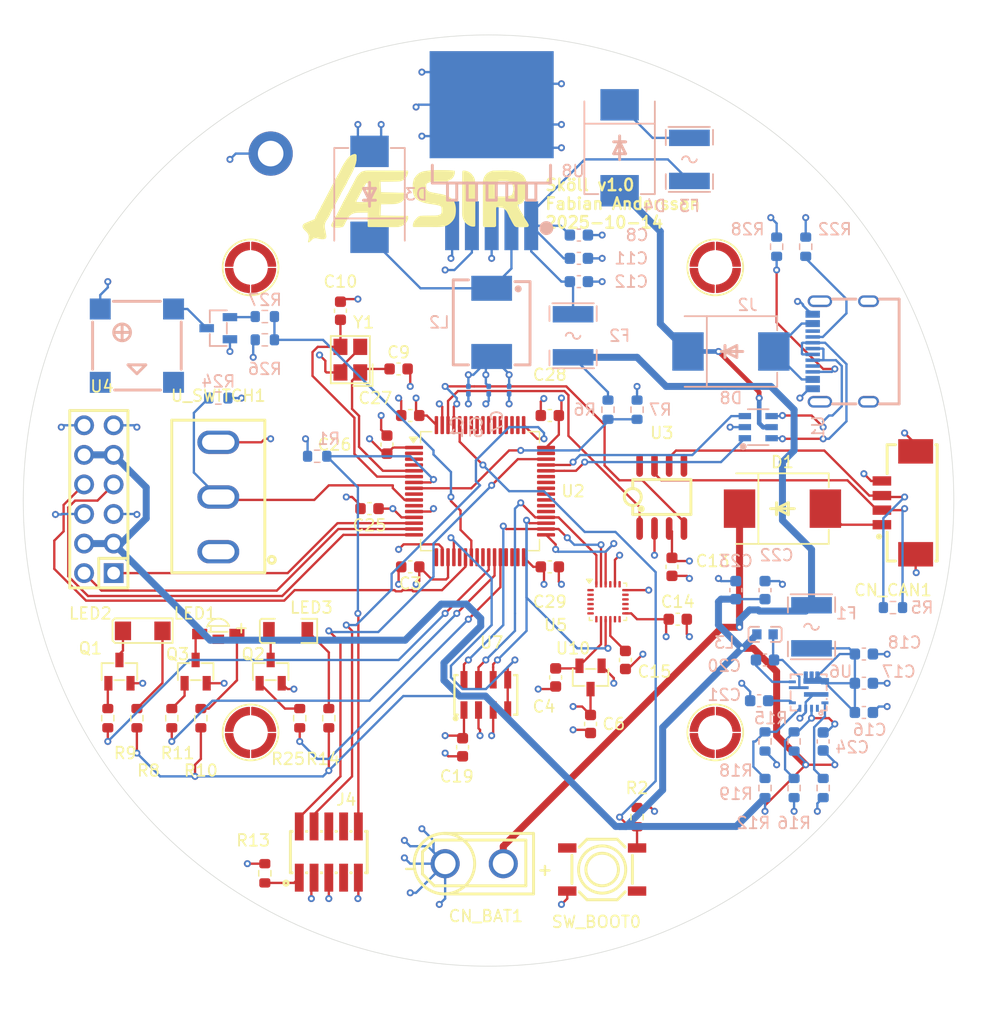
<source format=kicad_pcb>
(kicad_pcb (version 20241229) (generator "pcbnew") (generator_version "9.0")
  (layers (0 "F.Cu" signal) (4 "In1.Cu" power) (6 "In2.Cu" power) (2 "B.Cu" signal) (13 "F.Paste" user) (15 "B.Paste" user) (5 "F.SilkS" user "F.Silkscreen") (7 "B.SilkS" user "B.Silkscreen") (1 "F.Mask" user) (3 "B.Mask" user) (25 "Edge.Cuts" user))
  (net 0 "")
  (net 3 "+3.3V")
  (net 4 "Net-(BUZZER1-Pad2)")
  (net 5 "GND")
  (net 6 "/VDDIO")
  (net 7 "/OUTPUT")
  (net 8 "/OSC_IN")
  (net 9 "/OSC_OUT")
  (net 10 "Net-(U5-REGOUT)")
  (net 11 "Net-(U6-VIN)")
  (net 12 "/BUCK_BOOT")
  (net 13 "/BUCK_SW")
  (net 14 "/SS")
  (net 15 "+6V")
  (net 16 "/FB")
  (net 17 "VCC")
  (net 18 "/SWCLK")
  (net 19 "/BOOT0")
  (net 20 "/SWDIO")
  (net 21 "/NRST")
  (net 22 "/CAN_H")
  (net 23 "/CAN_L")
  (net 24 "Net-(D1-A)")
  (net 25 "VBUS")
  (net 26 "Net-(D4-C)")
  (net 27 "/USB_ESD+")
  (net 28 "/USB_ESD-")
  (net 31 "Net-(J4-VTref)")
  (net 33 "Net-(LED1--)")
  (net 34 "Net-(LED1-+)")
  (net 36 "Net-(LED2-A)")
  (net 37 "Net-(LED2-K)")
  (net 38 "Net-(LED3-K)")
  (net 39 "Net-(LED3-A)")
  (net 40 "Net-(Q1-Pad1)")
  (net 41 "Net-(Q2-Pad1)")
  (net 42 "Net-(Q3-Pad1)")
  (net 43 "Net-(Q4-Pad1)")
  (net 44 "/VBAT_SENSE")
  (net 45 "/LEDG_CTRL")
  (net 46 "/LEDB_CTRL")
  (net 47 "/MODE")
  (net 49 "/PG")
  (net 50 "/SWITCH_SENSE")
  (net 51 "/LEDR_CTRL")
  (net 52 "/PWM_BUZZER")
  (net 53 "/USB_D+")
  (net 54 "/USB_D-")
  (net 55 "/CAN_TX")
  (net 57 "/NSS_1")
  (net 58 "/PWM_SERVO_2")
  (net 63 "/PWM_SERVO_3")
  (net 73 "/MISO")
  (net 76 "/SCK")
  (net 79 "/PWM_SERVO_4")
  (net 81 "/MOSI")
  (net 86 "/CAN_RX")
  (net 88 "/NSS_2")
  (net 90 "/PWM_SERVO_1")
  (net 109 "Net-(D8-A)")
  (net 110 "Net-(J2-CC2)")
  (net 113 "Net-(J2-CC1)")
  (net 117 "Net-(U8-Vin)")
  (footprint "Resistor_SMD:R_0603_1608Metric" (layer "F.Cu") (at 127.5 133.825 -90)
    (property "Reference" "R13")
    (property "Value" "1k")
  )
  (footprint "EasyEDA:CONN-TH_XT30UPB-M" (layer "F.Cu") (at 145.5 133)
    (property "Reference" "CN_BAT1")
    (property "Value" "XT30")
  )
  (footprint "EasyEDA:SOIC-8_L5.0-W4.0-P1.27-LS6.0-BL" (layer "F.Cu") (at 161.63 101.5)
    (property "Reference" "U3")
    (property "Value" "SN65HVD232DR")
  )
  (footprint "Resistor_SMD:R_0603_1608Metric" (layer "F.Cu") (at 122 120.5 90)
    (property "Reference" "R10")
    (property "Value" "150R")
  )
  (footprint "Resistor_SMD:R_0603_1608Metric" (layer "F.Cu") (at 116.5 120.5 90)
    (property "Reference" "R8")
    (property "Value" "150R")
  )
  (footprint "EasyEDA:SENSORS-SMD_MS5611-01BA03" (layer "F.Cu") (at 146.5 118.5)
    (property "Reference" "U7")
    (property "Value" "MS5611-01BA")
  )
  (footprint "Resistor_SMD:R_0603_1608Metric" (layer "F.Cu") (at 119.5 120.5 90)
    (property "Reference" "R11")
    (property "Value" "1k2")
  )
  (footprint "EasyEDA:LED-SMD_L3.2-W1.0-R-RD" (layer "F.Cu") (at 123.5 113.5)
    (property "Reference" "LED1")
    (property "Value" "LED BLUE")
  )
  (footprint "Capacitor_SMD:C_0603_1608Metric" (layer "F.Cu") (at 134 85.5 90)
    (property "Reference" "C10")
    (property "Value" "10p")
  )
  (footprint "EasyEDA:SMD_BD4.0-D2.5_TH162030CTJ" (layer "F.Cu") (at 166.225767 121.725766)
    (property "Reference" "H2")
    (property "Value" "MountingHole")
  )
  (footprint "EasyEDA:SOT-23-3_L2.9-W1.3-P1.90-LS2.4-BR" (layer "F.Cu") (at 128 116.5 -90)
    (property "Reference" "Q2")
    (property "Value" "NPN")
  )
  (footprint "EasyEDA:HDR-TH_12P-P2.54-V-M-R2-C6-S2.54" (layer "F.Cu") (at 113.23 101.69 90)
    (property "Reference" "U4")
    (property "Value" "2.54_conn 12 pin")
  )
  (footprint "Capacitor_SMD:C_0603_1608Metric" (layer "F.Cu") (at 140 107.5 180)
    (property "Reference" "C3")
    (property "Value" "100n")
  )
  (footprint "EasyEDA:SMD_BD4.0-D2.5_TH162030CTJ" (layer "F.Cu") (at 126.274233 81.774233)
    (property "Reference" "H4")
    (property "Value" "MountingHole")
  )
  (footprint "Capacitor_SMD:C_0603_1608Metric" (layer "F.Cu") (at 139 90.5)
    (property "Reference" "C9")
    (property "Value" "10p")
  )
  (footprint "Resistor_SMD:R_0603_1608Metric" (layer "F.Cu") (at 114 120.5 90)
    (property "Reference" "R9")
    (property "Value" "1k2")
  )
  (footprint "EasyEDA:SOT-23-3_L2.9-W1.3-P1.90-LS2.4-BR" (layer "F.Cu") (at 155.5 117 90)
    (property "Reference" "U10")
    (property "Value" "ME6206B18XG")
  )
  (footprint "Capacitor_SMD:C_0603_1608Metric" (layer "F.Cu") (at 152 107.5)
    (property "Reference" "C29")
    (property "Value" "100n")
  )
  (footprint "EasyEDA:SMD_BD4.0-D2.5_TH162030CTJ" (layer "F.Cu") (at 166.225766 81.774233)
    (property "Reference" "H1")
    (property "Value" "MountingHole")
  )
  (footprint "Capacitor_SMD:C_0603_1608Metric" (layer "F.Cu") (at 163 112)
    (property "Reference" "C14")
    (property "Value" "100n")
  )
  (footprint "EasyEDA:SW-SMD_4P-L5.2-W5.2-P3.70-LS6.4" (layer "F.Cu") (at 156.5 133.5 180)
    (property "Reference" "SW_BOOT0")
    (property "Value" "Button")
  )
  (footprint "EasyEDA:LED1206-RD_RED_XL-3216SURC-FB" (layer "F.Cu") (at 129.5 113)
    (property "Reference" "LED3")
    (property "Value" "LED RED")
  )
  (footprint "Resistor_SMD:R_0603_1608Metric" (layer "F.Cu") (at 159.5 129 -90)
    (property "Reference" "R2")
    (property "Value" "10k")
  )
  (footprint "EasyEDA:SOT-23-3_L2.9-W1.3-P1.90-LS2.4-BR" (layer "F.Cu") (at 121.55 116.5 -90)
    (property "Reference" "Q3")
    (property "Value" "NPN")
  )
  (footprint "EasyEDA:SMD_BD4.0-D2.5_TH162030CTJ" (layer "F.Cu") (at 126.274233 121.725766)
    (property "Reference" "H3")
    (property "Value" "MountingHole")
  )
  (footprint "EasyEDA:SMC_L6.9-W5.9-LS7.9-RD" (layer "F.Cu") (at 172 102.5)
    (property "Reference" "D1")
    (property "Value" "SS34")
  )
  (footprint "Capacitor_SMD:C_0603_1608Metric" (layer "F.Cu") (at 140 94.5 180)
    (property "Reference" "C27")
    (property "Value" "100n")
  )
  (footprint "MountingHole:MountingHole_2.2mm_M2_DIN965_Pad" (layer "F.Cu") (at 128 72)
    (property "Reference" "H5")
    (property "Value" "MountingHole_Pad")
  )
  (footprint "Capacitor_SMD:C_0603_1608Metric" (layer "F.Cu") (at 152.5 117 -90)
    (property "Reference" "C4")
    (property "Value" "1u")
  )
  (footprint "Capacitor_SMD:C_0603_1608Metric" (layer "F.Cu") (at 162.5 107.5 -90)
    (property "Reference" "C13")
    (property "Value" "100n")
  )
  (footprint "Capacitor_SMD:C_0603_1608Metric" (layer "F.Cu") (at 158.5 115.5 -90)
    (property "Reference" "C15")
    (property "Value" "100n")
  )
  (footprint "Resistor_SMD:R_0603_1608Metric" (layer "F.Cu") (at 133 120.5 90)
    (property "Reference" "R14")
    (property "Value" "180R")
  )
  (footprint "Capacitor_SMD:C_0603_1608Metric" (layer "F.Cu") (at 152 94.5 180)
    (property "Reference" "C28")
    (property "Value" "100n")
  )
  (footprint "Capacitor_SMD:C_0603_1608Metric" (layer "F.Cu") (at 136.5 102.5 180)
    (property "Reference" "C25")
    (property "Value" "100n")
  )
  (footprint "Resistor_SMD:R_0603_1608Metric" (layer "F.Cu") (at 130.5 120.5 90)
    (property "Reference" "R25")
    (property "Value" "1k2")
  )
  (footprint "Sensor_Motion:InvenSense_QFN-24_3x3mm_P0.4mm" (layer "F.Cu") (at 157 110.5)
    (property "Reference" "U5")
    (property "Value" "ICM-20948")
  )
  (footprint "EasyEDA:HDR-SMD_10P-P1.27-V-R2-C5-S5.8" (layer "F.Cu") (at 133 132)
    (property "Reference" "J4")
    (property "Value" "ARM standard debug")
  )
  (footprint "Capacitor_SMD:C_0603_1608Metric" (layer "F.Cu") (at 144.5 123 -90)
    (property "Reference" "C19")
    (property "Value" "100n")
  )
  (footprint "EasyEDA:SOT-23-3_L2.9-W1.3-P1.90-LS2.4-BR" (layer "F.Cu") (at 115 116.5 -90)
    (property "Reference" "Q1")
    (property "Value" "NPN")
  )
  (footprint "EasyEDA:CRYSTAL-SMD_4P-L3.2-W2.5-BL" (layer "F.Cu") (at 134.85 89.701 90)
    (property "Reference" "Y1")
    (property "Value" "16MHz")
  )
  (footprint "EasyEDA:SW-TH_MT-0-102-E001-T000-RS-PJ" (layer "F.Cu") (at 123.5 101.5)
    (property "Reference" "U_SWITCH1")
    (property "Value" "Switch")
  )
  (footprint "Package_QFP:LQFP-64_10x10mm_P0.5mm" (layer "F.Cu") (at 146 101)
    (property "Reference" "U2")
    (property "Value" "STM32F405RGTx")
  )
  (footprint "EasyEDA:CONN-SMD_4P-P1.25_JXTCONN_DMX-4PWB-43" (layer "F.Cu") (at 182 102 90)
    (property "Reference" "CN_CAN1")
    (property "Value" "JST_GH 4")
  )
  (footprint "Capacitor_SMD:C_0603_1608Metric" (layer "F.Cu") (at 138 97 90)
    (property "Reference" "C26")
    (property "Value" "100n")
  )
  (footprint "Capacitor_SMD:C_0603_1608Metric" (layer "F.Cu") (at 155.5 121 -90)
    (property "Reference" "C6")
    (property "Value" "1u")
  )
  (footprint "EasyEDA:LED1206-RD_GREEN-SIDE" (layer "F.Cu") (at 117 113)
    (property "Reference" "LED2")
    (property "Value" "LED GREEN")
  )
  (footprint "EasyEDA:F1812" (layer "B.Cu") (at 154 87.65 90)
    (property "Reference" "F2")
    (property "Value" "1.5A")
  )
  (footprint "EasyEDA:BUZ-SMD_4P-L7.5-W7.5-BR" (layer "B.Cu") (at 116.5 88.5 90)
    (property "Reference" "BUZZER1" (hide yes))
    (property "Value" "80dB")
  )
  (footprint "Capacitor_SMD:C_0603_1608Metric" (layer "B.Cu") (at 175.5 122.5 90)
    (property "Reference" "C24")
    (property "Value" "100p")
  )
  (footprint "Capacitor_SMD:C_0603_1608Metric" (layer "B.Cu") (at 170.5 109.5 90)
    (property "Reference" "C22")
    (property "Value" "15u")
  )
  (footprint "Resistor_SMD:R_0603_1608Metric" (layer "B.Cu") (at 159.5 94 90)
    (property "Reference" "R7")
    (property "Value" "2k2")
  )
  (footprint "Resistor_SMD:R_0603_1608Metric" (layer "B.Cu") (at 174 80 90)
    (property "Reference" "R22")
    (property "Value" "5k1")
  )
  (footprint "EasyEDA:SMC_L6.9-W5.9-LS7.9-RD" (layer "B.Cu") (at 167.5675 89)
    (property "Reference" "D8")
    (property "Value" "SS34")
  )
  (footprint "EasyEDA:USB-C-SMD_G-SWITCH_GT-USB-7010ASV" (layer "B.Cu") (at 177 89 -90)
    (property "Reference" "J2")
    (property "Value" "GT-USB-7010ASV")
  )
  (footprint "Capacitor_SMD:C_0603_1608Metric" (layer "B.Cu") (at 154.5 79)
    (property "Reference" "C8")
    (property "Value" "22u")
  )
  (footprint "Resistor_SMD:R_0603_1608Metric" (layer "B.Cu") (at 171.5 80 -90)
    (property "Reference" "R28")
    (property "Value" "5k1")
  )
  (footprint "Capacitor_SMD:C_0603_1608Metric" (layer "B.Cu") (at 154.5 81)
    (property "Reference" "C11")
    (property "Value" "22u")
  )
  (footprint "Resistor_SMD:R_0603_1608Metric" (layer "B.Cu") (at 181.5 111 180)
    (property "Reference" "R5")
    (property "Value" "120R")
  )
  (footprint "Resistor_SMD:R_0603_1608Metric" (layer "B.Cu") (at 173 126.5 90)
    (property "Reference" "R16")
    (property "Value" "10k")
  )
  (footprint "Capacitor_SMD:C_0603_1608Metric" (layer "B.Cu") (at 179 120.01)
    (property "Reference" "C16")
    (property "Value" "100n")
  )
  (footprint "Capacitor_SMD:C_0603_1608Metric" (layer "B.Cu") (at 170.5 115.5)
    (property "Reference" "C20")
    (property "Value" "100n")
  )
  (footprint "EasyEDA:TO-263-5_L10.2-W9.0-P1.70-TL-LS15.2" (layer "B.Cu") (at 147 73 90)
    (property "Reference" "U8")
    (property "Value" "LM2596S-3.3_C19631822")
  )
  (footprint "EasyEDA:SOT-23-3_L2.9-W1.3-P1.90-LS2.4-BR" (layer "B.Cu") (at 123.5 87)
    (property "Reference" "Q4" (hide yes))
    (property "Value" "NPN")
  )
  (footprint "Resistor_SMD:R_0603_1608Metric" (layer "B.Cu") (at 127.5 86 180)
    (property "Reference" "R27")
    (property "Value" "1k")
  )
  (footprint "Resistor_SMD:R_0603_1608Metric" (layer "B.Cu") (at 173 122.5 -90)
    (property "Reference" "R15")
    (property "Value" "90.9k")
  )
  (footprint "Resistor_SMD:R_0603_1608Metric" (layer "B.Cu") (at 132 98)
    (property "Reference" "R1")
    (property "Value" "10k")
  )
  (footprint "EasyEDA:VQFN-HR-10_L3.0-W3.0_TI_RPA" (layer "B.Cu") (at 174.25 118.33 180)
    (property "Reference" "U6")
    (property "Value" "TPS56A37RPAR")
  )
  (footprint "Capacitor_SMD:C_0603_1608Metric" (layer "B.Cu") (at 179 117.5)
    (property "Reference" "C17")
    (property "Value" "10u")
  )
  (footprint "Resistor_SMD:R_0603_1608Metric" (layer "B.Cu") (at 170.5 122.5 -90)
    (property "Reference" "R18")
    (property "Value" "50k")
  )
  (footprint "Capacitor_SMD:C_0603_1608Metric" (layer "B.Cu") (at 167.99 109.5 90)
    (property "Reference" "C23")
    (property "Value" "15u")
  )
  (footprint "Resistor_SMD:R_0603_1608Metric" (layer "B.Cu") (at 170.5 126.5 90)
    (property "Reference" "R19")
    (property "Value" "10k")
  )
  (footprint "EasyEDA:SMC_L6.9-W5.9-LS7.9-RD" (layer "B.Cu") (at 136.5 75.5 90)
    (property "Reference" "D3")
    (property "Value" "SS34")
  )
  (footprint "Capacitor_SMD:C_0201_0603Metric" (layer "B.Cu") (at 148.5 92.32 -90)
    (property "Reference" "C7")
    (property "Value" "10u")
  )
  (footprint "Resistor_SMD:R_0603_1608Metric" (layer "B.Cu") (at 127.5 88 180)
    (property "Reference" "R26")
    (property "Value" "10k")
  )
  (footprint "Capacitor_SMD:C_0201_0603Metric" (layer "B.Cu") (at 146.75 92.32 -90)
    (property "Reference" "C5")
    (property "Value" "10u")
  )
  (footprint "Capacitor_SMD:C_0603_1608Metric" (layer "B.Cu") (at 154.5 83)
    (property "Reference" "C12")
    (property "Value" "22u")
  )
  (footprint "EasyEDA:SMC_L6.9-W5.9-LS7.9-RD" (layer "B.Cu") (at 158 71.5 -90)
    (property "Reference" "D4")
    (property "Value" "SS34")
  )
  (footprint "EasyEDA:L0603" (layer "B.Cu") (at 170.5 113.3 180)
    (property "Reference" "L3")
    (property "Value" "4.7u")
  )
  (footprint "Resistor_SMD:R_0603_1608Metric" (layer "B.Cu") (at 157 94 -90)
    (property "Reference" "R6")
    (property "Value" "10k")
  )
  (footprint "Resistor_SMD:R_0603_1608Metric" (layer "B.Cu") (at 175.5 126.5 -90)
    (property "Reference" "R12")
    (property "Value" "52.3k")
  )
  (footprint "EasyEDA:IND-SMD_L6.8-W6.8_SMMS0630" (layer "B.Cu") (at 147 86.5 -90)
    (property "Reference" "L2")
    (property "Value" "33u")
  )
  (footprint "EasyEDA:SOT-23-6_L2.9-W1.6-P0.95-LS2.8-BL" (layer "B.Cu") (at 169.9175 95.5 90)
    (property "Reference" "U1")
    (property "Value" "USBLC6-2SC6")
  )
  (footprint "Capacitor_SMD:C_0603_1608Metric" (layer "B.Cu") (at 179 114.99)
    (property "Reference" "C18")
    (property "Value" "10u")
  )
  (footprint "Resistor_SMD:R_0603_1608Metric" (layer "B.Cu") (at 123.5 93 180)
    (property "Reference" "R24")
    (property "Value" "10k")
  )
  (footprint "Capacitor_SMD:C_0603_1608Metric" (layer "B.Cu") (at 170 119 180)
    (property "Reference" "C21")
    (property "Value" "22n")
  )
  (footprint "Capacitor_SMD:C_0201_0603Metric" (layer "B.Cu") (at 145 92.32 -90)
    (property "Reference" "C1")
    (property "Value" "10u")
  )
  (footprint "EasyEDA:F1812" (layer "B.Cu") (at 164 72.5 -90)
    (property "Reference" "F3")
    (property "Value" "1.5A")
  )
  (footprint "EasyEDA:F1812" (layer "B.Cu") (at 174.5 112.65 -90)
    (property "Reference" "F1")
    (property "Value" "6A")
  )
  (gr_poly (pts (xy 148.921189 74.655021) (xy 148.921189 75.051896) (xy 148.906393 75.021557) (xy 148.892597 74.991756) (xy 148.879727 74.962395) (xy 148.867707 74.933375) (xy 148.856462 74.904596) (xy 148.845916 74.875959) (xy 148.826625 74.818718) (xy 148.809232 74.760858) (xy 148.793137 74.701587) (xy 148.777739 74.640114) (xy 148.762438 74.575646)) (fill yes) (layer "F.SilkS"))
  (gr_poly (pts (xy 140.983688 77.472833) (xy 140.885269 77.505944) (xy 140.836051 77.521957) (xy 140.786725 77.537452) (xy 140.737214 77.552311) (xy 140.687442 77.566416) (xy 140.637334 77.57965) (xy 140.586812 77.591896) (xy 140.60015 77.552465) (xy 140.606014 77.536254) (xy 140.611656 77.522016) (xy 140.617313 77.509479) (xy 140.62322 77.498369) (xy 140.626342 77.493265) (xy 140.629615 77.488415) (xy 140.633068 77.483786) (xy 140.636732 77.479344) (xy 140.640636 77.475055) (xy 140.644809 77.470884) (xy 140.649281 77.466797) (xy 140.654081 77.462761) (xy 140.664785 77.454704) (xy 140.677156 77.446439) (xy 140.691432 77.437695) (xy 140.707847 77.428199) (xy 140.748044 77.40586) (xy 140.864626 77.353771)) (fill yes) (layer "F.SilkS"))
  (gr_poly (pts (xy 133.43973 76.478863) (xy 133.436862 76.508861) (xy 133.433994 76.533743) (xy 133.430661 76.5563) (xy 133.426398 76.579322) (xy 133.420739 76.605599) (xy 133.41322 76.637923) (xy 133.403376 76.679083) (xy 133.376207 76.697144) (xy 133.354852 76.711019) (xy 133.345773 76.716678) (xy 133.33745 76.721639) (xy 133.32965 76.726018) (xy 133.322141 76.729933) (xy 133.314689 76.733498) (xy 133.307064 76.736832) (xy 133.299031 76.740048) (xy 133.290359 76.743265) (xy 133.270167 76.750164) (xy 133.244626 76.758458) (xy 133.244626 76.639396) (xy 133.324001 76.599708) (xy 133.339179 76.55203) (xy 133.344292 76.534839) (xy 133.348373 76.5196) (xy 133.351888 76.504453) (xy 133.355302 76.487537) (xy 133.363688 76.440958) (xy 133.443064 76.440958)) (fill yes) (layer "F.SilkS"))
  (gr_poly (pts (xy 135.903688 74.853458) (xy 135.983063 74.853458) (xy 135.983063 74.932833) (xy 135.903688 74.932833) (xy 135.864 75.012208) (xy 135.744938 75.012208) (xy 135.784625 74.853458) (xy 135.864 74.853458) (xy 135.864 74.774083)) (fill yes) (layer "F.SilkS"))
  (gr_poly (pts (xy 136.141863 73.502298) (xy 136.181501 73.504083) (xy 136.135554 73.541827) (xy 136.089223 73.57836) (xy 136.042442 73.613811) (xy 135.995146 73.648312) (xy 135.94727 73.681993) (xy 135.898749 73.714983) (xy 135.849517 73.747414) (xy 135.799508 73.779415) (xy 135.773956 73.796395) (xy 135.749802 73.813163) (xy 135.726954 73.829852) (xy 135.70532 73.846592) (xy 135.684808 73.863516) (xy 135.665325 73.880754) (xy 135.646779 73.898438) (xy 135.629078 73.916701) (xy 135.612129 73.935673) (xy 135.595841 73.955486) (xy 135.580121 73.976272) (xy 135.564877 73.998162) (xy 135.550016 74.021288) (xy 135.535447 74.045781) (xy 135.521077 74.071773) (xy 135.506813 74.099396) (xy 135.427438 74.099396) (xy 135.387751 74.297833) (xy 135.308376 74.258146) (xy 135.329607 74.19781) (xy 135.351817 74.139585) (xy 135.375215 74.083449) (xy 135.400015 74.029381) (xy 135.426427 73.977358) (xy 135.454662 73.927359) (xy 135.484933 73.879361) (xy 135.51745 73.833343) (xy 135.552425 73.789283) (xy 135.590071 73.747159) (xy 135.630597 73.70695) (xy 135.674215 73.668632) (xy 135.721138 73.632185) (xy 135.771576 73.597587) (xy 135.825741 73.564816) (xy 135.883845 73.533849) (xy 135.903211 73.528282) (xy 135.922179 73.523318) (xy 135.940812 73.518934) (xy 135.959174 73.515106) (xy 135.977329 73.511811) (xy 135.99534 73.509026) (xy 136.01327 73.506727) (xy 136.031183 73.504891) (xy 136.049143 73.503495) (xy 136.067213 73.502515) (xy 136.103937 73.501713)) (fill yes) (layer "F.SilkS"))
  (gr_poly (pts (xy 140.451828 77.804896) (xy 140.435738 77.855551) (xy 140.427259 77.879664) (xy 140.418294 77.903038) (xy 140.408694 77.925726) (xy 140.398312 77.947782) (xy 140.386999 77.969257) (xy 140.374608 77.990207) (xy 140.360989 78.010684) (xy 140.345996 78.03074) (xy 140.32948 78.050431) (xy 140.311293 78.069807) (xy 140.291287 78.088924) (xy 140.269313 78.107833) (xy 140.279312 78.019234) (xy 140.287916 77.951563) (xy 140.292131 77.924269) (xy 140.29652 77.900636) (xy 140.301258 77.880143) (xy 140.30652 77.862267) (xy 140.312479 77.846483) (xy 140.31931 77.832268) (xy 140.327187 77.819101) (xy 140.336285 77.806456) (xy 140.346779 77.793812) (xy 140.358842 77.780644) (xy 140.388375 77.750646) (xy 140.46775 77.750646)) (fill yes) (layer "F.SilkS"))
  (gr_poly (pts (xy 148.309403 75.728361) (xy 148.28518 75.745424) (xy 148.262919 75.760241) (xy 148.242165 75.772962) (xy 148.222463 75.783737) (xy 148.203355 75.792718) (xy 148.184387 75.800054) (xy 148.165102 75.805896) (xy 148.145045 75.810394) (xy 148.123759 75.813699) (xy 148.100789 75.815961) (xy 148.075679 75.81733) (xy 148.047973 75.817957) (xy 148.017215 75.817992) (xy 147.982949 75.817585) (xy 147.854276 75.816423) (xy 147.720641 75.8134) (xy 147.585146 75.811772) (xy 147.419722 75.809259) (xy 147.254313 75.805958) (xy 147.254313 75.686896) (xy 148.365562 75.686896)) (fill yes) (layer "F.SilkS"))
  (gr_poly (pts (xy 139.827853 77.463444) (xy 139.822206 77.492965) (xy 139.815827 77.521789) (xy 139.808732 77.549996) (xy 139.800939 77.577666) (xy 139.792465 77.604881) (xy 139.783326 77.631722) (xy 139.77354 77.658268) (xy 139.763124 77.6846) (xy 139.752095 77.710799) (xy 139.728266 77.763119) (xy 139.702189 77.815874) (xy 139.674001 77.869708) (xy 139.594626 77.869708) (xy 139.62221 77.759958) (xy 139.65168 77.650764) (xy 139.682389 77.541902) (xy 139.713688 77.433145) (xy 139.832751 77.433145)) (fill yes) (layer "F.SilkS"))
  (gr_poly (pts (xy 139.475562 74.218458) (xy 139.401613 74.257758) (xy 139.344408 74.287291) (xy 139.320775 74.298831) (xy 139.299759 74.308453) (xy 139.280836 74.31633) (xy 139.263482 74.322638) (xy 139.247175 74.327551) (xy 139.231391 74.331242) (xy 139.215607 74.333887) (xy 139.1993 74.33566) (xy 139.181947 74.336736) (xy 139.163024 74.337288) (xy 139.118375 74.337521) (xy 139.118375 74.258146) (xy 139.396187 74.139083)) (fill yes) (layer "F.SilkS"))
  (gr_poly (pts (xy 132.689001 78.941271) (xy 132.768376 78.941271) (xy 132.771631 78.98495) (xy 132.773957 79.01956) (xy 132.775352 79.048357) (xy 132.775817 79.074596) (xy 132.775352 79.101532) (xy 132.773957 79.132422) (xy 132.768376 79.219083) (xy 132.609626 79.338146) (xy 132.649313 78.861896)) (fill yes) (layer "F.SilkS"))
  (gr_poly (pts (xy 134.011677 75.369255) (xy 134.016712 75.385742) (xy 134.020741 75.400518) (xy 134.023738 75.413942) (xy 134.025678 75.426374) (xy 134.026243 75.43233) (xy 134.026535 75.438174) (xy 134.026549 75.443949) (xy 134.026283 75.449701) (xy 134.025734 75.455475) (xy 134.024898 75.461315) (xy 134.023773 75.467268) (xy 134.022354 75.473377) (xy 134.018626 75.486245) (xy 134.013687 75.500279) (xy 134.007513 75.51584) (xy 134.000079 75.533286) (xy 133.981325 75.575275) (xy 133.919313 75.686896) (xy 133.839938 75.686896) (xy 133.839938 75.528146) (xy 133.919313 75.488458) (xy 133.945858 75.440956) (xy 133.95513 75.42381) (xy 133.962974 75.408586) (xy 133.970323 75.393424) (xy 133.978104 75.376464) (xy 133.998688 75.329708)) (fill yes) (layer "F.SilkS"))
  (gr_poly (pts (xy 142.849 77.075958) (xy 142.769625 77.075958) (xy 142.769625 77.274396) (xy 142.610875 77.314083) (xy 142.610875 77.393458) (xy 142.37275 77.393458) (xy 142.37275 77.314083) (xy 142.509176 77.259513) (xy 142.556537 77.243658) (xy 142.575844 77.236872) (xy 142.592589 77.230566) (xy 142.607038 77.22453) (xy 142.619455 77.218553) (xy 142.630106 77.212423) (xy 142.634852 77.209236) (xy 142.639256 77.205931) (xy 142.643351 77.202483) (xy 142.64717 77.198865) (xy 142.650747 77.195052) (xy 142.654114 77.191016) (xy 142.660352 77.182171) (xy 142.666151 77.17212) (xy 142.671775 77.160653) (xy 142.677489 77.147559) (xy 142.69025 77.115646) (xy 142.695978 77.066118) (xy 142.701159 77.016527) (xy 142.705847 76.966886) (xy 142.710094 76.917208) (xy 142.715275 76.854447) (xy 142.719706 76.806207) (xy 142.724085 76.769233) (xy 142.726474 76.753953) (xy 142.729111 76.740268) (xy 142.732084 76.727772) (xy 142.73548 76.716058) (xy 142.739386 76.704718) (xy 142.74389 76.693346) (xy 142.755039 76.668877) (xy 142.769625 76.639396) (xy 142.849 76.639396)) (fill yes) (layer "F.SilkS"))
  (gr_poly (pts (xy 144.572689 73.465408) (xy 144.627482 73.468042) (xy 144.68041 73.472416) (xy 144.73163 73.478651) (xy 144.781298 73.486866) (xy 144.82957 73.497182) (xy 144.876603 73.509718) (xy 144.922553 73.524593) (xy 144.967576 73.541928) (xy 145.01183 73.561843) (xy 145.05547 73.584457) (xy 145.098652 73.60989) (xy 145.141534 73.638262) (xy 145.184271 73.669692) (xy 145.22702 73.704301) (xy 145.269937 73.742208) (xy 145.314379 73.798167) (xy 145.355073 73.853258) (xy 145.392136 73.907744) (xy 145.425686 73.961888) (xy 145.455841 74.015952) (xy 145.482719 74.070198) (xy 145.506436 74.124889) (xy 145.52711 74.180287) (xy 145.54486 74.236654) (xy 145.559802 74.294253) (xy 145.572054 74.353346) (xy 145.581733 74.414196) (xy 145.588958 74.477064) (xy 145.593845 74.542214) (xy 145.596513 74.609907) (xy 145.597078 74.680407) (xy 145.597306 74.79643) (xy 145.596585 75.175299) (xy 145.596529 75.438435) (xy 145.595605 75.9893) (xy 145.59481 76.697059) (xy 145.594294 77.240018) (xy 145.59406 77.501119) (xy 145.593203 77.864863) (xy 145.593257 77.974819) (xy 145.592749 78.056611) (xy 145.591828 78.118615) (xy 145.58996 78.164252) (xy 145.588504 78.182001) (xy 145.586612 78.196939) (xy 145.584216 78.209496) (xy 145.58125 78.220097) (xy 145.577647 78.229171) (xy 145.573341 78.237144) (xy 145.568265 78.244445) (xy 145.562353 78.2515) (xy 145.547751 78.266583) (xy 145.500956 78.271638) (xy 145.456369 78.274597) (xy 145.413744 78.27547) (xy 145.372835 78.274265) (xy 145.333394 78.270993) (xy 145.295175 78.265664) (xy 145.257931 78.258286) (xy 145.221416 78.24887) (xy 145.185383 78.237425) (xy 145.149585 78.223962) (xy 145.113776 78.208489) (xy 145.077709 78.191016) (xy 145.041137 78.171553) (xy 145.003814 78.15011) (xy 144.965493 78.126697) (xy 144.925928 78.101322) (xy 144.879825 78.063322) (xy 144.835673 78.02345) (xy 144.793549 77.981768) (xy 144.753529 77.938338) (xy 144.71569 77.893221) (xy 144.680108 77.846479) (xy 144.64686 77.798174) (xy 144.616023 77.748367) (xy 144.587673 77.697121) (xy 144.561886 77.644495) (xy 144.538739 77.590554) (xy 144.518309 77.535357) (xy 144.500672 77.478967) (xy 144.485905 77.421446) (xy 144.474084 77.362855) (xy 144.465286 77.303256) (xy 144.462979 77.22872) (xy 144.461802 77.154297) (xy 144.461555 77.07986) (xy 144.462042 77.005284) (xy 144.461796 76.891748) (xy 144.462151 76.707435) (xy 144.463165 76.523124) (xy 144.463391 76.266123) (xy 144.465025 75.729102) (xy 144.466759 75.03965) (xy 144.467785 74.509761) (xy 144.468353 74.255405) (xy 144.469793 73.901133) (xy 144.469927 73.794426) (xy 144.470577 73.714523) (xy 144.471606 73.653397) (xy 144.473552 73.607182) (xy 144.475037 73.588457) (xy 144.476952 73.572009) (xy 144.479367 73.557355) (xy 144.482347 73.544012) (xy 144.485959 73.531495) (xy 144.490273 73.519322) (xy 144.495353 73.507009) (xy 144.501269 73.494073) (xy 144.515875 73.464396)) (fill yes) (layer "F.SilkS"))
  (gr_poly (pts (xy 131.419001 79.060333) (xy 131.419001 79.298458) (xy 131.299938 79.338146) (xy 131.299938 79.020646)) (fill yes) (layer "F.SilkS"))
  (gr_poly (pts (xy 135.279075 72.042312) (xy 135.301924 72.053367) (xy 135.311321 72.058145) (xy 135.319579 72.062643) (xy 135.326857 72.067025) (xy 135.333313 72.071457) (xy 135.336283 72.073743) (xy 135.339108 72.076103) (xy 135.341807 72.078558) (xy 135.344401 72.081128) (xy 135.346908 72.083833) (xy 135.34935 72.086695) (xy 135.351745 72.089734) (xy 135.354114 72.092971) (xy 135.358854 72.100119) (xy 135.363728 72.108304) (xy 135.368896 72.117691) (xy 135.374516 72.128444) (xy 135.387751 72.154708) (xy 135.393785 72.291648) (xy 135.390649 72.426389) (xy 135.378978 72.559049) (xy 135.359405 72.689745) (xy 135.332562 72.818596) (xy 135.299083 72.945718) (xy 135.259601 73.071229) (xy 135.21475 73.195248) (xy 135.165163 73.317891) (xy 135.111474 73.439277) (xy 135.054314 73.559522) (xy 134.994319 73.678745) (xy 134.868353 73.914594) (xy 134.738643 74.147765) (xy 134.67783 74.258561) (xy 134.618618 74.370014) (xy 134.560933 74.482274) (xy 134.504704 74.59549) (xy 134.475734 74.653873) (xy 134.446176 74.711737) (xy 134.416032 74.769151) (xy 134.385306 74.826184) (xy 134.354002 74.882906) (xy 134.322124 74.939385) (xy 134.256657 75.051896) (xy 134.214521 75.124076) (xy 134.173423 75.196585) (xy 134.133257 75.269442) (xy 134.093919 75.342665) (xy 134.0173 75.490289) (xy 133.942723 75.639612) (xy 133.813376 75.893482) (xy 133.679727 76.145025) (xy 133.542119 76.394427) (xy 133.400895 76.641876) (xy 133.322147 76.780927) (xy 133.245981 76.920891) (xy 133.172237 77.062114) (xy 133.100759 77.204943) (xy 133.063509 77.279721) (xy 133.025528 77.353783) (xy 132.986751 77.427198) (xy 132.947117 77.500032) (xy 132.906563 77.572355) (xy 132.865028 77.644232) (xy 132.822448 77.715732) (xy 132.778763 77.786922) (xy 132.760201 77.818868) (xy 132.743265 77.850604) (xy 132.727902 77.882152) (xy 132.714064 77.913531) (xy 132.690761 77.975863) (xy 132.672954 78.037761) (xy 132.660245 78.099386) (xy 132.652231 78.160898) (xy 132.648513 78.222457) (xy 132.648691 78.284226) (xy 132.652365 78.346363) (xy 132.659134 78.40903) (xy 132.668598 78.472388) (xy 132.680356 78.536597) (xy 132.709156 78.66821) (xy 132.742331 78.805155) (xy 132.764314 78.921243) (xy 132.779728 79.01018) (xy 132.784884 79.046261) (xy 132.788295 79.077707) (xy 132.789924 79.105237) (xy 132.789739 79.129568) (xy 132.787704 79.151418) (xy 132.783784 79.171505) (xy 132.777946 79.190547) (xy 132.770155 79.209262) (xy 132.760376 79.228367) (xy 132.748574 79.24858) (xy 132.718766 79.295203) (xy 132.698508 79.306856) (xy 132.677652 79.317183) (xy 132.656235 79.326237) (xy 132.634296 79.334071) (xy 132.611869 79.340738) (xy 132.588994 79.346289) (xy 132.542043 79.35426) (xy 132.493739 79.358405) (xy 132.44438 79.359147) (xy 132.39426 79.356907) (xy 132.343676 79.352109) (xy 132.292925 79.345174) (xy 132.242304 79.336524) (xy 132.142633 79.315769) (xy 131.957883 79.272258) (xy 131.936785 79.269664) (xy 131.916498 79.267569) (xy 131.896913 79.265987) (xy 131.877923 79.264933) (xy 131.85942 79.264419) (xy 131.841296 79.264461) (xy 131.823442 79.265071) (xy 131.805751 79.266264) (xy 131.788115 79.268054) (xy 131.770425 79.270454) (xy 131.752575 79.273479) (xy 131.734455 79.277143) (xy 131.715958 79.281458) (xy 131.696976 79.28644) (xy 131.677402 79.292102) (xy 131.657126 79.298458) (xy 131.631712 79.319047) (xy 131.611823 79.335458) (xy 131.603433 79.342606) (xy 131.595803 79.34932) (xy 131.588726 79.355804) (xy 131.581995 79.362261) (xy 131.575402 79.368894) (xy 131.568741 79.375908) (xy 131.561804 79.383505) (xy 131.554385 79.391889) (xy 131.53727 79.411832) (xy 131.515739 79.437364) (xy 131.498397 79.456696) (xy 131.481735 79.474734) (xy 131.465575 79.49152) (xy 131.449741 79.507099) (xy 131.434054 79.521516) (xy 131.418338 79.534814) (xy 131.402415 79.547038) (xy 131.386109 79.558231) (xy 131.369241 79.568437) (xy 131.351635 79.577701) (xy 131.333113 79.586066) (xy 131.313498 79.593577) (xy 131.292613 79.600278) (xy 131.27028 79.606212) (xy 131.246323 79.611424) (xy 131.220563 79.615958) (xy 131.240407 79.499376) (xy 131.250631 79.418798) (xy 131.260251 79.338146) (xy 131.271258 79.251329) (xy 131.273451 79.210379) (xy 131.274002 79.171756) (xy 131.272878 79.135218) (xy 131.270045 79.100522) (xy 131.265472 79.067425) (xy 131.259124 79.035684) (xy 131.250969 79.005056) (xy 131.240973 78.975298) (xy 131.229105 78.946168) (xy 131.21533 78.917423) (xy 131.199616 78.888818) (xy 131.18193 78.860113) (xy 131.162238 78.831064) (xy 131.140509 78.801428) (xy 131.116709 78.770961) (xy 131.090804 78.739423) (xy 131.022126 78.663458) (xy 130.956299 78.589128) (xy 130.890661 78.51463) (xy 130.831595 78.450758) (xy 130.821744 78.436903) (xy 130.812694 78.42338) (xy 130.804399 78.410112) (xy 130.796813 78.397025) (xy 130.789889 78.384044) (xy 130.783581 78.371096) (xy 130.777845 78.358104) (xy 130.772633 78.344994) (xy 130.7679 78.331691) (xy 130.7636 78.318121) (xy 130.759687 78.304209) (xy 130.756114 78.289879) (xy 130.752837 78.275058) (xy 130.749808 78.25967) (xy 130.746982 78.243641) (xy 130.744313 78.226896) (xy 130.750472 78.207486) (xy 130.756794 78.189445) (xy 130.76335 78.172645) (xy 130.770214 78.156956) (xy 130.777458 78.142251) (xy 130.785155 78.128401) (xy 130.793379 78.115276) (xy 130.802201 78.102749) (xy 130.811695 78.090691) (xy 130.821933 78.078974) (xy 130.832988 78.067468) (xy 130.844932 78.056045) (xy 130.857839 78.044577) (xy 130.871782 78.032935) (xy 130.886832 78.02099) (xy 130.903063 78.008614) (xy 130.999921 77.961789) (xy 131.097494 77.917851) (xy 131.195894 77.876804) (xy 131.295235 77.838649) (xy 131.395628 77.803387) (xy 131.497188 77.771022) (xy 131.600026 77.741555) (xy 131.704255 77.714989) (xy 131.714328 77.708605) (xy 131.723807 77.70207) (xy 131.732718 77.695382) (xy 131.741085 77.688541) (xy 131.748932 77.681547) (xy 131.756286 77.674399) (xy 131.76317 77.667097) (xy 131.769609 77.659641) (xy 131.775629 77.652029) (xy 131.781255 77.644261) (xy 131.786511 77.636338) (xy 131.791422 77.628258) (xy 131.796013 77.620022) (xy 131.800309 77.611628) (xy 131.808116 77.594367) (xy 131.815041 77.576471) (xy 131.821283 77.557938) (xy 131.827043 77.538763) (xy 131.832519 77.518943) (xy 131.843414 77.477355) (xy 131.855563 77.433145) (xy 131.885498 77.379203) (xy 131.916172 77.325671) (xy 131.947549 77.272547) (xy 131.979587 77.219825) (xy 132.020554 77.150322) (xy 132.06059 77.080583) (xy 132.099756 77.010557) (xy 132.138112 76.940192) (xy 132.175722 76.869433) (xy 132.212646 76.79823) (xy 132.248946 76.726529) (xy 132.284684 76.654278) (xy 132.373295 76.477272) (xy 132.464538 76.301933) (xy 132.558252 76.127894) (xy 132.654274 75.954786) (xy 132.749701 75.782743) (xy 132.842882 75.609852) (xy 132.933652 75.435679) (xy 133.021849 75.25979) (xy 133.188451 74.931957) (xy 133.359983 74.606743) (xy 133.536051 74.283961) (xy 133.716264 73.963426) (xy 133.780441 73.84811) (xy 133.842598 73.73203) (xy 133.902892 73.614952) (xy 133.961481 73.496642) (xy 134.053122 73.314391) (xy 134.173231 73.090044) (xy 134.242774 72.968681) (xy 134.31801 72.844713) (xy 134.398466 72.720777) (xy 134.483664 72.599513) (xy 134.573132 72.483561) (xy 134.666395 72.375559) (xy 134.762978 72.278147) (xy 134.812365 72.234237) (xy 134.862405 72.193964) (xy 134.913038 72.157659) (xy 134.964203 72.12565) (xy 135.015843 72.098269) (xy 135.067898 72.075844) (xy 135.120307 72.058706) (xy 135.173013 72.047185) (xy 135.225955 72.04161)) (fill yes) (layer "F.SilkS"))
  (gr_poly (pts (xy 139.473825 75.771847) (xy 139.472368 75.79326) (xy 139.470406 75.813964) (xy 139.467855 75.834035) (xy 139.464632 75.85355) (xy 139.460653 75.872584) (xy 139.455834 75.891215) (xy 139.45009 75.909519) (xy 139.443339 75.927573) (xy 139.435496 75.945454) (xy 139.426477 75.963238) (xy 139.416198 75.981001) (xy 139.404576 75.998821) (xy 139.391526 76.016774) (xy 139.376965 76.034937) (xy 139.33217 76.075744) (xy 139.297487 76.106953) (xy 139.270349 76.130532) (xy 139.258809 76.140075) (xy 139.248192 76.148448) (xy 139.23818 76.155898) (xy 139.22845 76.162669) (xy 139.218683 76.169008) (xy 139.208558 76.175162) (xy 139.185951 76.187894) (xy 139.158063 76.202833) (xy 139.128707 76.19833) (xy 139.105789 76.194626) (xy 139.087449 76.191257) (xy 139.079415 76.189552) (xy 139.071828 76.187756) (xy 139.064455 76.185812) (xy 139.057064 76.18366) (xy 139.041297 76.178503) (xy 139.022667 76.17182) (xy 138.999313 76.163146) (xy 139.015824 76.14338) (xy 139.029079 76.127799) (xy 139.034921 76.121142) (xy 139.040473 76.115009) (xy 139.045909 76.109224) (xy 139.051403 76.103614) (xy 139.057129 76.098004) (xy 139.063262 76.09222) (xy 139.077447 76.07943) (xy 139.095353 76.063849) (xy 139.118375 76.044083) (xy 139.277125 76.044083) (xy 139.237438 75.925021) (xy 139.294488 75.870451) (xy 139.31621 75.849886) (xy 139.325138 75.84125) (xy 139.332975 75.833431) (xy 139.33987 75.826218) (xy 139.345973 75.819399) (xy 139.351432 75.812765) (xy 139.356397 75.806105) (xy 139.361016 75.799207) (xy 139.365439 75.791862) (xy 139.369814 75.783858) (xy 139.37429 75.774985) (xy 139.379016 75.765031) (xy 139.384142 75.753787) (xy 139.396187 75.726583) (xy 139.475562 75.726583)) (fill yes) (layer "F.SilkS"))
  (gr_poly (pts (xy 132.625 78.409321) (xy 132.638613 78.431613) (xy 132.650588 78.45276) (xy 132.661051 78.472995) (xy 132.670125 78.492554) (xy 132.677935 78.511673) (xy 132.684604 78.530586) (xy 132.690257 78.549531) (xy 132.695018 78.568741) (xy 132.699011 78.588452) (xy 132.702361 78.6089) (xy 132.705192 78.630321) (xy 132.707627 78.652948) (xy 132.709792 78.677019) (xy 132.713805 78.73043) (xy 132.722797 78.849958) (xy 132.728688 78.941271) (xy 132.689001 78.861896) (xy 132.609626 78.861896) (xy 132.599057 78.799174) (xy 132.590394 78.738961) (xy 132.586952 78.709545) (xy 132.584195 78.680457) (xy 132.582193 78.651597) (xy 132.581016 78.622865) (xy 132.580732 78.594161) (xy 132.581412 78.565386) (xy 132.583126 78.53644) (xy 132.585942 78.507222) (xy 132.58993 78.477634) (xy 132.595161 78.447575) (xy 132.601703 78.416945) (xy 132.609626 78.385646)) (fill yes) (layer "F.SilkS"))
  (gr_poly (pts (xy 134.752751 77.353771) (xy 134.695937 77.453125) (xy 134.638649 77.552208) (xy 134.574467 77.663829) (xy 134.514626 77.750646) (xy 134.435251 77.750646) (xy 134.439805 77.717808) (xy 134.445542 77.68639) (xy 134.452434 77.656246) (xy 134.46045 77.62723) (xy 134.469562 77.599198) (xy 134.47974 77.572003) (xy 134.490954 77.5455) (xy 134.503176 77.519544) (xy 134.516376 77.493987) (xy 134.530524 77.468686) (xy 134.545591 77.443495) (xy 134.561548 77.418267) (xy 134.596015 77.367121) (xy 134.633688 77.314083)) (fill yes) (layer "F.SilkS"))
  (gr_poly (pts (xy 149.887396 77.655022) (xy 149.938985 77.71997) (xy 149.963994 77.753125) (xy 149.988421 77.786733) (xy 150.012223 77.820792) (xy 150.035356 77.855303) (xy 150.057779 77.890264) (xy 150.079447 77.925674) (xy 150.100317 77.961532) (xy 150.120346 77.997838) (xy 150.139491 78.034591) (xy 150.157708 78.07179) (xy 150.174955 78.109433) (xy 150.191187 78.147521) (xy 150.151499 78.266583) (xy 150.072125 78.226896) (xy 150.111811 78.107833) (xy 149.992749 78.068145) (xy 149.992749 77.98877) (xy 149.913375 77.98877) (xy 149.913375 77.790333) (xy 149.794313 77.750646) (xy 149.833999 77.591896)) (fill yes) (layer "F.SilkS"))
  (gr_poly (pts (xy 145.294352 73.869249) (xy 145.316344 73.877316) (xy 145.336145 73.885608) (xy 145.353992 73.894257) (xy 145.370115 73.903397) (xy 145.377604 73.908193) (xy 145.38475 73.913162) (xy 145.391583 73.918321) (xy 145.398131 73.923686) (xy 145.404423 73.929274) (xy 145.410489 73.935102) (xy 145.42206 73.947544) (xy 145.433077 73.961145) (xy 145.443773 73.97604) (xy 145.454382 73.992361) (xy 145.465138 74.010244) (xy 145.476274 74.02982) (xy 145.500622 74.074591) (xy 145.520324 74.135282) (xy 145.528093 74.160297) (xy 145.534488 74.182349) (xy 145.539521 74.20188) (xy 145.543202 74.219336) (xy 145.545542 74.235158) (xy 145.546552 74.24979) (xy 145.546243 74.263676) (xy 145.544626 74.277259) (xy 145.541712 74.290981) (xy 145.537511 74.305287) (xy 145.532035 74.320619) (xy 145.525294 74.337421) (xy 145.508063 74.377208) (xy 145.428687 74.297833) (xy 145.309625 74.337521) (xy 145.308075 74.235822) (xy 145.307455 74.158307) (xy 145.30823 74.100326) (xy 145.309286 74.077207) (xy 145.310866 74.057228) (xy 145.313026 74.039806) (xy 145.315826 74.024362) (xy 145.319324 74.010312) (xy 145.323578 73.997076) (xy 145.328645 73.984073) (xy 145.334585 73.970721) (xy 145.349312 73.940646) (xy 145.269937 73.940646) (xy 145.269937 73.861271)) (fill yes) (layer "F.SilkS"))
  (gr_poly (pts (xy 142.219511 75.415106) (xy 142.239905 75.41818) (xy 142.259051 75.421476) (xy 142.277115 75.425131) (xy 142.294264 75.429283) (xy 142.310666 75.434068) (xy 142.326486 75.439623) (xy 142.341891 75.446083) (xy 142.357049 75.453586) (xy 142.372125 75.462268) (xy 142.387287 75.472266) (xy 142.402702 75.483716) (xy 142.418535 75.496755) (xy 142.434954 75.511519) (xy 142.452125 75.528146) (xy 142.421623 75.537176) (xy 142.3974 75.544114) (xy 142.37713 75.549424) (xy 142.36775 75.551613) (xy 142.358488 75.553571) (xy 142.34905 75.555353) (xy 142.339148 75.55702) (xy 142.316785 75.560237) (xy 142.289073 75.563686) (xy 142.253688 75.567833) (xy 142.229852 75.548881) (xy 142.211365 75.533882) (xy 142.203691 75.527429) (xy 142.19683 75.521441) (xy 142.19061 75.515744) (xy 142.184854 75.510162) (xy 142.17939 75.504523) (xy 142.174041 75.498652) (xy 142.168635 75.492373) (xy 142.162996 75.485513) (xy 142.150322 75.469351) (xy 142.134626 75.448771) (xy 142.174313 75.409083)) (fill yes) (layer "F.SilkS"))
  (gr_poly (pts (xy 144.693849 77.742119) (xy 144.715166 77.753863) (xy 144.734157 77.764909) (xy 144.753148 77.776652) (xy 144.774464 77.790488) (xy 144.833375 77.830021) (xy 144.833375 77.949083) (xy 145.031812 77.98877) (xy 145.031812 78.068145) (xy 144.993677 78.065425) (xy 144.975683 78.063611) (xy 144.95832 78.061393) (xy 144.941525 78.058695) (xy 144.925233 78.055441) (xy 144.909381 78.051555) (xy 144.893906 78.046961) (xy 144.878743 78.041583) (xy 144.86383 78.035345) (xy 144.849102 78.028171) (xy 144.834495 78.019984) (xy 144.819947 78.010709) (xy 144.805393 78.00027) (xy 144.790771 77.98859) (xy 144.776015 77.975593) (xy 144.729448 77.920717) (xy 144.710608 77.898135) (xy 144.694455 77.878272) (xy 144.680781 77.860741) (xy 144.66938 77.845155) (xy 144.660046 77.831125) (xy 144.652572 77.818265) (xy 144.646752 77.806187) (xy 144.642377 77.794502) (xy 144.639243 77.782824) (xy 144.637142 77.770764) (xy 144.635868 77.757935) (xy 144.635213 77.74395) (xy 144.634938 77.710958)) (fill yes) (layer "F.SilkS"))
  (gr_poly (pts (xy 149.267832 76.42127) (xy 149.271113 76.45489) (xy 149.275692 76.487067) (xy 149.281518 76.517961) (xy 149.288539 76.547729) (xy 149.296702 76.576531) (xy 149.305956 76.604526) (xy 149.31625 76.631873) (xy 149.327529 76.65873) (xy 149.339744 76.685257) (xy 149.352841 76.711612) (xy 149.366769 76.737954) (xy 149.381475 76.764443) (xy 149.413016 76.818496) (xy 149.447047 76.87504) (xy 149.49464 76.956508) (xy 149.588041 77.115005) (xy 149.635211 77.193969) (xy 149.68277 77.27271) (xy 149.719588 77.334769) (xy 149.747256 77.383016) (xy 149.758067 77.403128) (xy 149.767081 77.42119) (xy 149.774461 77.43767) (xy 149.78037 77.453033) (xy 149.784973 77.467749) (xy 149.788431 77.482285) (xy 149.790909 77.497108) (xy 149.79257 77.512685) (xy 149.793578 77.529485) (xy 149.794095 77.547975) (xy 149.794313 77.591896) (xy 149.714937 77.591896) (xy 149.714937 77.433145) (xy 149.595875 77.393458) (xy 149.577608 77.364233) (xy 149.563251 77.340952) (xy 149.551554 77.321319) (xy 149.541266 77.303037) (xy 149.531138 77.283811) (xy 149.51992 77.261344) (xy 149.489214 77.197501) (xy 149.43666 77.089756) (xy 149.423713 77.058846) (xy 149.413984 77.03465) (xy 149.410182 77.024437) (xy 149.407013 77.015144) (xy 149.404418 77.006519) (xy 149.40234 76.998308) (xy 149.400721 76.990258) (xy 149.399505 76.982118) (xy 149.398634 76.973633) (xy 149.39805 76.964553) (xy 149.397695 76.954622) (xy 149.397513 76.94359) (xy 149.397437 76.917208) (xy 149.318063 76.917208) (xy 149.318063 76.798146) (xy 149.238687 76.798146) (xy 149.199001 76.599708) (xy 149.119624 76.599708) (xy 149.118685 76.540182) (xy 149.118384 76.480646) (xy 149.118704 76.42111) (xy 149.119624 76.361583) (xy 149.159313 76.321895) (xy 149.278375 76.321895)) (fill yes) (layer "F.SilkS"))
  (gr_poly (pts (xy 131.617438 79.179395) (xy 131.657126 79.139708) (xy 131.716653 79.138787) (xy 131.776189 79.138468) (xy 131.835725 79.138768) (xy 131.895251 79.139708) (xy 131.881952 79.166) (xy 131.87618 79.176819) (xy 131.870717 79.186333) (xy 131.865356 79.194728) (xy 131.862649 79.198564) (xy 131.85989 79.20219) (xy 131.857052 79.205628) (xy 131.854111 79.208902) (xy 131.851039 79.212036) (xy 131.847812 79.215052) (xy 131.844403 79.217974) (xy 131.840787 79.220824) (xy 131.836937 79.223626) (xy 131.832827 79.226403) (xy 131.823727 79.231975) (xy 131.813279 79.237725) (xy 131.801276 79.243839) (xy 131.78751 79.250501) (xy 131.753864 79.266212) (xy 131.725921 79.281399) (xy 131.69889 79.296984) (xy 131.672687 79.312972) (xy 131.647227 79.329367) (xy 131.622424 79.346173) (xy 131.598195 79.363394) (xy 131.574454 79.381035) (xy 131.551117 79.3991) (xy 131.505313 79.436517) (xy 131.460107 79.475679) (xy 131.414819 79.516619) (xy 131.368771 79.559372) (xy 131.345896 79.57805) (xy 131.336336 79.585607) (xy 131.327737 79.592086) (xy 131.319883 79.597571) (xy 131.312558 79.602143) (xy 131.309025 79.604114) (xy 131.305542 79.605887) (xy 131.302083 79.607474) (xy 131.298621 79.608885) (xy 131.295127 79.61013) (xy 131.291575 79.61122) (xy 131.287939 79.612164) (xy 131.28419 79.612974) (xy 131.280301 79.61366) (xy 131.276246 79.614231) (xy 131.267528 79.615074) (xy 131.257817 79.615585) (xy 131.246898 79.615848) (xy 131.220563 79.615958) (xy 131.260251 79.338146) (xy 131.334665 79.330704) (xy 131.366214 79.32209) (xy 131.379127 79.318187) (xy 131.390394 79.314292) (xy 131.395472 79.312286) (xy 131.400211 79.310209) (xy 131.404637 79.308036) (xy 131.408774 79.305742) (xy 131.412647 79.303302) (xy 131.416279 79.300694) (xy 131.419697 79.29789) (xy 131.422923 79.294869) (xy 131.425984 79.291604) (xy 131.428902 79.288071) (xy 131.431703 79.284246) (xy 131.434412 79.280104) (xy 131.437052 79.27562) (xy 131.439649 79.270771) (xy 131.44481 79.259877) (xy 131.45009 79.247225) (xy 131.455686 79.232618) (xy 131.46861 79.196759) (xy 131.498376 79.100021)) (fill yes) (layer "F.SilkS"))
  (gr_poly (pts (xy 131.855563 77.710958) (xy 131.832506 77.726012) (xy 131.811189 77.739217) (xy 131.791329 77.750681) (xy 131.772648 77.760512) (xy 131.754862 77.768818) (xy 131.737693 77.775707) (xy 131.720858 77.781285) (xy 131.704077 77.785662) (xy 131.687069 77.788945) (xy 131.669554 77.791241) (xy 131.651249 77.792658) (xy 131.631875 77.793304) (xy 131.61115 77.793287) (xy 131.588794 77.792714) (xy 131.538063 77.790333) (xy 131.498376 77.909396) (xy 131.339626 77.909396) (xy 131.339626 77.98877) (xy 131.141188 77.98877) (xy 131.158755 77.96334) (xy 131.175768 77.940594) (xy 131.192413 77.920285) (xy 131.200655 77.910967) (xy 131.208872 77.902166) (xy 131.21709 77.893851) (xy 131.22533 77.88599) (xy 131.233615 77.878553) (xy 131.241968 77.871509) (xy 131.250413 77.864827) (xy 131.258972 77.858476) (xy 131.276523 77.846644) (xy 131.294807 77.835765) (xy 131.314005 77.825592) (xy 131.334302 77.815877) (xy 131.355881 77.806374) (xy 131.378926 77.796835) (xy 131.40362 77.787013) (xy 131.458688 77.765529) (xy 131.587673 77.714369) (xy 131.696813 77.671271) (xy 131.776188 77.631583)) (fill yes) (layer "F.SilkS"))
  (gr_poly (pts (xy 144.643871 73.469727) (xy 144.685286 73.473531) (xy 144.725132 73.478289) (xy 144.763599 73.484146) (xy 144.800882 73.491248) (xy 144.837173 73.499741) (xy 144.872664 73.509771) (xy 144.907546 73.521484) (xy 144.942014 73.535025) (xy 144.976259 73.55054) (xy 145.010473 73.568175) (xy 145.04485 73.588077) (xy 145.07958 73.610389) (xy 145.114858 73.63526) (xy 145.150875 73.662833) (xy 145.111357 73.675827) (xy 145.094939 73.680874) (xy 145.080298 73.684925) (xy 145.067095 73.687959) (xy 145.054994 73.689954) (xy 145.04925 73.690555) (xy 145.043656 73.690888) (xy 145.038167 73.69095) (xy 145.032742 73.690739) (xy 145.02734 73.690251) (xy 145.021916 73.689485) (xy 145.01643 73.688437) (xy 145.01084 73.687105) (xy 144.999174 73.683577) (xy 144.986582 73.678879) (xy 144.972726 73.672989) (xy 144.957267 73.665885) (xy 144.920191 73.647951) (xy 144.793688 73.583458) (xy 144.71771 73.567042) (xy 144.69081 73.56162) (xy 144.66758 73.557436) (xy 144.645231 73.554024) (xy 144.620972 73.550919) (xy 144.555563 73.543771) (xy 144.555563 73.464396)) (fill yes) (layer "F.SilkS"))
  (gr_poly (pts (xy 137.967438 75.369396) (xy 137.967438 75.409083) (xy 137.372126 75.409083) (xy 137.332438 75.290021)) (fill yes) (layer "F.SilkS"))
  (gr_poly (pts (xy 131 78) (xy 131.014542 78.001434) (xy 131.029567 78.003653) (xy 131.101501 78.028458) (xy 131.022126 78.107833) (xy 130.903063 78.107833) (xy 130.904147 78.192523) (xy 130.90512 78.227571) (xy 130.906657 78.25865) (xy 130.908965 78.286432) (xy 130.91225 78.31159) (xy 130.91672 78.334796) (xy 130.922583 78.356722) (xy 130.930044 78.378041) (xy 130.939312 78.399424) (xy 130.950593 78.421544) (xy 130.964095 78.445072) (xy 130.980025 78.470682) (xy 130.998589 78.499045) (xy 131.04445 78.56672) (xy 131.141188 78.62377) (xy 131.101501 78.742833) (xy 130.995071 78.646271) (xy 130.951877 78.606339) (xy 130.914665 78.570964) (xy 130.882913 78.539392) (xy 130.856096 78.510866) (xy 130.833693 78.484631) (xy 130.81518 78.459931) (xy 130.800032 78.43601) (xy 130.787729 78.412112) (xy 130.777745 78.387483) (xy 130.769558 78.361364) (xy 130.762644 78.333003) (xy 130.756481 78.301641) (xy 130.744313 78.226896) (xy 130.752875 78.200689) (xy 130.762343 78.175403) (xy 130.772788 78.15119) (xy 130.784279 78.128203) (xy 130.796888 78.106595) (xy 130.810686 78.086518) (xy 130.818053 78.077103) (xy 130.825743 78.068127) (xy 130.833766 78.059611) (xy 130.842129 78.051573) (xy 130.850843 78.044033) (xy 130.859916 78.03701) (xy 130.869357 78.030523) (xy 130.879174 78.024591) (xy 130.889377 78.019233) (xy 130.899974 78.014468) (xy 130.910973 78.010316) (xy 130.922385 78.006795) (xy 130.934218 78.003924) (xy 130.94648 78.001723) (xy 130.95918 78.000211) (xy 130.972328 77.999408) (xy 130.985932 77.999331)) (fill yes) (layer "F.SilkS"))
  (gr_poly (pts (xy 134.696321 75.531626) (xy 134.679348 75.57295) (xy 134.661817 75.612856) (xy 134.6434 75.651768) (xy 134.623769 75.690109) (xy 134.602596 75.728305) (xy 134.579553 75.76678) (xy 134.554313 75.805958) (xy 134.543185 75.855319) (xy 134.532789 75.904846) (xy 134.523234 75.954538) (xy 134.514626 76.004396) (xy 134.435251 76.004396) (xy 134.414929 76.053455) (xy 134.396249 76.102091) (xy 134.379167 76.150592) (xy 134.363639 76.199251) (xy 134.349621 76.248358) (xy 134.337069 76.298203) (xy 134.32594 76.349077) (xy 134.316188 76.401271) (xy 134.236813 76.401271) (xy 134.197126 76.520333) (xy 134.117751 76.520333) (xy 134.102868 76.60715) (xy 134.089713 76.663963) (xy 134.075611 76.717727) (xy 134.067916 76.743579) (xy 134.059638 76.768804) (xy 134.050661 76.793448) (xy 134.040868 76.817557) (xy 134.030145 76.841175) (xy 134.018376 76.864349) (xy 134.005445 76.887122) (xy 133.991237 76.909542) (xy 133.975635 76.931652) (xy 133.958524 76.953499) (xy 133.939789 76.975128) (xy 133.919313 76.996583) (xy 133.898756 77.045901) (xy 133.878747 77.095447) (xy 133.859177 77.14517) (xy 133.839938 77.195021) (xy 133.800478 77.285657) (xy 133.760563 77.376095) (xy 133.720876 77.465547) (xy 133.692075 77.527404) (xy 133.662589 77.588856) (xy 133.632481 77.650007) (xy 133.601813 77.710958) (xy 133.522438 77.710958) (xy 133.48275 78.028458) (xy 133.324001 78.068145) (xy 133.324001 78.226896) (xy 134.157438 78.226896) (xy 134.146535 78.237429) (xy 134.135583 78.247286) (xy 134.124575 78.256491) (xy 134.113508 78.265067) (xy 134.102376 78.273038) (xy 134.091176 78.280428) (xy 134.079902 78.28726) (xy 134.06855 78.293558) (xy 134.045593 78.304646) (xy 134.022268 78.313881) (xy 133.998537 78.321453) (xy 133.974363 78.327551) (xy 133.949709 78.332363) (xy 133.924538 78.33608) (xy 133.898812 78.33889) (xy 133.872495 78.340982) (xy 133.817936 78.34377) (xy 133.760563 78.345958) (xy 133.567697 78.343948) (xy 133.503667 78.342127) (xy 133.453798 78.339143) (xy 133.41251 78.334531) (xy 133.37422 78.327825) (xy 133.333348 78.31856) (xy 133.284313 78.306271) (xy 133.265032 78.282815) (xy 133.257149 78.272986) (xy 133.250284 78.264112) (xy 133.244321 78.255962) (xy 133.239142 78.248302) (xy 133.234631 78.2409) (xy 133.230673 78.233523) (xy 133.227151 78.225939) (xy 133.223949 78.217916) (xy 133.22095 78.20922) (xy 133.218038 78.19962) (xy 133.215098 78.188882) (xy 133.212011 78.176775) (xy 133.204938 78.147521) (xy 133.213121 78.120017) (xy 133.219879 78.098241) (xy 133.222997 78.088864) (xy 133.226085 78.080156) (xy 133.229253 78.071862) (xy 133.232611 78.063727) (xy 133.236266 78.055499) (xy 133.240328 78.046921) (xy 133.244907 78.037741) (xy 133.25011 78.027702) (xy 133.262827 78.004036) (xy 133.279352 77.973888) (xy 133.336558 77.867848) (xy 133.465857 77.641955) (xy 133.595932 77.416509) (xy 133.637719 77.342757) (xy 133.678597 77.268631) (xy 133.758033 77.119332) (xy 133.835055 76.968758) (xy 133.910476 76.817059) (xy 134.011887 76.614487) (xy 134.115242 76.412951) (xy 134.325384 76.011595) (xy 134.461416 75.750907) (xy 134.528268 75.619993) (xy 134.594 75.488458) (xy 134.713063 75.488458)) (fill yes) (layer "F.SilkS"))
  (gr_poly (pts (xy 142.849 77.075958) (xy 142.769625 77.075958) (xy 142.769625 77.274396) (xy 142.610875 77.314083) (xy 142.610875 77.393458) (xy 142.464023 77.395842) (xy 141.924386 77.406054) (xy 141.690873 77.410201) (xy 141.355138 77.416713) (xy 141.249764 77.418102) (xy 141.15108 77.420492) (xy 141.064553 77.422094) (xy 141.039283 77.426039) (xy 141.015197 77.430805) (xy 140.992194 77.436408) (xy 140.970172 77.442861) (xy 140.949031 77.450178) (xy 140.928668 77.458375) (xy 140.908983 77.467466) (xy 140.889873 77.477465) (xy 140.871238 77.488387) (xy 140.852977 77.500246) (xy 140.834986 77.513057) (xy 140.817167 77.526835) (xy 140.799416 77.541593) (xy 140.781632 77.557346) (xy 140.763715 77.574109) (xy 140.745563 77.591896) (xy 140.586812 77.591896) (xy 140.600108 77.552467) (xy 140.605872 77.536261) (xy 140.611321 77.522032) (xy 140.616658 77.509509) (xy 140.622089 77.498422) (xy 140.627818 77.4885) (xy 140.63405 77.47947) (xy 140.640989 77.471063) (xy 140.648841 77.463007) (xy 140.657811 77.455031) (xy 140.668102 77.446864) (xy 140.67992 77.438236) (xy 140.693469 77.428874) (xy 140.726581 77.406868) (xy 140.757644 77.395464) (xy 140.788081 77.385365) (xy 140.818 77.376494) (xy 140.847506 77.368772) (xy 140.876706 77.362122) (xy 140.905705 77.356468) (xy 140.93461 77.351732) (xy 140.963526 77.347836) (xy 140.992561 77.344704) (xy 141.021819 77.342257) (xy 141.081432 77.339111) (xy 141.143215 77.337781) (xy 141.208015 77.337648) (xy 141.306434 77.336344) (xy 141.461318 77.334793) (xy 141.616207 77.333927) (xy 141.820153 77.332523) (xy 142.02409 77.330206) (xy 142.117446 77.33057) (xy 142.155302 77.329649) (xy 142.191886 77.327912) (xy 142.227341 77.325317) (xy 142.261809 77.321824) (xy 142.295434 77.317392) (xy 142.328358 77.311981) (xy 142.360725 77.305549) (xy 142.392678 77.298056) (xy 142.42436 77.289461) (xy 142.455914 77.279723) (xy 142.487483 77.268802) (xy 142.519211 77.256657) (xy 142.551239 77.243247) (xy 142.583712 77.228532) (xy 142.616772 77.21247) (xy 142.650563 77.195021) (xy 142.659021 77.177301) (xy 142.666503 77.159977) (xy 142.673081 77.142974) (xy 142.678831 77.126217) (xy 142.683826 77.109632) (xy 142.68814 77.093144) (xy 142.691846 77.076679) (xy 142.69502 77.060162) (xy 142.697735 77.043519) (xy 142.700065 77.026674) (xy 142.703864 76.992083) (xy 142.710094 76.917208) (xy 142.715275 76.854447) (xy 142.719706 76.806207) (xy 142.724085 76.769233) (xy 142.726474 76.753953) (xy 142.729111 76.740268) (xy 142.732084 76.727772) (xy 142.73548 76.716058) (xy 142.739386 76.704718) (xy 142.74389 76.693346) (xy 142.755039 76.668877) (xy 142.769625 76.639396) (xy 142.849 76.639396)) (fill yes) (layer "F.SilkS"))
  (gr_poly (pts (xy 135.348063 72.551583) (xy 135.268688 72.511896) (xy 135.268688 72.273771) (xy 135.387751 72.273771)) (fill yes) (layer "F.SilkS"))
  (gr_poly (pts (xy 147.284743 73.461102) (xy 147.309001 73.462371) (xy 147.333687 73.464396) (xy 147.333687 73.543771) (xy 147.016188 73.543771) (xy 147.016188 73.623146) (xy 146.81775 73.623146) (xy 146.81775 73.702521) (xy 146.748297 73.727326) (xy 146.726447 73.741488) (xy 146.706097 73.756285) (xy 146.687108 73.771698) (xy 146.669338 73.787709) (xy 146.652649 73.804301) (xy 146.636899 73.821455) (xy 146.621948 73.839154) (xy 146.607657 73.85738) (xy 146.593886 73.876116) (xy 146.580493 73.895342) (xy 146.554285 73.935198) (xy 146.50025 74.020021) (xy 146.420875 74.020021) (xy 146.381187 74.218458) (xy 146.371343 74.196987) (xy 146.367322 74.187937) (xy 146.363824 74.179701) (xy 146.360792 74.172046) (xy 146.358166 74.164741) (xy 146.355889 74.157551) (xy 146.353903 74.150245) (xy 146.352149 74.142591) (xy 146.35057 74.134355) (xy 146.349106 74.125305) (xy 146.347701 74.115209) (xy 146.344833 74.090947) (xy 146.3415 74.059708) (xy 146.367848 74.011586) (xy 146.395817 73.965143) (xy 146.425414 73.920412) (xy 146.456646 73.877423) (xy 146.489521 73.836209) (xy 146.524045 73.796802) (xy 146.560227 73.759232) (xy 146.598073 73.723532) (xy 146.63759 73.689734) (xy 146.678786 73.657868) (xy 146.721667 73.627968) (xy 146.766242 73.600063) (xy 146.812517 73.574187) (xy 146.8605 73.550371) (xy 146.910197 73.528646) (xy 146.961617 73.509044) (xy 147.008542 73.495962) (xy 147.054533 73.48463) (xy 147.077306 73.479682) (xy 147.099998 73.475246) (xy 147.122661 73.471345) (xy 147.145344 73.468005) (xy 147.1681 73.465249) (xy 147.190979 73.463103) (xy 147.214032 73.461591) (xy 147.237309 73.460737) (xy 147.260863 73.460566)) (fill yes) (layer "F.SilkS"))
  (gr_poly (pts (xy 143.733624 77.253199) (xy 143.744032 77.270525) (xy 143.753369 77.286885) (xy 143.761656 77.302479) (xy 143.768914 77.317508) (xy 143.775161 77.33217) (xy 143.78042 77.346666) (xy 143.784711 77.361195) (xy 143.788053 77.375957) (xy 143.790468 77.391152) (xy 143.791975 77.406979) (xy 143.792596 77.423639) (xy 143.79235 77.441332) (xy 143.791258 77.460256) (xy 143.78934 77.480612) (xy 143.786617 77.502599) (xy 143.761813 77.591896) (xy 143.750314 77.573405) (xy 143.739906 77.556079) (xy 143.730569 77.539719) (xy 143.722282 77.524124) (xy 143.715024 77.509096) (xy 143.708776 77.494434) (xy 143.703517 77.479938) (xy 143.699227 77.465409) (xy 143.695884 77.450647) (xy 143.69347 77.435452) (xy 143.691962 77.419624) (xy 143.691342 77.402964) (xy 143.691587 77.385272) (xy 143.692679 77.366348) (xy 143.694597 77.345992) (xy 143.69732 77.324005) (xy 143.722125 77.234708)) (fill yes) (layer "F.SilkS"))
  (gr_poly (pts (xy 141.461349 73.501071) (xy 141.539313 73.504083) (xy 141.539313 73.543771) (xy 141.449396 73.567025) (xy 141.330953 73.598341) (xy 141.213752 73.629037) (xy 141.177633 73.638845) (xy 141.149443 73.646802) (xy 141.137608 73.650371) (xy 141.1269 73.653817) (xy 141.117034 73.657255) (xy 141.107724 73.660798) (xy 141.098684 73.66456) (xy 141.08963 73.668654) (xy 141.080277 73.673194) (xy 141.070339 73.678292) (xy 141.047567 73.690622) (xy 141.019034 73.706552) (xy 140.993957 73.718321) (xy 140.9832 73.723083) (xy 140.973175 73.727166) (xy 140.963538 73.730622) (xy 140.953948 73.733503) (xy 140.944061 73.735862) (xy 140.933536 73.737751) (xy 140.92203 73.739222) (xy 140.9092 73.740328) (xy 140.894705 73.74112) (xy 140.8782 73.741651) (xy 140.859345 73.741973) (xy 140.837797 73.742139) (xy 140.785251 73.742208) (xy 140.785251 73.821583) (xy 140.666187 73.821583) (xy 140.666187 73.900958) (xy 140.648049 73.922352) (xy 140.633631 73.939095) (xy 140.621539 73.952583) (xy 140.615929 73.958542) (xy 140.610377 73.96421) (xy 140.604709 73.969762) (xy 140.59875 73.975372) (xy 140.585263 73.987465) (xy 140.568519 74.001882) (xy 140.547125 74.020021) (xy 140.46775 74.020021) (xy 140.476814 73.9998) (xy 140.486373 73.98014) (xy 140.506934 73.942444) (xy 140.529354 73.906821) (xy 140.553554 73.873159) (xy 140.579453 73.841346) (xy 140.606973 73.811271) (xy 140.636033 73.78282) (xy 140.666555 73.755883) (xy 140.698457 73.730348) (xy 140.731662 73.706102) (xy 140.766088 73.683034) (xy 140.801657 73.661032) (xy 140.83829 73.639983) (xy 140.875905 73.619777) (xy 140.914424 73.600301) (xy 140.953767 73.581443) (xy 140.991057 73.568361) (xy 141.027788 73.556587) (xy 141.06406 73.546077) (xy 141.099973 73.536786) (xy 141.135627 73.528668) (xy 141.171122 73.52168) (xy 141.206557 73.515777) (xy 141.242034 73.510914) (xy 141.277651 73.507045) (xy 141.313509 73.504128) (xy 141.349708 73.502117) (xy 141.386347 73.500966) (xy 141.423528 73.500632)) (fill yes) (layer "F.SilkS"))
  (gr_poly (pts (xy 137.4515 77.314083) (xy 137.507441 77.317206) (xy 137.563426 77.319524) (xy 137.619438 77.321158) (xy 137.675459 77.322232) (xy 137.817501 77.324631) (xy 137.971469 77.32664) (xy 138.128624 77.32914) (xy 138.54241 77.335206) (xy 138.964586 77.341601) (xy 139.793063 77.353771) (xy 139.805192 77.408832) (xy 139.809983 77.433908) (xy 139.813817 77.457655) (xy 139.816614 77.480306) (xy 139.818293 77.502093) (xy 139.818773 77.523247) (xy 139.817974 77.543999) (xy 139.815815 77.564581) (xy 139.812216 77.585226) (xy 139.807096 77.606163) (xy 139.800373 77.627626) (xy 139.791969 77.649846) (xy 139.781802 77.673053) (xy 139.769791 77.697481) (xy 139.755856 77.723361) (xy 139.710122 77.807232) (xy 139.674001 77.869708) (xy 139.594626 77.869708) (xy 139.713688 77.393458) (xy 137.372126 77.393458) (xy 137.372126 77.274396)) (fill yes) (layer "F.SilkS"))
  (gr_poly (pts (xy 148.960874 75.170958) (xy 148.8815 75.488458) (xy 148.802124 75.488458) (xy 148.802124 75.647208) (xy 148.775703 75.66406) (xy 148.750526 75.678565) (xy 148.726375 75.690888) (xy 148.703027 75.70119) (xy 148.680263 75.709636) (xy 148.657861 75.716388) (xy 148.635601 75.721608) (xy 148.613263 75.725461) (xy 148.590626 75.728108) (xy 148.567468 75.729713) (xy 148.54357 75.730439) (xy 148.518711 75.730449) (xy 148.465227 75.728971) (xy 148.40525 75.726583) (xy 148.40525 75.647208) (xy 148.556559 75.629845) (xy 148.586016 75.624022) (xy 148.609096 75.619101) (xy 148.618854 75.616752) (xy 148.627749 75.614356) (xy 148.636023 75.611822) (xy 148.64392 75.60906) (xy 148.651685 75.605978) (xy 148.659559 75.602487) (xy 148.667787 75.598494) (xy 148.676612 75.593909) (xy 148.697026 75.5826) (xy 148.72275 75.567833) (xy 148.734355 75.54643) (xy 148.745128 75.524959) (xy 148.75513 75.503409) (xy 148.764418 75.481768) (xy 148.773052 75.460024) (xy 148.781091 75.438166) (xy 148.788596 75.416181) (xy 148.795624 75.394057) (xy 148.808488 75.349346) (xy 148.820159 75.303937) (xy 148.841812 75.210646) (xy 148.8815 75.131271)) (fill yes) (layer "F.SilkS"))
  (gr_poly (pts (xy 140.666187 75.925021) (xy 140.785251 75.885333) (xy 140.864626 75.925021) (xy 140.864626 76.083771) (xy 140.803231 76.064218) (xy 140.778142 76.055903) (xy 140.756303 76.048242) (xy 140.737345 76.040995) (xy 140.720904 76.033924) (xy 140.70661 76.026787) (xy 140.694098 76.019345) (xy 140.683001 76.011359) (xy 140.672951 76.002588) (xy 140.663582 75.992793) (xy 140.654526 75.981734) (xy 140.645417 75.969171) (xy 140.635887 75.954864) (xy 140.614099 75.92006) (xy 140.586812 75.845646) (xy 140.666187 75.845646)) (fill yes) (layer "F.SilkS"))
  (gr_poly (pts (xy 147.532125 74.377208) (xy 147.482826 74.432399) (xy 147.418023 74.506193) (xy 147.353842 74.578746) (xy 147.342984 74.592833) (xy 147.332533 74.60689) (xy 147.322462 74.620941) (xy 147.312746 74.635009) (xy 147.294279 74.663291) (xy 147.276929 74.691927) (xy 147.260492 74.721104) (xy 147.244764 74.751011) (xy 147.229543 74.781837) (xy 147.214625 74.813771) (xy 147.174938 74.496271) (xy 147.293999 74.456583) (xy 147.373375 74.337521)) (fill yes) (layer "F.SilkS"))
  (gr_poly (pts (xy 134.146565 78.237401) (xy 134.135637 78.24724) (xy 134.12465 78.256435) (xy 134.113599 78.265009) (xy 134.10248 78.272985) (xy 134.091288 78.280386) (xy 134.080019 78.287234) (xy 134.068669 78.293553) (xy 134.045708 78.304695) (xy 134.02237 78.313995) (xy 133.998619 78.321635) (xy 133.974422 78.327798) (xy 133.949742 78.332669) (xy 133.924546 78.336431) (xy 133.898798 78.339266) (xy 133.872463 78.341357) (xy 133.817896 78.344045) (xy 133.760563 78.345958) (xy 133.641227 78.338722) (xy 133.522162 78.32949) (xy 133.403235 78.31857) (xy 133.284313 78.306271) (xy 133.284313 78.226896) (xy 134.157438 78.226896)) (fill yes) (layer "F.SilkS"))
  (gr_poly (pts (xy 147.34157 76.593523) (xy 147.348483 76.626965) (xy 147.35449 76.660363) (xy 147.359653 76.693731) (xy 147.364035 76.727087) (xy 147.367698 76.760446) (xy 147.373122 76.827235) (xy 147.376426 76.894225) (xy 147.378113 76.961542) (xy 147.378646 77.097662) (xy 147.378761 77.195294) (xy 147.37855 77.398632) (xy 147.378802 77.711113) (xy 147.378646 77.908776) (xy 147.378889 78.003602) (xy 147.378488 78.075887) (xy 147.377647 78.130747) (xy 147.376896 78.152607) (xy 147.375836 78.171265) (xy 147.374401 78.187109) (xy 147.372525 78.200523) (xy 147.370141 78.211892) (xy 147.367184 78.221602) (xy 147.363587 78.230037) (xy 147.359284 78.237583) (xy 147.354208 78.244626) (xy 147.348295 78.25155) (xy 147.333687 78.266583) (xy 147.282832 78.2687) (xy 147.231943 78.269957) (xy 147.181038 78.270496) (xy 147.130134 78.270459) (xy 147.005723 78.270071) (xy 146.874801 78.269064) (xy 146.743413 78.268521) (xy 146.420875 78.266583) (xy 146.420875 78.226896) (xy 147.254313 78.226896) (xy 147.252917 77.88242) (xy 147.252133 77.553003) (xy 147.251318 77.323637) (xy 147.250437 76.994413) (xy 147.249817 76.890428) (xy 147.249895 76.810378) (xy 147.250494 76.749144) (xy 147.25213 76.702852) (xy 147.2535 76.6841) (xy 147.255322 76.667631) (xy 147.257663 76.652963) (xy 147.260587 76.63961) (xy 147.264159 76.627089) (xy 147.268443 76.614916) (xy 147.273505 76.602606) (xy 147.279408 76.589677) (xy 147.293999 76.560021) (xy 147.333687 76.560021)) (fill yes) (layer "F.SilkS"))
  (gr_poly (pts (xy 139.80609 73.503865) (xy 139.811218 73.520168) (xy 139.815426 73.534585) (xy 139.818719 73.547418) (xy 139.821099 73.558969) (xy 139.822571 73.569538) (xy 139.823139 73.579428) (xy 139.822805 73.58894) (xy 139.821574 73.598375) (xy 139.819449 73.608036) (xy 139.816434 73.618224) (xy 139.812532 73.62924) (xy 139.807748 73.641386) (xy 139.795544 73.670275) (xy 139.753376 73.742208) (xy 139.713688 73.742208) (xy 139.713688 73.543771) (xy 136.221188 73.543771) (xy 136.181501 73.464396) (xy 139.793063 73.464396)) (fill yes) (layer "F.SilkS"))
  (gr_poly (pts (xy 136.155443 73.502954) (xy 136.181501 73.504083) (xy 136.171908 73.515995) (xy 136.162343 73.527187) (xy 136.152792 73.537686) (xy 136.143244 73.54752) (xy 136.133684 73.556716) (xy 136.1241 73.565301) (xy 136.114479 73.573302) (xy 136.104809 73.580746) (xy 136.095076 73.58766) (xy 136.085267 73.594071) (xy 136.07537 73.600007) (xy 136.065372 73.605495) (xy 136.055259 73.610561) (xy 136.04502 73.615233) (xy 136.024108 73.623503) (xy 136.002534 73.630522) (xy 135.980195 73.636506) (xy 135.956987 73.641672) (xy 135.932807 73.646238) (xy 135.881121 73.654436) (xy 135.824313 73.662833) (xy 135.784625 73.742208) (xy 135.70525 73.742208) (xy 135.70525 73.821583) (xy 135.546501 73.781896) (xy 135.62038 73.7179) (xy 135.656159 73.688401) (xy 135.691524 73.660699) (xy 135.726742 73.634891) (xy 135.762085 73.611076) (xy 135.797819 73.589351) (xy 135.834216 73.569815) (xy 135.871543 73.552566) (xy 135.91007 73.537702) (xy 135.929868 73.531194) (xy 135.950067 73.52532) (xy 135.9707 73.520091) (xy 135.991801 73.515519) (xy 136.013404 73.511617) (xy 136.035542 73.508397) (xy 136.05825 73.505871) (xy 136.08156 73.504052) (xy 136.105507 73.502951) (xy 136.130123 73.502581)) (fill yes) (layer "F.SilkS"))
  (gr_poly (pts (xy 134.408591 75.911775) (xy 134.413718 75.922951) (xy 134.417926 75.93316) (xy 134.419687 75.937995) (xy 134.421219 75.9427) (xy 134.422523 75.947313) (xy 134.423599 75.95187) (xy 134.424449 75.956409) (xy 134.425072 75.960967) (xy 134.425468 75.965581) (xy 134.425639 75.970289) (xy 134.425585 75.975128) (xy 134.425305 75.980135) (xy 134.424802 75.985347) (xy 134.424074 75.990802) (xy 134.423123 75.996536) (xy 134.421949 76.002587) (xy 134.418934 76.01579) (xy 134.415032 76.030708) (xy 134.410247 76.047639) (xy 134.398044 76.088732) (xy 134.355876 76.202833) (xy 134.276501 76.202833) (xy 134.236813 76.321895) (xy 134.197126 76.242521) (xy 134.220874 76.191342) (xy 134.230023 76.172453) (xy 134.238867 76.155162) (xy 134.24854 76.137319) (xy 134.260174 76.116773) (xy 134.293864 76.058966) (xy 134.35076 75.960678) (xy 134.395563 75.885333)) (fill yes) (layer "F.SilkS"))
  (gr_poly (pts (xy 135.279075 72.042312) (xy 135.301924 72.053367) (xy 135.311321 72.058145) (xy 135.319579 72.062643) (xy 135.326857 72.067025) (xy 135.333313 72.071457) (xy 135.336283 72.073743) (xy 135.339108 72.076103) (xy 135.341807 72.078558) (xy 135.344401 72.081128) (xy 135.346908 72.083833) (xy 135.34935 72.086695) (xy 135.351745 72.089734) (xy 135.354114 72.092971) (xy 135.358854 72.100119) (xy 135.363728 72.108304) (xy 135.368896 72.117691) (xy 135.374516 72.128444) (xy 135.387751 72.154708) (xy 135.389668 72.201097) (xy 135.390451 72.246945) (xy 135.390144 72.292318) (xy 135.388796 72.337283) (xy 135.386454 72.381905) (xy 135.383162 72.426251) (xy 135.373922 72.51438) (xy 135.361449 72.602199) (xy 135.346118 72.690236) (xy 135.328302 72.779021) (xy 135.308376 72.869083) (xy 135.229 72.869083) (xy 135.229 72.194396) (xy 135.109938 72.154708) (xy 135.109938 72.234083) (xy 135.079436 72.268655) (xy 135.055213 72.295785) (xy 135.034943 72.317799) (xy 135.0163 72.337023) (xy 134.996961 72.355781) (xy 134.974598 72.3764) (xy 134.946886 72.401205) (xy 134.911501 72.432521) (xy 134.792438 72.432521) (xy 134.792438 72.511896) (xy 134.7743 72.53329) (xy 134.759882 72.550033) (xy 134.74779 72.563521) (xy 134.74218 72.56948) (xy 134.736628 72.575148) (xy 134.730959 72.5807) (xy 134.725001 72.58631) (xy 134.711513 72.598402) (xy 134.69477 72.61282) (xy 134.673375 72.630958) (xy 134.594 72.630958) (xy 134.594 72.710333) (xy 134.514626 72.710333) (xy 134.474938 72.829396) (xy 134.395563 72.829396) (xy 134.3782 72.921173) (xy 134.364674 72.984697) (xy 134.359233 73.008072) (xy 134.353705 73.029384) (xy 134.347364 73.051277) (xy 134.339481 73.076396) (xy 134.316188 73.146896) (xy 134.236813 73.146896) (xy 134.236813 73.385021) (xy 134.157438 73.385021) (xy 134.038375 73.702521) (xy 133.919313 73.662833) (xy 133.954094 73.567681) (xy 133.998344 73.458139) (xy 134.051471 73.337114) (xy 134.112878 73.207516) (xy 134.181971 73.072252) (xy 134.258155 72.934232) (xy 134.340834 72.796364) (xy 134.429414 72.661557) (xy 134.5233 72.532719) (xy 134.621896 72.412759) (xy 134.724608 72.304585) (xy 134.777321 72.255827) (xy 134.83084 72.211106) (xy 134.885091 72.170786) (xy 134.939998 72.135231) (xy 134.995488 72.104804) (xy 135.051487 72.079868) (xy 135.107919 72.060787) (xy 135.164711 72.047925) (xy 135.221788 72.041646)) (fill yes) (layer "F.SilkS"))
  (gr_poly (pts (xy 132.530251 76.480646) (xy 132.371501 76.639396) (xy 132.331813 76.560021) (xy 132.351288 76.510983) (xy 132.359554 76.49095) (xy 132.367148 76.47352) (xy 132.374304 76.458402) (xy 132.381253 76.445306) (xy 132.388228 76.433941) (xy 132.395463 76.424016) (xy 132.403189 76.41524) (xy 132.411639 76.407324) (xy 132.421045 76.399976) (xy 132.43164 76.392905) (xy 132.443657 76.385821) (xy 132.457328 76.378433) (xy 132.490563 76.361583)) (fill yes) (layer "F.SilkS"))
  (gr_poly (pts (xy 140.46775 74.218458) (xy 140.388375 74.258146) (xy 140.368531 74.397052) (xy 140.348688 74.535958) (xy 140.269313 74.575646) (xy 140.286676 74.382169) (xy 140.296443 74.273339) (xy 140.300665 74.241969) (xy 140.304323 74.217426) (xy 140.306131 74.207078) (xy 140.308027 74.197673) (xy 140.310089 74.188955) (xy 140.312391 74.18067) (xy 140.315012 74.172563) (xy 140.318027 74.164379) (xy 140.321514 74.155864) (xy 140.325547 74.146762) (xy 140.335564 74.12578) (xy 140.348688 74.099396) (xy 140.46775 74.099396)) (fill yes) (layer "F.SilkS"))
  (gr_poly (pts (xy 143.64275 73.980333) (xy 143.633642 74.011649) (xy 143.626162 74.036454) (xy 143.619379 74.057073) (xy 143.615959 74.066539) (xy 143.612364 74.075831) (xy 143.608479 74.08524) (xy 143.604186 74.095055) (xy 143.593916 74.117069) (xy 143.580622 74.144199) (xy 143.563375 74.178771) (xy 143.528804 74.196018) (xy 143.501674 74.209312) (xy 143.47966 74.219582) (xy 143.469844 74.223875) (xy 143.460436 74.22776) (xy 143.451144 74.231355) (xy 143.441677 74.234775) (xy 143.421059 74.241558) (xy 143.396254 74.249038) (xy 143.364938 74.258146) (xy 143.37827 74.218691) (xy 143.384122 74.202423) (xy 143.389742 74.188073) (xy 143.395362 74.175351) (xy 143.401214 74.163966) (xy 143.4043 74.158684) (xy 143.407532 74.153627) (xy 143.410937 74.148759) (xy 143.414547 74.144044) (xy 143.418389 74.139446) (xy 143.422492 74.134927) (xy 143.4316 74.125983) (xy 143.442103 74.116924) (xy 143.454234 74.107457) (xy 143.468226 74.097293) (xy 143.48431 74.086141) (xy 143.523688 74.059708) (xy 143.563375 73.940646)) (fill yes) (layer "F.SilkS"))
  (gr_poly (pts (xy 141.459938 74.535958) (xy 141.380563 74.655021) (xy 141.375926 74.686346) (xy 141.372462 74.711127) (xy 141.370025 74.73166) (xy 141.368469 74.750241) (xy 141.367651 74.769167) (xy 141.367423 74.790734) (xy 141.367641 74.817239) (xy 141.36816 74.850978) (xy 141.366145 74.953762) (xy 141.369672 74.974834) (xy 141.37384 74.994497) (xy 141.37865 75.01291) (xy 141.384101 75.030231) (xy 141.390193 75.046618) (xy 141.396928 75.062232) (xy 141.404304 75.077229) (xy 141.412323 75.091769) (xy 141.420984 75.106009) (xy 141.430288 75.12011) (xy 141.440236 75.134229) (xy 141.450826 75.148524) (xy 141.473938 75.17828) (xy 141.499625 75.210646) (xy 141.499625 75.329708) (xy 141.380563 75.290021) (xy 141.380563 75.210646) (xy 141.301188 75.210646) (xy 141.268249 75.059902) (xy 141.244116 74.944822) (xy 141.228212 74.858338) (xy 141.223164 74.82361) (xy 141.219957 74.793379) (xy 141.218518 74.766763) (xy 141.218775 74.742878) (xy 141.220656 74.72084) (xy 141.224088 74.699765) (xy 141.229 74.67877) (xy 141.235318 74.656971) (xy 141.251888 74.607427) (xy 141.266688 74.586123) (xy 141.278839 74.569055) (xy 141.284393 74.561556) (xy 141.289849 74.554453) (xy 141.295398 74.547525) (xy 141.301227 74.540551) (xy 141.307524 74.53331) (xy 141.314479 74.525581) (xy 141.331114 74.507774) (xy 141.352639 74.485364) (xy 141.380563 74.456583)) (fill yes) (layer "F.SilkS"))
  (gr_poly (pts (xy 134.596373 74.290923) (xy 134.597233 74.321917) (xy 134.59661 74.351335) (xy 134.594534 74.379385) (xy 134.591037 74.406274) (xy 134.586149 74.432209) (xy 134.579901 74.457399) (xy 134.572323 74.48205) (xy 134.563445 74.506371) (xy 134.553299 74.530569) (xy 134.541915 74.554851) (xy 134.529324 74.579424) (xy 134.515556 74.604497) (xy 134.500641 74.630277) (xy 134.467497 74.684786) (xy 134.391223 74.81005) (xy 134.316188 74.932833) (xy 134.257564 75.036827) (xy 134.199606 75.141193) (xy 134.151392 75.228629) (xy 134.117751 75.290021) (xy 134.038375 75.290021) (xy 134.038375 75.131271) (xy 134.157438 75.131271) (xy 134.157438 74.932833) (xy 134.236813 74.932833) (xy 134.249216 74.843537) (xy 134.258333 74.807371) (xy 134.265881 74.779316) (xy 134.269375 74.767666) (xy 134.272848 74.757248) (xy 134.276422 74.747797) (xy 134.280221 74.739047) (xy 134.28437 74.730733) (xy 134.28899 74.722589) (xy 134.294207 74.714351) (xy 134.300143 74.705754) (xy 134.306921 74.696532) (xy 134.314667 74.686419) (xy 134.333551 74.662462) (xy 134.349683 74.638721) (xy 134.364246 74.614953) (xy 134.377369 74.591121) (xy 134.38918 74.567187) (xy 134.399805 74.543113) (xy 134.409372 74.51886) (xy 134.418009 74.494391) (xy 134.425844 74.469667) (xy 134.433004 74.444651) (xy 134.439616 74.419304) (xy 134.451709 74.367466) (xy 134.474938 74.258146) (xy 134.594 74.258146)) (fill yes) (layer "F.SilkS"))
  (gr_poly (pts (xy 145.23025 73.702521) (xy 145.23025 73.821583) (xy 145.150875 73.821583) (xy 145.150875 73.742208) (xy 144.91275 73.781896) (xy 144.873063 73.662833)) (fill yes) (layer "F.SilkS"))
  (gr_poly (pts (xy 147.968688 76.599708) (xy 147.94149 76.608183) (xy 147.915332 76.615148) (xy 147.890059 76.620686) (xy 147.865516 76.624877) (xy 147.841549 76.627803) (xy 147.818005 76.629545) (xy 147.794727 76.630184) (xy 147.771564 76.629801) (xy 147.748359 76.628478) (xy 147.724959 76.626296) (xy 147.701209 76.623336) (xy 147.676955 76.619679) (xy 147.626318 76.610599) (xy 147.571813 76.599708) (xy 147.532125 76.520333) (xy 147.928999 76.520333)) (fill yes) (layer "F.SilkS"))
  (gr_poly (pts (xy 131.101501 78.028458) (xy 131.022126 78.107833) (xy 130.903063 78.107833) (xy 130.863376 78.306271) (xy 130.854345 78.283171) (xy 130.847408 78.264723) (xy 130.844579 78.256661) (xy 130.842098 78.249065) (xy 130.839908 78.241701) (xy 130.837951 78.234337) (xy 130.836168 78.226741) (xy 130.834502 78.218679) (xy 130.832893 78.20992) (xy 130.831285 78.200231) (xy 130.827835 78.177131) (xy 130.823688 78.147521) (xy 130.842641 78.11791) (xy 130.85764 78.094811) (xy 130.870081 78.076362) (xy 130.881359 78.060704) (xy 130.886998 78.05334) (xy 130.89287 78.045977) (xy 130.906009 78.030318) (xy 130.922171 78.01187) (xy 130.942751 77.98877)) (fill yes) (layer "F.SilkS"))
  (gr_poly (pts (xy 136.558086 73.450879) (xy 136.665006 73.450827) (xy 136.837648 73.451477) (xy 137.010287 73.452769) (xy 137.251502 73.453279) (xy 137.882935 73.45622) (xy 138.528644 73.458582) (xy 139.793063 73.464396) (xy 139.802881 73.497499) (xy 139.809989 73.529535) (xy 139.814544 73.560637) (xy 139.816705 73.590939) (xy 139.816631 73.620574) (xy 139.81448 73.649675) (xy 139.810412 73.678376) (xy 139.804585 73.706809) (xy 139.797157 73.735109) (xy 139.788288 73.763407) (xy 139.778136 73.791838) (xy 139.76686 73.820535) (xy 139.74157 73.879259) (xy 139.713688 73.940646) (xy 139.687668 73.980474) (xy 139.660732 74.018478) (xy 139.632827 74.054691) (xy 139.6039 74.089145) (xy 139.5739 74.121872) (xy 139.542773 74.152905) (xy 139.510468 74.182277) (xy 139.476933 74.21002) (xy 139.442114 74.236166) (xy 139.40596 74.260747) (xy 139.368418 74.283798) (xy 139.329436 74.305348) (xy 139.288962 74.325432) (xy 139.246944 74.344082) (xy 139.203328 74.36133) (xy 139.158063 74.377208) (xy 139.090854 74.385391) (xy 139.02372 74.391834) (xy 138.956614 74.39677) (xy 138.889486 74.40043) (xy 138.822288 74.403048) (xy 138.754974 74.404857) (xy 138.619801 74.406974) (xy 138.470625 74.410452) (xy 138.258728 74.414279) (xy 138.046813 74.416896) (xy 137.937149 74.418078) (xy 137.815713 74.418738) (xy 137.69434 74.418678) (xy 137.4515 74.416896) (xy 137.491188 75.329708) (xy 139.594626 75.369396) (xy 139.599534 75.385015) (xy 139.603756 75.400337) (xy 139.607313 75.415378) (xy 139.610226 75.430156) (xy 139.614203 75.458987) (xy 139.615855 75.486968) (xy 139.615349 75.514235) (xy 139.612853 75.540923) (xy 139.608534 75.567169) (xy 139.602559 75.593109) (xy 139.595096 75.61888) (xy 139.586312 75.644617) (xy 139.576375 75.670456) (xy 139.565453 75.696534) (xy 139.541319 75.749952) (xy 139.515251 75.805958) (xy 139.48701 75.853258) (xy 139.458384 75.897804) (xy 139.429195 75.939708) (xy 139.39927 75.979087) (xy 139.368434 76.016053) (xy 139.336511 76.050721) (xy 139.303325 76.083206) (xy 139.268703 76.113621) (xy 139.232468 76.142081) (xy 139.194447 76.1687) (xy 139.154463 76.193593) (xy 139.112341 76.216872) (xy 139.067907 76.238654) (xy 139.020986 76.259051) (xy 138.971401 76.278179) (xy 138.918979 76.296151) (xy 138.870113 76.306044) (xy 138.821032 76.314541) (xy 138.771758 76.321754) (xy 138.722313 76.327794) (xy 138.622998 76.336798) (xy 138.523266 76.342443) (xy 138.423294 76.345615) (xy 138.323258 76.347203) (xy 138.123707 76.349181) (xy 137.939301 76.353289) (xy 137.715256 76.357805) (xy 137.491188 76.361583) (xy 137.4515 77.353771) (xy 139.793063 77.353771) (xy 139.801384 77.400899) (xy 139.806912 77.445073) (xy 139.809724 77.486644) (xy 139.809897 77.52596) (xy 139.807509 77.563372) (xy 139.802636 77.599227) (xy 139.795357 77.633876) (xy 139.785749 77.667668) (xy 139.773888 77.700953) (xy 139.759853 77.734079) (xy 139.743721 77.767397) (xy 139.72557 77.801255) (xy 139.705475 77.836004) (xy 139.683516 77.871992) (xy 139.634313 77.949083) (xy 139.601694 77.986141) (xy 139.568266 78.020802) (xy 139.534002 78.05316) (xy 139.498872 78.083307) (xy 139.462848 78.111335) (xy 139.4259 78.137337) (xy 139.388 78.161406) (xy 139.34912 78.183633) (xy 139.309229 78.204112) (xy 139.268301 78.222934) (xy 139.226305 78.240193) (xy 139.183214 78.255981) (xy 139.138997 78.27039) (xy 139.093628 78.283513) (xy 139.047076 78.295442) (xy 138.999313 78.306271) (xy 138.923518 78.311506) (xy 138.847755 78.315325) (xy 138.772006 78.317921) (xy 138.696253 78.319487) (xy 138.544663 78.320296) (xy 138.392838 78.319293) (xy 138.218474 78.319068) (xy 138.036951 78.318514) (xy 137.855429 78.317433) (xy 137.622348 78.316208) (xy 137.389263 78.315699) (xy 137.030354 78.314672) (xy 136.858314 78.314106) (xy 136.619226 78.312666) (xy 136.481749 78.311845) (xy 136.448066 78.309927) (xy 136.422269 78.308002) (xy 136.41181 78.306871) (xy 136.402701 78.305539) (xy 136.394735 78.303939) (xy 136.387703 78.302006) (xy 136.3814 78.299674) (xy 136.375617 78.296875) (xy 136.370148 78.293544) (xy 136.364786 78.289615) (xy 136.359322 78.28502) (xy 136.353549 78.279694) (xy 136.34025 78.266583) (xy 136.338123 78.200528) (xy 136.336867 78.134446) (xy 136.336335 78.068352) (xy 136.336375 78.002258) (xy 136.336545 77.922346) (xy 136.33777 77.66879) (xy 136.338313 77.49725) (xy 136.34025 77.075958) (xy 136.095708 77.076792) (xy 135.851181 77.079834) (xy 135.768223 77.080597) (xy 135.685261 77.080725) (xy 135.55721 77.081862) (xy 135.495425 77.083901) (xy 135.435037 77.087344) (xy 135.37597 77.092508) (xy 135.318153 77.099711) (xy 135.26151 77.109271) (xy 135.205969 77.121505) (xy 135.151455 77.136731) (xy 135.097895 77.155267) (xy 135.045215 77.17743) (xy 134.993341 77.203538) (xy 134.942201 77.233908) (xy 134.891719 77.268859) (xy 134.841823 77.308707) (xy 134.792438 77.353771) (xy 134.757701 77.397521) (xy 134.724247 77.44213) (xy 134.69198 77.48753) (xy 134.660803 77.533652) (xy 134.630621 77.58043) (xy 134.601336 77.627795) (xy 134.545074 77.724017) (xy 134.491246 77.821775) (xy 134.43908 77.920526) (xy 134.336652 78.11884) (xy 134.316642 78.154662) (xy 134.300637 78.18255) (xy 134.293625 78.194205) (xy 134.287 78.204701) (xy 134.280559 78.214311) (xy 134.274098 78.223311) (xy 134.267411 78.231974) (xy 134.260294 78.240576) (xy 134.252543 78.249391) (xy 134.243954 78.258694) (xy 134.223443 78.27986) (xy 134.197126 78.306271) (xy 134.143163 78.316733) (xy 134.087896 78.326127) (xy 134.031516 78.334382) (xy 133.974213 78.341429) (xy 133.916181 78.347196) (xy 133.857609 78.351616) (xy 133.798689 78.354617) (xy 133.739612 78.356129) (xy 133.68057 78.356084) (xy 133.621754 78.354411) (xy 133.563355 78.35104) (xy 133.505565 78.345901) (xy 133.448574 78.338925) (xy 133.392574 78.330041) (xy 133.337757 78.319179) (xy 133.284313 78.306271) (xy 133.265184 78.282815) (xy 133.257362 78.272986) (xy 133.250546 78.264112) (xy 133.24462 78.255962) (xy 133.239469 78.248302) (xy 133.234975 78.2409) (xy 133.231022 78.233523) (xy 133.227495 78.225939) (xy 133.224276 78.217916) (xy 133.22125 78.20922) (xy 133.2183 78.19962) (xy 133.21531 78.188882) (xy 133.212164 78.176775) (xy 133.204938 78.147521) (xy 133.213121 78.120017) (xy 133.219879 78.098241) (xy 133.222997 78.088864) (xy 133.226085 78.080156) (xy 133.229253 78.071862) (xy 133.232611 78.063727) (xy 133.236266 78.055499) (xy 133.240328 78.046921) (xy 133.244907 78.037741) (xy 133.25011 78.027702) (xy 133.262827 78.004036) (xy 133.279352 77.973888) (xy 133.336558 77.867847) (xy 133.465857 77.641955) (xy 133.595932 77.416509) (xy 133.632445 77.352247) (xy 133.668297 77.287729) (xy 133.738207 77.157899) (xy 133.806042 77.026967) (xy 133.872184 76.894884) (xy 134.085766 76.470027) (xy 134.288237 76.080887) (xy 135.382904 76.080887) (xy 135.382994 76.093597) (xy 135.383593 76.10788) (xy 135.384633 76.124033) (xy 135.387751 76.163146) (xy 135.841676 76.165626) (xy 135.972599 76.166634) (xy 136.09701 76.167021) (xy 136.212264 76.167651) (xy 136.241134 76.169349) (xy 136.252971 76.169845) (xy 136.263326 76.170019) (xy 136.272387 76.169807) (xy 136.280341 76.169144) (xy 136.287376 76.167965) (xy 136.290607 76.167162) (xy 136.293679 76.166205) (xy 136.296614 76.165087) (xy 136.299437 76.1638) (xy 136.302171 76.162335) (xy 136.304839 76.160685) (xy 136.310071 76.156795) (xy 136.315321 76.152066) (xy 136.320776 76.146432) (xy 136.326625 76.13983) (xy 136.34025 76.123458) (xy 136.342439 76.035585) (xy 136.343769 75.947887) (xy 136.34431 75.860189) (xy 136.344126 75.772317) (xy 136.343956 75.665711) (xy 136.342731 75.327228) (xy 136.342188 75.098327) (xy 136.34025 74.535958) (xy 136.221188 74.535958) (xy 136.071437 74.796388) (xy 135.925245 75.058485) (xy 135.782309 75.322377) (xy 135.642328 75.58819) (xy 135.59289 75.682557) (xy 135.542642 75.775939) (xy 135.516897 75.822249) (xy 135.490568 75.868298) (xy 135.46353 75.91408) (xy 135.435654 75.959592) (xy 135.416631 75.988066) (xy 135.408972 76.00004) (xy 135.402455 76.010903) (xy 135.397009 76.020954) (xy 135.394666 76.025767) (xy 135.392564 76.030489) (xy 135.390695 76.035158) (xy 135.38905 76.039809) (xy 135.387621 76.044481) (xy 135.386398 76.04921) (xy 135.385373 76.054035) (xy 135.384536 76.058991) (xy 135.38388 76.064118) (xy 135.383395 76.069451) (xy 135.382904 76.080887) (xy 134.288237 76.080887) (xy 134.305184 76.048316) (xy 134.529699 75.629285) (xy 134.758574 75.212467) (xy 134.836626 75.069389) (xy 134.912916 74.925631) (xy 134.987475 74.78097) (xy 135.060329 74.635177) (xy 135.177386 74.398557) (xy 135.268428 74.218093) (xy 135.340548 74.082854) (xy 135.371729 74.02878) (xy 135.400839 73.981913) (xy 135.428766 73.940888) (xy 135.456394 73.904338) (xy 135.484611 73.870898) (xy 135.514304 73.839201) (xy 135.54636 73.807881) (xy 135.581663 73.775572) (xy 135.665563 73.702521) (xy 135.719279 73.642317) (xy 135.739842 73.624702) (xy 135.761151 73.608181) (xy 135.783168 73.59272) (xy 135.805854 73.578285) (xy 135.853085 73.552354) (xy 135.902536 73.530113) (xy 135.953904 73.511286) (xy 136.006883 73.495598) (xy 136.061166 73.482775) (xy 136.11645 73.472541) (xy 136.172429 73.464622) (xy 136.228797 73.458741) (xy 136.285249 73.454625) (xy 136.34148 73.451998) (xy 136.452058 73.450111)) (fill yes) (layer "F.SilkS"))
  (gr_poly (pts (xy 140.348688 75.290021) (xy 140.360282 75.359222) (xy 140.370789 75.428606) (xy 140.380168 75.498151) (xy 140.388375 75.567833) (xy 140.46775 75.567833) (xy 140.547125 75.845646) (xy 140.46775 75.845646) (xy 140.439302 75.81051) (xy 140.413779 75.77583) (xy 140.391015 75.74145) (xy 140.37084 75.707213) (xy 140.353085 75.672962) (xy 140.337582 75.638539) (xy 140.324162 75.603787) (xy 140.312657 75.56855) (xy 140.302898 75.532671) (xy 140.294717 75.495992) (xy 140.287944 75.458356) (xy 140.282412 75.419607) (xy 140.277952 75.379587) (xy 140.274394 75.33814) (xy 140.269313 75.250333)) (fill yes) (layer "F.SilkS"))
  (gr_poly (pts (xy 134.37786 72.939413) (xy 134.368544 72.974177) (xy 134.35888 73.008771) (xy 134.348841 73.043266) (xy 134.338398 73.077737) (xy 134.327523 73.112256) (xy 134.316188 73.146896) (xy 134.236813 73.146896) (xy 134.236813 73.385021) (xy 134.157438 73.385021) (xy 134.038375 73.702521) (xy 133.919313 73.662833) (xy 133.958105 73.558193) (xy 133.998891 73.454474) (xy 134.042219 73.351989) (xy 134.088639 73.251054) (xy 134.138697 73.151981) (xy 134.165262 73.103242) (xy 134.192943 73.055086) (xy 134.221807 73.007553) (xy 134.251924 72.960682) (xy 134.283361 72.914512) (xy 134.316188 72.869083) (xy 134.395563 72.869083)) (fill yes) (layer "F.SilkS"))
  (gr_poly (pts (xy 132.331813 76.87752) (xy 132.293282 76.928039) (xy 132.253952 76.977948) (xy 132.213865 77.027253) (xy 132.173063 77.075958) (xy 132.133376 77.195021) (xy 132.054001 77.195021) (xy 132.058484 77.166137) (xy 132.063547 77.138261) (xy 132.069221 77.111293) (xy 132.075537 77.085135) (xy 132.082527 77.059687) (xy 132.090222 77.034848) (xy 132.098652 77.010521) (xy 132.107849 76.986605) (xy 132.117843 76.963) (xy 132.128666 76.939608) (xy 132.140349 76.916329) (xy 132.152923 76.893063) (xy 132.166419 76.869712) (xy 132.180869 76.846175) (xy 132.196302 76.822352) (xy 132.212751 76.798146) (xy 132.292126 76.758458)) (fill yes) (layer "F.SilkS"))
  (gr_poly (pts (xy 135.370388 72.48213) (xy 135.360621 72.599332) (xy 135.356384 72.634119) (xy 135.351591 72.66829) (xy 135.346194 72.702) (xy 135.340141 72.735406) (xy 135.333382 72.768662) (xy 135.325869 72.801923) (xy 135.31755 72.835345) (xy 135.308376 72.869083) (xy 135.229 72.869083) (xy 135.268688 72.273771) (xy 135.387751 72.273771)) (fill yes) (layer "F.SilkS"))
  (gr_poly (pts (xy 137.398619 75.309355) (xy 137.436999 75.317031) (xy 137.474787 75.323147) (xy 137.512221 75.327894) (xy 137.549534 75.331466) (xy 137.586963 75.334055) (xy 137.624744 75.335855) (xy 137.66311 75.337058) (xy 137.702299 75.337857) (xy 137.829876 75.340256) (xy 137.966818 75.342266) (xy 138.107616 75.344765) (xy 138.552829 75.352032) (xy 138.85467 75.357226) (xy 139.594626 75.369396) (xy 139.634313 75.488458) (xy 139.554938 75.567833) (xy 139.515251 75.448771) (xy 137.372126 75.409083) (xy 137.332438 75.290021)) (fill yes) (layer "F.SilkS"))
  (gr_poly (pts (xy 136.419625 76.163146) (xy 136.300563 76.202833) (xy 136.315339 75.579809) (xy 136.3203 75.367768) (xy 136.327693 75.063368) (xy 136.329703 74.967275) (xy 136.331779 74.893218) (xy 136.333879 74.836486) (xy 136.336591 74.793421) (xy 136.33836 74.77587) (xy 136.340503 74.760363) (xy 136.343094 74.746443) (xy 136.346206 74.733653) (xy 136.349912 74.721535) (xy 136.354287 74.709633) (xy 136.359403 74.697487) (xy 136.365334 74.684641) (xy 136.379938 74.655021) (xy 136.419625 74.655021)) (fill yes) (layer "F.SilkS"))
  (gr_poly (pts (xy 143.827718 76.864213) (xy 143.83836 76.875238) (xy 143.847532 76.885156) (xy 143.855361 76.894216) (xy 143.861979 76.902669) (xy 143.864874 76.906747) (xy 143.867514 76.910766) (xy 143.869916 76.91476) (xy 143.872097 76.918758) (xy 143.874071 76.922793) (xy 143.875856 76.926896) (xy 143.877468 76.931097) (xy 143.878923 76.935429) (xy 143.880236 76.939922) (xy 143.881425 76.944609) (xy 143.883494 76.954686) (xy 143.885258 76.965912) (xy 143.886848 76.978537) (xy 143.890022 77.008986) (xy 143.888316 77.115646) (xy 143.887541 77.222306) (xy 143.885263 77.252755) (xy 143.883067 77.276605) (xy 143.88183 77.286682) (xy 143.88041 77.295862) (xy 143.878738 77.304396) (xy 143.876748 77.312533) (xy 143.87437 77.320525) (xy 143.871537 77.328622) (xy 143.868182 77.337076) (xy 143.864236 77.346136) (xy 143.854301 77.367079) (xy 143.841188 77.393458) (xy 143.761813 77.393458) (xy 143.759332 77.13797) (xy 143.757937 76.994258) (xy 143.759294 76.955648) (xy 143.760798 76.926149) (xy 143.761765 76.914243) (xy 143.76296 76.903928) (xy 143.764447 76.894974) (xy 143.766289 76.887152) (xy 143.768552 76.880233) (xy 143.771298 76.873987) (xy 143.774591 76.868187) (xy 143.778495 76.862602) (xy 143.783075 76.857003) (xy 143.788393 76.851161) (xy 143.8015 76.837833)) (fill yes) (layer "F.SilkS"))
  (gr_poly (pts (xy 135.302581 74.3647) (xy 135.296111 74.391413) (xy 135.289002 74.417707) (xy 135.281289 74.443625) (xy 135.273008 74.469214) (xy 135.264195 74.494518) (xy 135.245112 74.544452) (xy 135.224325 74.59379) (xy 135.202119 74.642893) (xy 135.178778 74.692121) (xy 135.154586 74.741837) (xy 135.092885 74.870046) (xy 135.072081 74.903949) (xy 135.063206 74.917818) (xy 135.054995 74.92991) (xy 135.047181 74.940433) (xy 135.0395 74.949596) (xy 135.035626 74.953732) (xy 135.031685 74.957606) (xy 135.027644 74.961244) (xy 135.023471 74.964673) (xy 135.019131 74.967917) (xy 135.014592 74.971003) (xy 135.00982 74.973958) (xy 135.004782 74.976806) (xy 134.993776 74.98229) (xy 134.981308 74.987663) (xy 134.967112 74.993133) (xy 134.950922 74.998908) (xy 134.911501 75.012208) (xy 134.896618 75.099025) (xy 134.886944 75.13967) (xy 134.87626 75.179318) (xy 134.864594 75.218197) (xy 134.85197 75.256536) (xy 134.838417 75.294565) (xy 134.823959 75.332513) (xy 134.808624 75.370609) (xy 134.792438 75.409083) (xy 134.713063 75.409083) (xy 134.718133 75.374951) (xy 134.724426 75.341629) (xy 134.731877 75.309042) (xy 134.74042 75.277115) (xy 134.749988 75.245771) (xy 134.760516 75.214937) (xy 134.771937 75.184535) (xy 134.784186 75.15449) (xy 134.797197 75.124728) (xy 134.810903 75.095173) (xy 134.84014 75.036379) (xy 134.871368 74.977507) (xy 134.904059 74.917951) (xy 134.945375 74.841676) (xy 135.015049 74.714935) (xy 135.085696 74.588761) (xy 135.229 74.337521) (xy 135.308376 74.337521)) (fill yes) (layer "F.SilkS"))
  (gr_poly (pts (xy 133.16466 76.982199) (xy 133.16292 77.007486) (xy 133.156179 77.057972) (xy 133.1454 77.108276) (xy 133.130958 77.158323) (xy 133.113226 77.208035) (xy 133.09258 77.257338) (xy 133.069392 77.306153) (xy 133.044037 77.354404) (xy 133.016889 77.402016) (xy 132.988322 77.448911) (xy 132.928426 77.540247) (xy 132.808063 77.710958) (xy 132.728688 77.671271) (xy 132.768376 77.51252) (xy 132.847751 77.51252) (xy 132.847751 77.353771) (xy 132.927126 77.353771) (xy 132.934567 77.266954) (xy 132.942853 77.240634) (xy 132.951975 77.21602) (xy 132.96193 77.192944) (xy 132.972714 77.17124) (xy 132.984322 77.15074) (xy 132.99675 77.131277) (xy 133.009994 77.112683) (xy 133.024051 77.094792) (xy 133.038916 77.077437) (xy 133.054584 77.06045) (xy 133.071053 77.043663) (xy 133.088317 77.026911) (xy 133.125217 76.992839) (xy 133.165251 76.956896)) (fill yes) (layer "F.SilkS"))
  (gr_poly (pts (xy 148.52406 77.248036) (xy 148.540283 77.253877) (xy 148.554543 77.259474) (xy 148.567118 77.265057) (xy 148.578282 77.270854) (xy 148.583422 77.273905) (xy 148.588313 77.277095) (xy 148.59299 77.280453) (xy 148.597487 77.284008) (xy 148.601838 77.287788) (xy 148.606079 77.291821) (xy 148.610243 77.296138) (xy 148.614365 77.300765) (xy 148.622623 77.311068) (xy 148.631128 77.322959) (xy 148.640156 77.336666) (xy 148.649983 77.352419) (xy 148.67314 77.390978) (xy 148.72275 77.51252) (xy 148.683062 77.591896) (xy 148.66157 77.577421) (xy 148.642082 77.563921) (xy 148.624431 77.551174) (xy 148.608444 77.538961) (xy 148.593954 77.52706) (xy 148.580788 77.515252) (xy 148.568778 77.503315) (xy 148.557753 77.491031) (xy 148.547544 77.478178) (xy 148.537979 77.464535) (xy 148.52889 77.449884) (xy 148.520107 77.434002) (xy 148.511458 77.416671) (xy 148.502775 77.397668) (xy 148.493887 77.376775) (xy 148.484624 77.353771) (xy 148.484624 77.234708)) (fill yes) (layer "F.SilkS"))
  (gr_poly (pts (xy 132.649313 78.584083) (xy 132.569938 78.584083) (xy 132.559631 78.561828) (xy 132.550967 78.53973) (xy 132.543814 78.517743) (xy 132.538039 78.495824) (xy 132.533509 78.473929) (xy 132.53009 78.452012) (xy 132.52765 78.43003) (xy 132.526056 78.407938) (xy 132.525173 78.385692) (xy 132.524871 78.363248) (xy 132.525471 78.317587) (xy 132.52777 78.221935) (xy 132.528855 78.067835) (xy 132.530251 77.949083) (xy 132.649313 77.949083)) (fill yes) (layer "F.SilkS"))
  (gr_poly (pts (xy 149.913375 75.726583) (xy 149.90357 75.762647) (xy 149.893113 75.796659) (xy 149.881928 75.828807) (xy 149.869939 75.859282) (xy 149.857069 75.88827) (xy 149.843241 75.915963) (xy 149.828381 75.942547) (xy 149.812411 75.968214) (xy 149.795256 75.99315) (xy 149.776839 76.017546) (xy 149.757083 76.04159) (xy 149.735913 76.065471) (xy 149.713252 76.089378) (xy 149.689024 76.113501) (xy 149.663154 76.138027) (xy 149.635563 76.163146) (xy 149.635563 76.044083) (xy 149.714937 76.044083) (xy 149.72816 75.990042) (xy 149.733355 75.967582) (xy 149.737605 75.947543) (xy 149.740911 75.929459) (xy 149.743272 75.912866) (xy 149.744689 75.897298) (xy 149.745161 75.88229) (xy 149.744689 75.867377) (xy 149.743272 75.852094) (xy 149.740911 75.835977) (xy 149.737605 75.818559) (xy 149.733355 75.799375) (xy 149.72816 75.777962) (xy 149.714937 75.726583) (xy 149.754625 75.647208)) (fill yes) (layer "F.SilkS"))
  (gr_poly (pts (xy 149.887396 77.655022) (xy 149.938985 77.71997) (xy 149.963994 77.753125) (xy 149.988421 77.786733) (xy 150.012223 77.820792) (xy 150.035356 77.855303) (xy 150.057779 77.890264) (xy 150.079447 77.925674) (xy 150.100317 77.961532) (xy 150.120346 77.997838) (xy 150.139491 78.034591) (xy 150.157708 78.07179) (xy 150.174955 78.109433) (xy 150.191187 78.147521) (xy 150.177932 78.186898) (xy 150.172264 78.202982) (xy 150.167003 78.216974) (xy 150.161974 78.229105) (xy 150.157003 78.239608) (xy 150.151916 78.248716) (xy 150.146539 78.256661) (xy 150.140696 78.263676) (xy 150.134214 78.269994) (xy 150.126918 78.275846) (xy 150.118634 78.281466) (xy 150.109187 78.287086) (xy 150.098403 78.292938) (xy 150.072125 78.306271) (xy 150.015956 78.308351) (xy 149.959757 78.309614) (xy 149.903544 78.310174) (xy 149.847331 78.310146) (xy 149.712456 78.309759) (xy 149.571071 78.308751) (xy 149.428752 78.308209) (xy 149.079936 78.306271) (xy 149.079936 78.226896) (xy 150.111811 78.226896) (xy 150.111811 78.107833) (xy 149.992749 78.068145) (xy 149.992749 77.98877) (xy 149.913375 77.98877) (xy 149.913375 77.790333) (xy 149.794313 77.750646) (xy 149.833999 77.591896)) (fill yes) (layer "F.SilkS"))
  (gr_poly (pts (xy 149.848635 74.121763) (xy 149.862403 74.143669) (xy 149.875355 74.165212) (xy 149.88754 74.186488) (xy 149.899012 74.207596) (xy 149.909821 74.228633) (xy 149.920019 74.249696) (xy 149.929656 74.270885) (xy 149.938785 74.292295) (xy 149.947456 74.314025) (xy 149.955721 74.336172) (xy 149.963631 74.358834) (xy 149.971237 74.382108) (xy 149.978592 74.406093) (xy 149.992749 74.456583) (xy 149.982101 74.507985) (xy 149.978121 74.526107) (xy 149.974418 74.541656) (xy 149.970525 74.556492) (xy 149.965979 74.572477) (xy 149.953063 74.615333) (xy 149.932299 74.573312) (xy 149.91176 74.53118) (xy 149.871206 74.446661) (xy 149.825164 74.351784) (xy 149.819213 74.332931) (xy 149.814196 74.315246) (xy 149.810097 74.298567) (xy 149.806902 74.282732) (xy 149.804599 74.267578) (xy 149.803172 74.252943) (xy 149.802607 74.238665) (xy 149.80289 74.22458) (xy 149.804007 74.210527) (xy 149.805945 74.196342) (xy 149.808688 74.181865) (xy 149.812223 74.166932) (xy 149.816536 74.151381) (xy 149.821612 74.13505) (xy 149.827438 74.117775) (xy 149.833999 74.099396)) (fill yes) (layer "F.SilkS"))
  (gr_poly (pts (xy 135.387751 72.273771) (xy 135.268688 72.273771) (xy 135.268688 72.591271) (xy 135.229 72.591271) (xy 135.227601 72.493295) (xy 135.22652 72.395314) (xy 135.225125 72.285088) (xy 135.226482 72.255075) (xy 135.227183 72.242779) (xy 135.227986 72.232037) (xy 135.228952 72.222655) (xy 135.230147 72.214445) (xy 135.231634 72.207214) (xy 135.233477 72.200772) (xy 135.235739 72.194927) (xy 135.238485 72.189489) (xy 135.241779 72.184267) (xy 135.245683 72.17907) (xy 135.250262 72.173706) (xy 135.25558 72.167986) (xy 135.268688 72.154708) (xy 135.387751 72.154708)) (fill yes) (layer "F.SilkS"))
  (gr_poly (pts (xy 139.475562 74.218458) (xy 139.417134 74.255301) (xy 139.358451 74.286685) (xy 139.299466 74.313011) (xy 139.240131 74.334679) (xy 139.180399 74.35209) (xy 139.12022 74.365645) (xy 139.059548 74.375744) (xy 138.998334 74.382787) (xy 138.93653 74.387176) (xy 138.874089 74.38931) (xy 138.810963 74.389591) (xy 138.747104 74.388419) (xy 138.483376 74.377208) (xy 138.483376 74.337521) (xy 139.039 74.297833) (xy 138.999313 74.218458) (xy 139.118375 74.178771) (xy 139.118375 74.258146) (xy 139.396187 74.139083)) (fill yes) (layer "F.SilkS"))
  (gr_poly (pts (xy 140.444186 77.949437) (xy 140.43566 78.014948) (xy 140.428063 78.065311) (xy 140.420467 78.106106) (xy 140.41194 78.142914) (xy 140.401553 78.181317) (xy 140.388375 78.226896) (xy 140.229625 78.226896) (xy 140.237002 78.15883) (xy 140.245994 78.094749) (xy 140.2514 78.063961) (xy 140.257575 78.033879) (xy 140.26464 78.004407) (xy 140.272718 77.975448) (xy 140.281929 77.946905) (xy 140.292396 77.918682) (xy 140.30424 77.890682) (xy 140.317582 77.862808) (xy 140.332546 77.834964) (xy 140.349251 77.807054) (xy 140.36782 77.77898) (xy 140.388375 77.750646) (xy 140.46775 77.750646)) (fill yes) (layer "F.SilkS"))
  (gr_poly (pts (xy 148.365082 73.452594) (xy 148.471044 73.455147) (xy 148.575416 73.459919) (xy 148.678206 73.467449) (xy 148.779419 73.478275) (xy 148.87906 73.492935) (xy 148.977136 73.511967) (xy 149.073653 73.53591) (xy 149.168615 73.565303) (xy 149.262031 73.600682) (xy 149.353904 73.642587) (xy 149.444242 73.691557) (xy 149.53305 73.748128) (xy 149.620334 73.81284) (xy 149.7061 73.886231) (xy 149.735062 73.917943) (xy 149.762065 73.949938) (xy 149.787214 73.982268) (xy 149.810613 74.014985) (xy 149.832366 74.04814) (xy 149.852577 74.081785) (xy 149.87135 74.115972) (xy 149.888788 74.150753) (xy 149.904997 74.18618) (xy 149.920079 74.222303) (xy 149.934139 74.259176) (xy 149.947281 74.296849) (xy 149.959609 74.335374) (xy 149.971227 74.374804) (xy 149.982239 74.41519) (xy 149.992749 74.456583) (xy 150.014919 74.543865) (xy 150.029571 74.646192) (xy 150.041083 74.748268) (xy 150.049213 74.849979) (xy 150.053717 74.951211) (xy 150.05435 75.051851) (xy 150.050871 75.151785) (xy 150.043036 75.2509) (xy 150.030601 75.349082) (xy 150.013322 75.446218) (xy 149.990958 75.542194) (xy 149.963264 75.636897) (xy 149.929996 75.730213) (xy 149.890913 75.822028) (xy 149.84577 75.91223) (xy 149.794323 76.000703) (xy 149.736331 76.087336) (xy 149.70968 76.119293) (xy 149.682994 76.149037) (xy 149.656154 76.176688) (xy 149.629039 76.202368) (xy 149.601531 76.226201) (xy 149.573508 76.248308) (xy 149.544852 76.26881) (xy 149.515443 76.28783) (xy 149.485161 76.30549) (xy 149.453886 76.321912) (xy 149.421499 76.337218) (xy 149.387879 76.351529) (xy 149.352908 76.364968) (xy 149.316466 76.377656) (xy 149.278432 76.389717) (xy 149.238687 76.401271) (xy 149.274581 76.498662) (xy 149.313087 76.592946) (xy 149.354298 76.684675) (xy 149.39831 76.774402) (xy 149.445216 76.862678) (xy 149.495111 76.950056) (xy 149.54809 77.037088) (xy 149.604247 77.124327) (xy 149.637638 77.177307) (xy 149.670035 77.230713) (xy 149.701581 77.284512) (xy 149.732417 77.338672) (xy 149.792532 77.447941) (xy 149.851518 77.558254) (xy 149.88609 77.620443) (xy 149.921394 77.682185) (xy 149.993774 77.804602) (xy 150.067812 77.926048) (xy 150.142662 78.047061) (xy 150.158602 78.080453) (xy 150.164898 78.094421) (xy 150.170096 78.107) (xy 150.174208 78.11851) (xy 150.175861 78.123965) (xy 150.177248 78.129273) (xy 150.178369 78.134475) (xy 150.179227 78.139611) (xy 150.179824 78.144721) (xy 150.180161 78.149846) (xy 150.180239 78.155025) (xy 150.18006 78.160299) (xy 150.179626 78.165707) (xy 150.178939 78.171291) (xy 150.178 78.17709) (xy 150.17681 78.183144) (xy 150.173686 78.19618) (xy 150.16958 78.210721) (xy 150.164505 78.227087) (xy 150.151499 78.266583) (xy 150.119571 78.280955) (xy 150.086601 78.29285) (xy 150.05271 78.302486) (xy 150.018019 78.310079) (xy 149.982649 78.315848) (xy 149.946722 78.320011) (xy 149.910359 78.322785) (xy 149.873681 78.324387) (xy 149.799865 78.324948) (xy 149.726245 78.323436) (xy 149.653791 78.321591) (xy 149.583472 78.321154) (xy 149.446193 78.32565) (xy 149.33605 78.326599) (xy 149.251396 78.326025) (xy 149.216843 78.324793) (xy 149.186521 78.322732) (xy 149.159716 78.319692) (xy 149.135715 78.315524) (xy 149.113805 78.310078) (xy 149.093271 78.303206) (xy 149.073401 78.294758) (xy 149.053479 78.284583) (xy 149.032793 78.272534) (xy 149.010629 78.25846) (xy 148.959014 78.22364) (xy 148.927113 78.175358) (xy 148.895969 78.126903) (xy 148.865586 78.078184) (xy 148.835968 78.029114) (xy 148.80712 77.979603) (xy 148.779045 77.929563) (xy 148.751747 77.878905) (xy 148.725231 77.82754) (xy 148.68409 77.748543) (xy 148.621649 77.626352) (xy 148.560392 77.50361) (xy 148.439976 77.257032) (xy 148.383294 77.141014) (xy 148.35925 77.09313) (xy 148.337173 77.050835) (xy 148.316393 77.013255) (xy 148.296236 76.979519) (xy 148.276031 76.948755) (xy 148.255105 76.920091) (xy 148.232786 76.892654) (xy 148.208403 76.865573) (xy 148.181282 76.837975) (xy 148.150751 76.808989) (xy 148.116139 76.777743) (xy 148.076773 76.743364) (xy 147.981091 76.66172) (xy 147.910372 76.650392) (xy 147.839615 76.640337) (xy 147.768796 76.631429) (xy 147.697897 76.623544) (xy 147.626894 76.616554) (xy 147.555769 76.610336) (xy 147.413063 76.599708) (xy 147.404953 76.630513) (xy 147.397925 76.661194) (xy 147.391906 76.691776) (xy 147.386823 76.722287) (xy 147.382604 76.752752) (xy 147.379174 76.783198) (xy 147.374395 76.844137) (xy 147.3719 76.905315) (xy 147.371107 76.966943) (xy 147.37229 77.092391) (xy 147.373762 77.290519) (xy 147.377184 77.602244) (xy 147.378663 77.752872) (xy 147.379731 77.903504) (xy 147.381349 77.998088) (xy 147.381294 78.026706) (xy 147.380888 78.055321) (xy 147.37919 78.112542) (xy 147.376577 78.169737) (xy 147.373375 78.226896) (xy 147.354609 78.244963) (xy 147.336982 78.260471) (xy 147.328523 78.267324) (xy 147.320263 78.273611) (xy 147.312172 78.279353) (xy 147.304222 78.284576) (xy 147.296383 78.289304) (xy 147.288627 78.29356) (xy 147.280926 78.29737) (xy 147.27325 78.300756) (xy 147.26557 78.303744) (xy 147.257859 78.306357) (xy 147.250086 78.308619) (xy 147.242223 78.310555) (xy 147.234241 78.312188) (xy 147.226112 78.313543) (xy 147.209296 78.315515) (xy 147.191545 78.316664) (xy 147.172627 78.317183) (xy 147.08068 78.316812) (xy 146.952315 78.317123) (xy 146.81775 78.316193) (xy 146.683184 78.317123) (xy 146.55482 78.316812) (xy 146.436688 78.316541) (xy 146.405113 78.312996) (xy 146.392033 78.311256) (xy 146.380417 78.309363) (xy 146.370009 78.307186) (xy 146.360554 78.304592) (xy 146.356103 78.303099) (xy 146.351795 78.301452) (xy 146.347597 78.299635) (xy 146.343477 78.297633) (xy 146.339403 78.295428) (xy 146.335344 78.293004) (xy 146.327141 78.287434) (xy 146.318612 78.280791) (xy 146.309501 78.272945) (xy 146.299553 78.263763) (xy 146.288511 78.253116) (xy 146.262125 78.226896) (xy 146.256797 78.135734) (xy 146.253195 78.04523) (xy 146.251175 77.954711) (xy 146.250595 77.863507) (xy 146.249787 77.749275) (xy 146.249038 77.561446) (xy 146.248793 77.373614) (xy 146.247992 77.112535) (xy 146.247416 76.564032) (xy 146.246713 76.213602) (xy 146.244974 75.863175) (xy 146.243973 75.323236) (xy 146.243639 75.194125) (xy 146.242915 75.065015) (xy 146.242407 74.88366) (xy 146.242487 74.850236) (xy 147.269829 74.850236) (xy 147.269933 74.896078) (xy 147.272895 74.98764) (xy 147.281598 75.165997) (xy 147.28431 75.317616) (xy 147.288493 75.502274) (xy 147.293999 75.686896) (xy 147.550719 75.691228) (xy 147.807456 75.694337) (xy 147.953261 75.69736) (xy 148.086079 75.699388) (xy 148.190397 75.699247) (xy 148.234685 75.697888) (xy 148.27523 75.695417) (xy 148.313158 75.691646) (xy 148.349597 75.686383) (xy 148.385674 75.679439) (xy 148.422515 75.670625) (xy 148.461249 75.659751) (xy 148.503002 75.646626) (xy 148.600074 75.612868) (xy 148.72275 75.567833) (xy 148.745932 75.5354) (xy 148.76635 75.502873) (xy 148.784173 75.4702) (xy 148.799571 75.437334) (xy 148.812713 75.404223) (xy 148.823767 75.370819) (xy 148.832903 75.337073) (xy 148.840289 75.302933) (xy 148.846096 75.268351) (xy 148.850491 75.233278) (xy 148.853644 75.197663) (xy 148.855724 75.161456) (xy 148.8569 75.124609) (xy 148.857341 75.087072) (xy 148.856694 75.009728) (xy 148.85809 74.926244) (xy 148.8567 74.8626) (xy 148.855076 74.832585) (xy 148.852681 74.803621) (xy 148.849404 74.775595) (xy 148.845131 74.74839) (xy 148.839748 74.721892) (xy 148.833143 74.695986) (xy 148.825204 74.670557) (xy 148.815816 74.645491) (xy 148.804867 74.620672) (xy 148.792244 74.595986) (xy 148.777834 74.571318) (xy 148.761523 74.546552) (xy 148.7432 74.521575) (xy 148.72275 74.496271) (xy 148.702066 74.481577) (xy 148.681177 74.467924) (xy 148.638805 74.443585) (xy 148.595677 74.422954) (xy 148.551837 74.405727) (xy 148.507328 74.391604) (xy 148.462194 74.380284) (xy 148.416479 74.371464) (xy 148.370226 74.364844) (xy 148.323478 74.360122) (xy 148.276279 74.356996) (xy 148.228673 74.355165) (xy 148.180702 74.354328) (xy 147.986051 74.354884) (xy 147.850942 74.350466) (xy 147.77988 74.350434) (xy 147.71457 74.351959) (xy 147.683623 74.353693) (xy 147.653576 74.356282) (xy 147.62425 74.35988) (xy 147.595465 74.364642) (xy 147.567042 74.370724) (xy 147.538801 74.37828) (xy 147.510564 74.387465) (xy 147.48215 74.398434) (xy 147.45338 74.411342) (xy 147.424075 74.426344) (xy 147.394057 74.443595) (xy 147.363144 74.46325) (xy 147.35153 74.482514) (xy 147.340868 74.502143) (xy 147.322255 74.542418) (xy 147.307011 74.583923) (xy 147.294842 74.626505) (xy 147.285454 74.670012) (xy 147.278553 74.714291) (xy 147.273845 74.759189) (xy 147.271034 74.804555) (xy 147.269829 74.850236) (xy 146.242487 74.850236) (xy 146.242843 74.702305) (xy 146.241491 74.595674) (xy 146.243077 74.535259) (xy 146.246677 74.475761) (xy 146.252375 74.417192) (xy 146.260252 74.35956) (xy 146.270392 74.302876) (xy 146.282877 74.247149) (xy 146.297788 74.192389) (xy 146.31521 74.138607) (xy 146.335223 74.085811) (xy 146.357911 74.034011) (xy 146.383356 73.983218) (xy 146.41164 73.933441) (xy 146.442846 73.88469) (xy 146.477057 73.836974) (xy 146.514354 73.790304) (xy 146.55482 73.744689) (xy 146.60824 73.698858) (xy 146.661799 73.658134) (xy 146.715614 73.622217) (xy 146.769804 73.590808) (xy 146.824489 73.563606) (xy 146.879785 73.540312) (xy 146.935811 73.520626) (xy 146.992686 73.504248) (xy 147.050528 73.490878) (xy 147.109456 73.480216) (xy 147.169587 73.471964) (xy 147.231039 73.465819) (xy 147.293933 73.461484) (xy 147.358384 73.458658) (xy 147.492437 73.456334) (xy 147.597325 73.455649) (xy 147.817088 73.454862) (xy 147.982731 73.453755) (xy 148.148367 73.451994)) (fill yes) (layer "F.SilkS"))
  (gr_poly (pts (xy 142.754883 73.419766) (xy 143.01665 73.426464) (xy 143.278374 73.436801) (xy 143.8015 73.464396) (xy 143.810373 73.502409) (xy 143.817121 73.538576) (xy 143.821802 73.573128) (xy 143.824478 73.606296) (xy 143.825209 73.63831) (xy 143.824055 73.669401) (xy 143.821076 73.699801) (xy 143.816333 73.729739) (xy 143.809887 73.759447) (xy 143.801797 73.789155) (xy 143.792124 73.819094) (xy 143.780929 73.849495) (xy 143.76827 73.880589) (xy 143.75421 73.912606) (xy 143.722125 73.980333) (xy 143.696932 74.01781) (xy 143.670871 74.052558) (xy 143.643928 74.0848) (xy 143.616086 74.114758) (xy 143.587329 74.142655) (xy 143.557642 74.168714) (xy 143.52701 74.193157) (xy 143.495416 74.216208) (xy 143.462846 74.238089) (xy 143.429283 74.259023) (xy 143.394712 74.279232) (xy 143.359117 74.29894) (xy 143.284794 74.337741) (xy 143.206188 74.377208) (xy 143.133523 74.38075) (xy 143.061028 74.383524) (xy 142.988521 74.385582) (xy 142.915818 74.386975) (xy 142.736991 74.390928) (xy 142.455914 74.396131) (xy 142.272394 74.388382) (xy 142.196283 74.386004) (xy 142.128579 74.384961) (xy 142.067763 74.385504) (xy 142.012317 74.387886) (xy 141.960721 74.39236) (xy 141.911456 74.399177) (xy 141.863005 74.408591) (xy 141.813847 74.420852) (xy 141.762464 74.436214) (xy 141.707337 74.454928) (xy 141.646946 74.477248) (xy 141.579775 74.503425) (xy 141.41901 74.568359) (xy 141.406586 74.59823) (xy 141.39583 74.627988) (xy 141.386672 74.657668) (xy 141.37904 74.687305) (xy 141.372863 74.716931) (xy 141.368069 74.746582) (xy 141.364587 74.776291) (xy 141.362347 74.806092) (xy 141.361277 74.836019) (xy 141.361305 74.866106) (xy 141.362361 74.896388) (xy 141.364374 74.926897) (xy 141.367271 74.957668) (xy 141.370983 74.988736) (xy 141.380563 75.051896) (xy 141.395343 75.072591) (xy 141.410437 75.092166) (xy 141.425844 75.110662) (xy 141.441564 75.128118) (xy 141.457595 75.144577) (xy 141.473937 75.160077) (xy 141.490589 75.174659) (xy 141.507549 75.188364) (xy 141.524817 75.201233) (xy 141.542391 75.213305) (xy 141.560272 75.224621) (xy 141.578457 75.235222) (xy 141.615738 75.25444) (xy 141.654227 75.271282) (xy 141.693917 75.286071) (xy 141.734799 75.299132) (xy 141.776866 75.310788) (xy 141.82011 75.321362) (xy 141.910101 75.340561) (xy 142.00471 75.359319) (xy 142.15943 75.386759) (xy 142.328102 75.41823) (xy 142.478109 75.445996) (xy 142.628238 75.47311) (xy 142.709836 75.490245) (xy 142.791074 75.509157) (xy 142.871721 75.530065) (xy 142.951547 75.55319) (xy 143.030324 75.578753) (xy 143.10782 75.606972) (xy 143.183807 75.638069) (xy 143.258054 75.672264) (xy 143.330331 75.709777) (xy 143.400408 75.750828) (xy 143.468057 75.795638) (xy 143.533046 75.844426) (xy 143.595146 75.897414) (xy 143.654127 75.95482) (xy 143.709759 76.016866) (xy 143.761813 76.083771) (xy 143.797686 76.164062) (xy 143.828872 76.245612) (xy 143.855495 76.328276) (xy 143.877677 76.411911) (xy 143.895542 76.496372) (xy 143.909213 76.581514) (xy 143.918815 76.667195) (xy 143.924469 76.753269) (xy 143.926301 76.839592) (xy 143.924432 76.926021) (xy 143.918986 77.01241) (xy 143.910088 77.098617) (xy 143.897859 77.184496) (xy 143.882424 77.269903) (xy 143.863906 77.354695) (xy 143.842428 77.438727) (xy 143.817718 77.501161) (xy 143.789463 77.561588) (xy 143.757842 77.619994) (xy 143.723034 77.676368) (xy 143.68522 77.730698) (xy 143.644576 77.78297) (xy 143.601284 77.833173) (xy 143.555522 77.881294) (xy 143.507469 77.927321) (xy 143.457304 77.971242) (xy 143.405207 78.013044) (xy 143.351357 78.052716) (xy 143.295933 78.090243) (xy 143.239114 78.125616) (xy 143.181079 78.15882) (xy 143.122007 78.189844) (xy 143.046198 78.216272) (xy 142.968982 78.238754) (xy 142.890523 78.257597) (xy 142.810986 78.273108) (xy 142.730537 78.285596) (xy 142.649341 78.295369) (xy 142.567564 78.302736) (xy 142.485369 78.308003) (xy 142.32039 78.313473) (xy 142.155726 78.314243) (xy 141.832629 78.311542) (xy 141.696316 78.311657) (xy 141.414592 78.311445) (xy 140.981208 78.311697) (xy 140.706496 78.311542) (xy 140.575226 78.311785) (xy 140.455077 78.311406) (xy 140.348962 78.31131) (xy 140.322594 78.309569) (xy 140.311773 78.308712) (xy 140.302295 78.307777) (xy 140.293984 78.306697) (xy 140.286666 78.305408) (xy 140.280165 78.303844) (xy 140.274308 78.30194) (xy 140.268919 78.299629) (xy 140.263824 78.296847) (xy 140.258847 78.293528) (xy 140.253814 78.289606) (xy 140.24855 78.285016) (xy 140.242881 78.279693) (xy 140.229625 78.266583) (xy 140.226399 78.216601) (xy 140.226177 78.168933) (xy 140.228856 78.123365) (xy 140.234332 78.079681) (xy 140.242499 78.037666) (xy 140.253254 77.997106) (xy 140.266492 77.957784) (xy 140.282109 77.919486) (xy 140.3 77.881997) (xy 140.320061 77.845101) (xy 140.342188 77.808584) (xy 140.366276 77.772229) (xy 140.392221 77.735823) (xy 140.419918 77.69915) (xy 140.480152 77.624142) (xy 140.503803 77.596912) (xy 140.527857 77.57073) (xy 140.552377 77.545648) (xy 140.577426 77.521716) (xy 140.603067 77.498985) (xy 140.629364 77.477505) (xy 140.656379 77.457327) (xy 140.684175 77.438501) (xy 140.712816 77.42108) (xy 140.742364 77.405112) (xy 140.772882 77.39065) (xy 140.804434 77.377744) (xy 140.837082 77.366443) (xy 140.87089 77.3568) (xy 140.90592 77.348865) (xy 140.942235 77.342689) (xy 141.008712 77.339973) (xy 141.075083 77.338368) (xy 141.141475 77.337663) (xy 141.208015 77.337648) (xy 141.306434 77.336344) (xy 141.461318 77.334793) (xy 141.616207 77.333927) (xy 141.820153 77.332523) (xy 142.02409 77.330206) (xy 142.117446 77.33057) (xy 142.155302 77.329649) (xy 142.191886 77.327912) (xy 142.227341 77.325317) (xy 142.261809 77.321824) (xy 142.295434 77.317392) (xy 142.328358 77.311981) (xy 142.360725 77.305549) (xy 142.392678 77.298056) (xy 142.42436 77.289461) (xy 142.455914 77.279723) (xy 142.487483 77.268802) (xy 142.519211 77.256657) (xy 142.551239 77.243247) (xy 142.583712 77.228532) (xy 142.616772 77.21247) (xy 142.650563 77.195021) (xy 142.65995 77.175071) (xy 142.668004 77.155516) (xy 142.674827 77.136281) (xy 142.68052 77.117286) (xy 142.685185 77.098455) (xy 142.688924 77.07971) (xy 142.691838 77.060975) (xy 142.694028 77.042171) (xy 142.695596 77.023221) (xy 142.696644 77.004049) (xy 142.697585 76.964726) (xy 142.697691 76.880001) (xy 142.699397 76.752412) (xy 142.699031 76.712235) (xy 142.698545 76.695552) (xy 142.697683 76.680687) (xy 142.696316 76.6673) (xy 142.694315 76.655051) (xy 142.691549 76.643599) (xy 142.68984 76.638065) (xy 142.68789 76.632604) (xy 142.685685 76.627173) (xy 142.683207 76.621728) (xy 142.677371 76.610629) (xy 142.670252 76.598968) (xy 142.661721 76.586405) (xy 142.651647 76.5726) (xy 142.639901 76.557213) (xy 142.610875 76.520333) (xy 142.563635 76.500838) (xy 142.515681 76.483153) (xy 142.467085 76.467137) (xy 142.41792 76.45265) (xy 142.368256 76.439551) (xy 142.318167 76.427698) (xy 142.216999 76.407167) (xy 142.114991 76.38993) (xy 142.012718 76.374859) (xy 141.809683 76.346701) (xy 141.609108 76.315586) (xy 141.409161 76.27902) (xy 141.310264 76.25746) (xy 141.212535 76.233057) (xy 141.116309 76.205317) (xy 141.021923 76.173748) (xy 140.929714 76.137855) (xy 140.840019 76.097146) (xy 140.753175 76.051126) (xy 140.669517 75.999302) (xy 140.589384 75.941182) (xy 140.51311 75.876271) (xy 140.441034 75.804075) (xy 140.406676 75.765092) (xy 140.373492 75.724103) (xy 140.346829 75.673502) (xy 140.323332 75.623925) (xy 140.302801 75.575167) (xy 140.285035 75.527023) (xy 140.269835 75.47929) (xy 140.257 75.431764) (xy 140.246331 75.384239) (xy 140.237627 75.336512) (xy 140.230688 75.288379) (xy 140.225315 75.239635) (xy 140.221307 75.190076) (xy 140.218464 75.139499) (xy 140.215473 75.034469) (xy 140.214742 74.922911) (xy 140.211797 74.791292) (xy 140.212793 74.716666) (xy 140.216391 74.644817) (xy 140.222685 74.57553) (xy 140.231767 74.508591) (xy 140.243734 74.443786) (xy 140.258678 74.380902) (xy 140.276694 74.319723) (xy 140.297875 74.260037) (xy 140.322315 74.201628) (xy 140.350108 74.144284) (xy 140.381349 74.08779) (xy 140.416131 74.031931) (xy 140.454548 73.976495) (xy 140.496694 73.921266) (xy 140.542663 73.866031) (xy 140.592549 73.810576) (xy 140.646172 73.763947) (xy 140.701446 73.721862) (xy 140.758282 73.684051) (xy 140.816591 73.650248) (xy 140.876284 73.620183) (xy 140.937273 73.593587) (xy 140.999469 73.570194) (xy 141.062782 73.549733) (xy 141.127123 73.531938) (xy 141.192404 73.516538) (xy 141.258536 73.503267) (xy 141.32543 73.491855) (xy 141.392997 73.482034) (xy 141.461147 73.473536) (xy 141.598844 73.459435) (xy 141.708372 73.44931) (xy 141.969819 73.431477) (xy 142.231419 73.421274) (xy 142.493123 73.417703)) (fill yes) (layer "F.SilkS"))
  (gr_poly (pts (xy 135.261092 72.948768) (xy 135.257875 72.977914) (xy 135.254426 73.004269) (xy 135.250278 73.031089) (xy 135.244969 73.06163) (xy 135.229 73.146896) (xy 135.109938 73.226271) (xy 135.149625 72.948458) (xy 135.229 72.948458) (xy 135.229 72.869083) (xy 135.268688 72.869083)) (fill yes) (layer "F.SilkS"))
  (gr_poly (pts (xy 142.662025 75.530726) (xy 142.711421 75.534251) (xy 142.759254 75.538797) (xy 142.805713 75.544444) (xy 142.850988 75.55127) (xy 142.895269 75.559353) (xy 142.938747 75.568772) (xy 142.981611 75.579604) (xy 143.024052 75.59193) (xy 143.06626 75.605826) (xy 143.108424 75.621372) (xy 143.150735 75.638645) (xy 143.193383 75.657724) (xy 143.236558 75.678688) (xy 143.28045 75.701615) (xy 143.32525 75.726583) (xy 143.32525 75.805958) (xy 143.206188 75.805958) (xy 143.206188 75.726583) (xy 142.928375 75.686896) (xy 142.928375 75.607521) (xy 142.650563 75.607521) (xy 142.610875 75.528146)) (fill yes) (layer "F.SilkS"))
  (gr_poly (pts (xy 148.453121 73.457594) (xy 148.561572 73.462979) (xy 148.667837 73.471491) (xy 148.772072 73.483608) (xy 148.874435 73.49981) (xy 148.975082 73.520575) (xy 149.074169 73.546381) (xy 149.171852 73.577707) (xy 149.26829 73.615033) (xy 149.363638 73.658836) (xy 149.458052 73.709596) (xy 149.55169 73.76779) (xy 149.644708 73.833899) (xy 149.737262 73.9084) (xy 149.756093 73.932376) (xy 149.763712 73.942535) (xy 149.770245 73.951847) (xy 149.77313 73.956273) (xy 149.775774 73.960592) (xy 149.778189 73.964839) (xy 149.780385 73.96905) (xy 149.782371 73.973259) (xy 149.784159 73.977501) (xy 149.785759 73.981811) (xy 149.787182 73.986224) (xy 149.788437 73.990776) (xy 149.789536 73.9955) (xy 149.790488 74.000433) (xy 149.791305 74.005608) (xy 149.791996 74.011061) (xy 149.792572 74.016828) (xy 149.793422 74.029439) (xy 149.793937 74.043722) (xy 149.794202 74.059955) (xy 149.794313 74.099396) (xy 149.714937 74.099396) (xy 149.664869 74.040249) (xy 149.61511 73.980842) (xy 149.565655 73.92118) (xy 149.516501 73.861271) (xy 149.437125 73.821583) (xy 149.437125 73.742208) (xy 149.36023 73.724845) (xy 149.333134 73.717399) (xy 149.312287 73.711319) (xy 149.303762 73.708564) (xy 149.296266 73.705878) (xy 149.28962 73.703171) (xy 149.283645 73.70035) (xy 149.278166 73.697327) (xy 149.273002 73.694009) (xy 149.267976 73.690306) (xy 149.26291 73.686126) (xy 149.257626 73.68138) (xy 149.251947 73.675977) (xy 149.238687 73.662833) (xy 149.161786 73.64667) (xy 149.084762 73.632415) (xy 148.930364 73.609098) (xy 148.775528 73.591817) (xy 148.620287 73.579506) (xy 148.464677 73.5711) (xy 148.308731 73.565533) (xy 147.995973 73.558654) (xy 147.802263 73.554003) (xy 147.333687 73.543771) (xy 147.333687 73.464396) (xy 147.624724 73.46054) (xy 147.915775 73.457856) (xy 148.014433 73.456803) (xy 148.113087 73.455414) (xy 148.342328 73.454858)) (fill yes) (layer "F.SilkS"))
  (gr_poly (pts (xy 131.379313 79.576271) (xy 131.220563 79.615958) (xy 131.260251 79.338146) (xy 131.339626 79.338146)) (fill yes) (layer "F.SilkS"))
  (gr_poly (pts (xy 148.37421 73.453495) (xy 148.48291 73.45713) (xy 148.589063 73.463318) (xy 148.69287 73.47253) (xy 148.794532 73.485239) (xy 148.894248 73.501915) (xy 148.99222 73.52303) (xy 149.088648 73.549058) (xy 149.183733 73.580468) (xy 149.277675 73.617734) (xy 149.370674 73.661326) (xy 149.462932 73.711717) (xy 149.554649 73.769378) (xy 149.646026 73.834782) (xy 149.737262 73.9084) (xy 149.756093 73.932376) (xy 149.763712 73.942535) (xy 149.770245 73.951847) (xy 149.77313 73.956273) (xy 149.775774 73.960592) (xy 149.778189 73.964839) (xy 149.780385 73.96905) (xy 149.782371 73.973259) (xy 149.784159 73.977501) (xy 149.785759 73.981811) (xy 149.787182 73.986224) (xy 149.788437 73.990776) (xy 149.789536 73.9955) (xy 149.790488 74.000433) (xy 149.791305 74.005608) (xy 149.791996 74.011061) (xy 149.792572 74.016828) (xy 149.793422 74.029439) (xy 149.793937 74.043722) (xy 149.794202 74.059955) (xy 149.794313 74.099396) (xy 149.714937 74.099396) (xy 149.664869 74.040249) (xy 149.61511 73.980842) (xy 149.565655 73.92118) (xy 149.516501 73.861271) (xy 149.437125 73.821583) (xy 149.437125 73.742208) (xy 149.36023 73.724845) (xy 149.333134 73.717399) (xy 149.312287 73.711319) (xy 149.303762 73.708564) (xy 149.296266 73.705878) (xy 149.28962 73.703171) (xy 149.283645 73.70035) (xy 149.278166 73.697327) (xy 149.273002 73.694009) (xy 149.267976 73.690306) (xy 149.26291 73.686126) (xy 149.257626 73.68138) (xy 149.251947 73.675977) (xy 149.238687 73.662833) (xy 149.152626 73.643792) (xy 149.06618 73.627383) (xy 148.979386 73.6134) (xy 148.892284 73.601637) (xy 148.717312 73.583948) (xy 148.541576 73.572667) (xy 148.365386 73.566146) (xy 148.189056 73.562735) (xy 147.837222 73.558654) (xy 147.597624 73.554003) (xy 147.016188 73.543771) (xy 147.016188 73.623146) (xy 146.81775 73.623146) (xy 146.81775 73.702521) (xy 146.748297 73.727326) (xy 146.726447 73.741488) (xy 146.706097 73.756285) (xy 146.687108 73.771698) (xy 146.669338 73.787709) (xy 146.652649 73.804301) (xy 146.636899 73.821455) (xy 146.621948 73.839154) (xy 146.607657 73.85738) (xy 146.593886 73.876116) (xy 146.580493 73.895342) (xy 146.554285 73.935198) (xy 146.50025 74.020021) (xy 146.420875 74.020021) (xy 146.423355 74.136603) (xy 146.422459 74.176799) (xy 146.421301 74.20749) (xy 146.42047 74.219861) (xy 146.419388 74.230565) (xy 146.417993 74.239837) (xy 146.416224 74.247914) (xy 146.414019 74.255031) (xy 146.411317 74.261426) (xy 146.408054 74.267333) (xy 146.404171 74.27299) (xy 146.399604 74.278632) (xy 146.394292 74.284496) (xy 146.381187 74.297833) (xy 146.377922 74.389196) (xy 146.375533 74.480404) (xy 146.373934 74.571622) (xy 146.373039 74.663015) (xy 146.371848 74.77916) (xy 146.36863 75.161191) (xy 146.36613 75.425293) (xy 146.360065 76.121923) (xy 146.35367 76.832174) (xy 146.3415 78.226896) (xy 147.254313 78.226896) (xy 147.251522 77.88242) (xy 147.249953 77.553003) (xy 147.248324 77.323637) (xy 147.247214 77.159026) (xy 147.246561 76.994413) (xy 147.245319 76.890428) (xy 147.245502 76.85903) (xy 147.246034 76.827635) (xy 147.247985 76.764859) (xy 147.250852 76.702109) (xy 147.254313 76.639396) (xy 147.333687 76.560021) (xy 147.341514 76.593424) (xy 147.348403 76.626772) (xy 147.354413 76.66008) (xy 147.359605 76.693362) (xy 147.367777 76.759911) (xy 147.373399 76.82654) (xy 147.376954 76.893369) (xy 147.378925 76.96052) (xy 147.38004 77.096267) (xy 147.380441 77.193614) (xy 147.380729 77.396452) (xy 147.381261 77.552039) (xy 147.38229 77.707625) (xy 147.382521 77.9049) (xy 147.383386 77.999106) (xy 147.382907 78.071469) (xy 147.382372 78.101087) (xy 147.381467 78.126928) (xy 147.38006 78.149443) (xy 147.378019 78.169083) (xy 147.375215 78.186295) (xy 147.371516 78.201532) (xy 147.366791 78.215242) (xy 147.36091 78.227876) (xy 147.353741 78.239883) (xy 147.345153 78.251714) (xy 147.335016 78.263818) (xy 147.323199 78.276646) (xy 147.293999 78.306271) (xy 147.237123 78.312213) (xy 147.215821 78.314048) (xy 147.195943 78.315291) (xy 147.17499 78.316066) (xy 147.150462 78.316495) (xy 147.08068 78.316812) (xy 146.952315 78.317123) (xy 146.81775 78.316193) (xy 146.683184 78.317123) (xy 146.55482 78.316812) (xy 146.436688 78.316541) (xy 146.405113 78.312996) (xy 146.392033 78.311256) (xy 146.380417 78.309363) (xy 146.370009 78.307186) (xy 146.360554 78.304592) (xy 146.356103 78.303099) (xy 146.351795 78.301452) (xy 146.347597 78.299635) (xy 146.343477 78.297633) (xy 146.339403 78.295428) (xy 146.335344 78.293004) (xy 146.327141 78.287434) (xy 146.318612 78.280791) (xy 146.309501 78.272945) (xy 146.299553 78.263763) (xy 146.288511 78.253116) (xy 146.262125 78.226896) (xy 146.256797 78.135734) (xy 146.253195 78.04523) (xy 146.251175 77.954711) (xy 146.250595 77.863507) (xy 146.249787 77.749275) (xy 146.249038 77.561446) (xy 146.248793 77.373614) (xy 146.247992 77.112535) (xy 146.247416 76.564032) (xy 146.246713 76.213602) (xy 146.244974 75.863175) (xy 146.243973 75.323236) (xy 146.243639 75.194125) (xy 146.242915 75.065015) (xy 146.242407 74.88366) (xy 146.242843 74.702305) (xy 146.241491 74.595674) (xy 146.243077 74.535259) (xy 146.246677 74.475761) (xy 146.252375 74.417192) (xy 146.260252 74.35956) (xy 146.270392 74.302876) (xy 146.282877 74.247149) (xy 146.297788 74.192389) (xy 146.31521 74.138607) (xy 146.335223 74.085811) (xy 146.357911 74.034011) (xy 146.383356 73.983218) (xy 146.41164 73.933441) (xy 146.442846 73.88469) (xy 146.477057 73.836974) (xy 146.514354 73.790304) (xy 146.55482 73.744689) (xy 146.60824 73.698858) (xy 146.661799 73.658134) (xy 146.715614 73.622217) (xy 146.769804 73.590808) (xy 146.824489 73.563606) (xy 146.879785 73.540312) (xy 146.935811 73.520626) (xy 146.992686 73.504248) (xy 147.050528 73.490878) (xy 147.109456 73.480216) (xy 147.169587 73.471964) (xy 147.231039 73.465819) (xy 147.293933 73.461484) (xy 147.358384 73.458658) (xy 147.492437 73.456334) (xy 147.597325 73.455649) (xy 147.817088 73.454862) (xy 147.982731 73.453755) (xy 148.148367 73.451994)) (fill yes) (layer "F.SilkS"))
  (gr_poly (pts (xy 142.68959 73.415224) (xy 142.968284 73.422336) (xy 143.246725 73.433978) (xy 143.8015 73.464396) (xy 143.810367 73.502375) (xy 143.817115 73.538523) (xy 143.821803 73.573068) (xy 143.82449 73.606239) (xy 143.825235 73.638265) (xy 143.824097 73.669374) (xy 143.821135 73.699795) (xy 143.816408 73.729756) (xy 143.809975 73.759487) (xy 143.801894 73.789215) (xy 143.792226 73.819169) (xy 143.781028 73.849577) (xy 143.76836 73.88067) (xy 143.754281 73.912674) (xy 143.722125 73.980333) (xy 143.703421 74.008372) (xy 143.685054 74.034501) (xy 143.66685 74.058823) (xy 143.648632 74.081444) (xy 143.630224 74.102467) (xy 143.61145 74.121998) (xy 143.592136 74.14014) (xy 143.572104 74.156997) (xy 143.55118 74.172675) (xy 143.529187 74.187277) (xy 143.505949 74.200908) (xy 143.481291 74.213672) (xy 143.455036 74.225673) (xy 143.42701 74.237016) (xy 143.397036 74.247806) (xy 143.364938 74.258146) (xy 143.37827 74.218691) (xy 143.384122 74.202423) (xy 143.389742 74.188073) (xy 143.395362 74.175351) (xy 143.401214 74.163966) (xy 143.4043 74.158684) (xy 143.407532 74.153627) (xy 143.410937 74.148759) (xy 143.414547 74.144044) (xy 143.418389 74.139446) (xy 143.422492 74.134927) (xy 143.4316 74.125983) (xy 143.442103 74.116924) (xy 143.454234 74.107457) (xy 143.468226 74.097293) (xy 143.48431 74.086141) (xy 143.523688 74.059708) (xy 143.563375 73.940646) (xy 143.64275 73.940646) (xy 143.657633 73.876154) (xy 143.669087 73.834151) (xy 143.681214 73.792338) (xy 143.6939 73.750685) (xy 143.707035 73.709162) (xy 143.7342 73.626385) (xy 143.761813 73.543771) (xy 141.579 73.543771) (xy 141.579 73.464396) (xy 141.855346 73.437229) (xy 142.132784 73.421056) (xy 142.410978 73.414259)) (fill yes) (layer "F.SilkS"))
  (gr_poly (pts (xy 134.435251 77.830021) (xy 134.417332 77.901359) (xy 134.407932 77.934712) (xy 134.39807 77.966735) (xy 134.387617 77.997592) (xy 134.376445 78.027444) (xy 134.364427 78.056452) (xy 134.351435 78.084778) (xy 134.337342 78.112585) (xy 134.322019 78.140034) (xy 134.30534 78.167286) (xy 134.287177 78.194505) (xy 134.267401 78.221851) (xy 134.245886 78.249486) (xy 134.222503 78.277572) (xy 134.197126 78.306271) (xy 134.078063 78.266583) (xy 134.157438 78.266583) (xy 134.189684 78.162404) (xy 134.207394 78.113922) (xy 134.226021 78.066372) (xy 134.245545 78.019569) (xy 134.265945 77.973329) (xy 134.287199 77.927469) (xy 134.309286 77.881806) (xy 134.332185 77.836155) (xy 134.355876 77.790333)) (fill yes) (layer "F.SilkS"))
  (gr_poly (pts (xy 142.278958 74.2552) (xy 142.43515 74.261789) (xy 142.598473 74.270548) (xy 142.763191 74.277912) (xy 142.964867 74.287469) (xy 143.166501 74.297833) (xy 143.206188 74.377208) (xy 141.896501 74.377208) (xy 141.936033 74.337889) (xy 141.952486 74.321943) (xy 141.967195 74.308221) (xy 141.98051 74.296534) (xy 141.992779 74.286693) (xy 141.99863 74.282406) (xy 142.004351 74.27851) (xy 142.009985 74.27498) (xy 142.015576 74.271794) (xy 142.021167 74.268928) (xy 142.026802 74.266359) (xy 142.032524 74.264062) (xy 142.038378 74.262014) (xy 142.044407 74.260192) (xy 142.050653 74.258571) (xy 142.063977 74.255841) (xy 142.078698 74.253635) (xy 142.095164 74.251764) (xy 142.134732 74.248272)) (fill yes) (layer "F.SilkS"))
  (gr_poly (pts (xy 132.331813 76.87752) (xy 132.264841 76.959376) (xy 132.242422 76.988949) (xy 132.221406 77.018841) (xy 132.201687 77.049054) (xy 132.183156 77.079593) (xy 132.165705 77.110462) (xy 132.149228 77.141663) (xy 132.133617 77.173202) (xy 132.118763 77.205082) (xy 132.0909 77.269878) (xy 132.064778 77.336082) (xy 132.014313 77.472833) (xy 131.934938 77.472833) (xy 131.934938 77.591896) (xy 131.855563 77.591896) (xy 131.858666 77.552004) (xy 131.863624 77.513641) (xy 131.870344 77.476654) (xy 131.878731 77.440889) (xy 131.88869 77.40619) (xy 131.900127 77.372405) (xy 131.912947 77.339378) (xy 131.927055 77.306956) (xy 131.942356 77.274984) (xy 131.958756 77.243309) (xy 131.976161 77.211775) (xy 131.994474 77.18023) (xy 132.033451 77.116486) (xy 132.07493 77.050843) (xy 132.094552 77.020548) (xy 132.109805 76.996663) (xy 132.121869 76.977044) (xy 132.131927 76.959547) (xy 132.141157 76.942029) (xy 132.150742 76.922346) (xy 132.161862 76.898354) (xy 132.175699 76.867909) (xy 132.188084 76.844804) (xy 132.1934 76.835304) (xy 132.19836 76.826957) (xy 132.203133 76.819604) (xy 132.207891 76.813085) (xy 132.210317 76.810088) (xy 132.212803 76.807239) (xy 132.215371 76.804518) (xy 132.218041 76.801905) (xy 132.220835 76.799381) (xy 132.223775 76.796924) (xy 132.230175 76.792136) (xy 132.237413 76.787378) (xy 132.245658 76.782493) (xy 132.255081 76.777318) (xy 132.265853 76.771695) (xy 132.292126 76.758458)) (fill yes) (layer "F.SilkS"))
  (gr_poly (pts (xy 139.734085 73.661054) (xy 139.742091 73.692924) (xy 139.748632 73.720875) (xy 139.753704 73.745433) (xy 139.757306 73.76712) (xy 139.759434 73.786463) (xy 139.760086 73.803985) (xy 139.759259 73.820211) (xy 139.75695 73.835666) (xy 139.753157 73.850874) (xy 139.747876 73.866361) (xy 139.741106 73.882649) (xy 139.732843 73.900265) (xy 139.711828 73.941576) (xy 139.69311 73.966948) (xy 139.674052 73.992065) (xy 139.654695 74.016959) (xy 139.635083 74.041657) (xy 139.595264 74.090585) (xy 139.554938 74.139083) (xy 139.546511 74.11175) (xy 139.540082 74.08635) (xy 139.535534 74.062612) (xy 139.53275 74.040264) (xy 139.531615 74.019037) (xy 139.532011 73.998658) (xy 139.533823 73.978856) (xy 139.536933 73.959361) (xy 139.541227 73.939901) (xy 139.546587 73.920205) (xy 139.552897 73.900003) (xy 139.56004 73.879022) (xy 139.594626 73.781896) (xy 139.598389 73.717389) (xy 139.59933 73.694674) (xy 139.599643 73.675216) (xy 139.59933 73.656691) (xy 139.598389 73.636774) (xy 139.594626 73.583458) (xy 139.713688 73.583458)) (fill yes) (layer "F.SilkS"))
  (gr_poly (pts (xy 141.359246 75.040191) (xy 141.382823 75.068159) (xy 141.403153 75.092912) (xy 141.420526 75.114975) (xy 141.435233 75.13487) (xy 141.447564 75.15312) (xy 141.457811 75.17025) (xy 141.466265 75.186781) (xy 141.473215 75.203238) (xy 141.478952 75.220143) (xy 141.483768 75.23802) (xy 141.487952 75.257391) (xy 141.491796 75.278781) (xy 141.499625 75.329708) (xy 141.380563 75.290021) (xy 141.380563 75.210646) (xy 141.301188 75.210646) (xy 141.301188 74.972521)) (fill yes) (layer "F.SilkS"))
  (gr_poly (pts (xy 149.867932 74.153677) (xy 149.898028 74.20872) (xy 149.924516 74.264499) (xy 149.947626 74.320986) (xy 149.967586 74.378156) (xy 149.984626 74.435982) (xy 149.998975 74.494436) (xy 150.010863 74.553493) (xy 150.020517 74.613126) (xy 150.028169 74.673309) (xy 150.034046 74.734014) (xy 150.038378 74.795216) (xy 150.043324 74.919002) (xy 150.04484 75.044454) (xy 150.045479 75.142123) (xy 150.043749 75.209417) (xy 150.039934 75.274173) (xy 150.037132 75.305811) (xy 150.033673 75.337067) (xy 150.029513 75.368026) (xy 150.024606 75.398773) (xy 150.018907 75.429391) (xy 150.012372 75.459965) (xy 150.004955 75.490579) (xy 149.996611 75.521319) (xy 149.987294 75.552267) (xy 149.976961 75.583508) (xy 149.965566 75.615127) (xy 149.953063 75.647208) (xy 149.913375 75.647208) (xy 149.91099 75.533775) (xy 149.900778 75.115506) (xy 149.896633 74.934781) (xy 149.89359 74.804585) (xy 149.890121 74.674399) (xy 149.886342 74.516318) (xy 149.883906 74.492343) (xy 149.881045 74.469254) (xy 149.877755 74.446941) (xy 149.874032 74.425299) (xy 149.869874 74.40422) (xy 149.865276 74.383596) (xy 149.860235 74.36332) (xy 149.854746 74.343284) (xy 149.848807 74.323381) (xy 149.842414 74.303505) (xy 149.828251 74.263399) (xy 149.812227 74.222107) (xy 149.794313 74.178771) (xy 149.833999 74.099396)) (fill yes) (layer "F.SilkS"))
  (gr_poly (pts (xy 143.509872 77.861733) (xy 143.495267 77.89083) (xy 143.487656 77.904467) (xy 143.479833 77.917535) (xy 143.471791 77.930061) (xy 143.463527 77.942072) (xy 143.446309 77.964664) (xy 143.428138 77.985534) (xy 143.408973 78.004904) (xy 143.388772 78.022999) (xy 143.367494 78.040042) (xy 143.345099 78.056254) (xy 143.321544 78.07186) (xy 143.29679 78.087083) (xy 143.270794 78.102146) (xy 143.243516 78.117272) (xy 143.184948 78.148606) (xy 143.157877 78.158712) (xy 143.131468 78.167426) (xy 143.105612 78.174826) (xy 143.080198 78.18099) (xy 143.055117 78.185999) (xy 143.030258 78.189929) (xy 143.00551 78.192859) (xy 142.980764 78.194869) (xy 142.95591 78.196035) (xy 142.930836 78.196438) (xy 142.905433 78.196156) (xy 142.879591 78.195266) (xy 142.826148 78.19198) (xy 142.769625 78.187208) (xy 142.791746 78.174775) (xy 142.812324 78.16369) (xy 142.831626 78.153877) (xy 142.849916 78.14526) (xy 142.867461 78.137765) (xy 142.884525 78.131317) (xy 142.901374 78.125839) (xy 142.918273 78.121258) (xy 142.935488 78.117497) (xy 142.953284 78.114482) (xy 142.971927 78.112137) (xy 142.991681 78.110387) (xy 143.012813 78.109157) (xy 143.035587 78.108371) (xy 143.087126 78.107833) (xy 143.087126 78.028458) (xy 143.159059 77.993731) (xy 143.190464 77.978221) (xy 143.215424 77.96562) (xy 143.236352 77.954474) (xy 143.246057 77.948993) (xy 143.255659 77.943331) (xy 143.265459 77.937305) (xy 143.275758 77.930736) (xy 143.299063 77.915236) (xy 143.327985 77.895378) (xy 143.364938 77.869708) (xy 143.391293 77.856608) (xy 143.402261 77.851308) (xy 143.412067 77.846764) (xy 143.420942 77.842917) (xy 143.42912 77.83971) (xy 143.436833 77.837084) (xy 143.444313 77.834982) (xy 143.451793 77.833344) (xy 143.459506 77.832114) (xy 143.467684 77.831232) (xy 143.476559 77.830641) (xy 143.486365 77.830282) (xy 143.497333 77.830098) (xy 143.523688 77.830021)) (fill yes) (layer "F.SilkS"))
  (gr_poly (pts (xy 141.856812 74.416896) (xy 141.499625 74.456583) (xy 141.539313 74.337521) (xy 141.856812 74.337521)) (fill yes) (layer "F.SilkS"))
  (gr_poly (pts (xy 149.913375 75.726583) (xy 149.902813 75.769018) (xy 149.890526 75.810233) (xy 149.876548 75.85027) (xy 149.860911 75.889168) (xy 149.84365 75.926971) (xy 149.824798 75.963718) (xy 149.80439 75.999451) (xy 149.782457 76.034211) (xy 149.759035 76.068039) (xy 149.734157 76.100977) (xy 149.707856 76.133066) (xy 149.680166 76.164346) (xy 149.65112 76.194859) (xy 149.620753 76.224647) (xy 149.589097 76.253749) (xy 149.556187 76.282209) (xy 149.492131 76.299136) (xy 149.469529 76.304685) (xy 149.450109 76.308912) (xy 149.431547 76.312281) (xy 149.411517 76.315258) (xy 149.357751 76.321895) (xy 149.394958 76.230118) (xy 149.416602 76.174126) (xy 149.437429 76.117819) (xy 149.457483 76.06123) (xy 149.476813 76.004396) (xy 149.714937 76.044083) (xy 149.72816 75.990042) (xy 149.733355 75.967582) (xy 149.737605 75.947543) (xy 149.740911 75.929459) (xy 149.743272 75.912866) (xy 149.744689 75.897298) (xy 149.745161 75.88229) (xy 149.744689 75.867377) (xy 149.743272 75.852094) (xy 149.740911 75.835977) (xy 149.737605 75.818559) (xy 149.733355 75.799375) (xy 149.72816 75.777962) (xy 149.714937 75.726583) (xy 149.754625 75.647208)) (fill yes) (layer "F.SilkS"))
  (gr_poly (pts (xy 133.91355 73.809535) (xy 133.907003 73.836628) (xy 133.899716 73.863227) (xy 133.891734 73.889388) (xy 133.883102 73.915163) (xy 133.873865 73.940607) (xy 133.864067 73.965774) (xy 133.853754 73.990717) (xy 133.831762 74.040149) (xy 133.808247 74.089335) (xy 133.758083 74.188693) (xy 133.692195 74.318297) (xy 133.641501 74.416896) (xy 133.522438 74.416896) (xy 133.522438 74.615333) (xy 133.443064 74.615333) (xy 133.403376 74.813771) (xy 133.324001 74.813771) (xy 133.331442 74.900587) (xy 133.329423 74.924965) (xy 133.326701 74.947976) (xy 133.323259 74.96977) (xy 133.319079 74.990498) (xy 133.314143 75.010309) (xy 133.308435 75.029354) (xy 133.301935 75.047782) (xy 133.294627 75.065743) (xy 133.286493 75.083388) (xy 133.277515 75.100867) (xy 133.267676 75.118329) (xy 133.256957 75.135925) (xy 133.245342 75.153805) (xy 133.232812 75.172118) (xy 133.204938 75.210646) (xy 133.125563 75.210646) (xy 133.085876 75.409083) (xy 133.006501 75.409083) (xy 133.006501 75.607521) (xy 132.927126 75.607521) (xy 132.912243 75.674493) (xy 132.895164 75.733269) (xy 132.876108 75.790989) (xy 132.855227 75.847801) (xy 132.832671 75.903854) (xy 132.808588 75.959298) (xy 132.783131 76.01428) (xy 132.756447 76.068951) (xy 132.728688 76.123458) (xy 132.649313 76.123458) (xy 132.609626 76.321895) (xy 132.530251 76.282209) (xy 132.543336 76.23804) (xy 132.557497 76.194495) (xy 132.572663 76.151519) (xy 132.588759 76.109059) (xy 132.623451 76.025465) (xy 132.660988 75.94328) (xy 132.700787 75.862068) (xy 132.742263 75.781394) (xy 132.827907 75.619923) (xy 132.892206 75.497838) (xy 133.023012 75.25012) (xy 133.194396 74.924617) (xy 133.496156 74.352637) (xy 133.800251 73.781896) (xy 133.919313 73.781896)) (fill yes) (layer "F.SilkS"))
  (gr_circle (center 146.7314 101.8062) (end 186.7314 101.8062) (stroke (width 0.05)) (fill no) (layer "Edge.Cuts"))
  (gr_text "Sköll v1.0\nFabian Andersson\n2025-10-14" (at 151.5 78.5 0) (layer "F.SilkS") (effects (font (size 1 1) (thickness 0.2) (bold yes)) (justify left bottom)))
  (segment (start 141.858362 108.583362) (end 143.083362 108.583362) (width 0.2) (layer "F.Cu") (net 3))
  (segment (start 154.775 119.5) (end 155.5 120.225) (width 0.2) (layer "F.Cu") (net 3))
  (segment (start 153 94.275) (end 152.775 94.5) (width 0.2) (layer "F.Cu") (net 3))
  (segment (start 127.5 133) (end 126 133) (width 0.2) (layer "F.Cu") (net 3))
  (segment (start 162.5 106.725) (end 162.5 104.45) (width 0.2) (layer "F.Cu") (net 3))
  (segment (start 155.5 118) (end 155.5 120.225) (width 0.2) (layer "F.Cu") (net 3))
  (segment (start 153.5 135.35) (end 153.5 136) (width 0.2) (layer "F.Cu") (net 3))
  (segment (start 153 93) (end 153 94.275) (width 0.2) (layer "F.Cu") (net 3))
  (segment (start 152.775 94.5) (end 152.775 96.15) (width 0.2) (layer "F.Cu") (net 3))
  (segment (start 164 107) (end 162.775 107) (width 0.2) (layer "F.Cu") (net 3))
  (segment (start 152.775 96.15) (end 151.675 97.25) (width 0.2) (layer "F.Cu") (net 3))
  (segment (start 159 111.5) (end 159.5 112) (width 0.2) (layer "F.Cu") (net 3))
  (segment (start 159.5 112) (end 162.225 112) (width 0.2) (layer "F.Cu") (net 3))
  (segment (start 137.775 97.775) (end 138 97.775) (width 0.2) (layer "F.Cu") (net 3))
  (segment (start 162.5 104.45) (end 162.26 104.21) (width 0.2) (layer "F.Cu") (net 3))
  (segment (start 139.25 103.25) (end 138.5 102.5) (width 0.2) (layer "F.Cu") (net 3))
  (segment (start 143.083362 108.583362) (end 143.25 108.416724) (width 0.2) (layer "F.Cu") (net 3))
  (segment (start 138.5 102.5) (end 137.275 102.5) (width 0.2) (layer "F.Cu") (net 3))
  (segment (start 162 112.225) (end 162.225 112) (width 0.2) (layer "F.Cu") (net 3))
  (segment (start 162.775 107) (end 162.5 106.725) (width 0.2) (layer "F.Cu") (net 3))
  (segment (start 140.775 107.5) (end 140.775 108.725) (width 0.2) (layer "F.Cu") (net 3))
  (segment (start 140.325 103.25) (end 139.25 103.25) (width 0.2) (layer "F.Cu") (net 3))
  (segment (start 140.775 94.5) (end 141.425 94.5) (width 0.2) (layer "F.Cu") (net 3))
  (segment (start 162 113.5) (end 162 112.225) (width 0.2) (layer "F.Cu") (net 3))
  (segment (start 144.62 119.8) (end 144.62 122.105) (width 0.2) (layer "F.Cu") (net 3))
  (segment (start 140.5 93) (end 140.5 94.225) (width 0.2) (layer "F.Cu") (net 3))
  (segment (start 153.5 136) (end 153 136.5) (width 0.2) (layer "F.Cu") (net 3))
  (segment (start 143.25 108.416724) (end 143.25 106.675) (width 0.2) (layer "F.Cu") (net 3))
  (segment (start 136.5 96.5) (end 137.775 97.775) (width 0.2) (layer "F.Cu") (net 3))
  (segment (start 138.525 97.25) (end 140.325 97.25) (width 0.2) (layer "F.Cu") (net 3))
  (segment (start 138 97.775) (end 138.525 97.25) (width 0.2) (layer "F.Cu") (net 3))
  (segment (start 143 122) (end 144.275 122) (width 0.2) (layer "F.Cu") (net 3))
  (segment (start 154 119.5) (end 154.775 119.5) (width 0.2) (layer "F.Cu") (net 3))
  (segment (start 141.425 94.5) (end 142.25 95.325) (width 0.2) (layer "F.Cu") (net 3))
  (segment (start 140.775 108.725) (end 140.5 109) (width 0.2) (layer "F.Cu") (net 3))
  (segment (start 158.5 111.5) (end 159 111.5) (width 0.2) (layer "F.Cu") (net 3))
  (segment (start 151.5 107.775) (end 151.225 107.5) (width 0.2) (layer "F.Cu") (net 3))
  (segment (start 144.275 122) (end 144.5 122.225) (width 0.2) (layer "F.Cu") (net 3))
  (segment (start 144.62 122.105) (end 144.5 122.225) (width 0.2) (layer "F.Cu") (net 3))
  (segment (start 151.225 107.5) (end 150.575 107.5) (width 0.2) (layer "F.Cu") (net 3))
  (segment (start 140.5 94.225) (end 140.775 94.5) (width 0.2) (layer "F.Cu") (net 3))
  (segment (start 151.5 109) (end 151.5 107.775) (width 0.2) (layer "F.Cu") (net 3))
  (segment (start 140.775 107.5) (end 141.858362 108.583362) (width 0.2) (layer "F.Cu") (net 3))
  (segment (start 150.575 107.5) (end 149.75 106.675) (width 0.2) (layer "F.Cu") (net 3))
  (via (at 148.5 91) (size 0.6) (drill 0.3) (layers "F.Cu" "B.Cu") (net 3))
  (via (at 153 93) (size 0.6) (drill 0.3) (layers "F.Cu" "B.Cu") (net 3))
  (via (at 126 133) (size 0.6) (drill 0.3) (layers "F.Cu" "B.Cu") (net 3))
  (via (at 138.5 102.5) (size 0.6) (drill 0.3) (layers "F.Cu" "B.Cu") (net 3))
  (via (at 125.5 93) (size 0.6) (drill 0.3) (layers "F.Cu" "B.Cu") (net 3))
  (via (at 145 91) (size 0.6) (drill 0.3) (layers "F.Cu" "B.Cu") (net 3))
  (via (at 114 83) (size 0.6) (drill 0.3) (layers "F.Cu" "B.Cu") (net 3))
  (via (at 164 107) (size 0.6) (drill 0.3) (layers "F.Cu" "B.Cu") (net 3))
  (via (at 140.5 109) (size 0.6) (drill 0.3) (layers "F.Cu" "B.Cu") (net 3))
  (via (at 151.5 109) (size 0.6) (drill 0.3) (layers "F.Cu" "B.Cu") (net 3))
  (via (at 131 96.5) (size 0.6) (drill 0.3) (layers "F.Cu" "B.Cu") (net 3))
  (via (at 140.5 93) (size 0.6) (drill 0.3) (layers "F.Cu" "B.Cu") (net 3))
  (via (at 136.5 96.5) (size 0.6) (drill 0.3) (layers "F.Cu" "B.Cu") (net 3))
  (via (at 154 119.5) (size 0.6) (drill 0.3) (layers "F.Cu" "B.Cu") (net 3))
  (via (at 143 82) (size 0.6) (drill 0.3) (layers "F.Cu" "B.Cu") (net 3))
  (via (at 162 113.5) (size 0.6) (drill 0.3) (layers "F.Cu" "B.Cu") (net 3))
  (via (at 143 122) (size 0.6) (drill 0.3) (layers "F.Cu" "B.Cu") (net 3))
  (via (at 153 136.5) (size 0.6) (drill 0.3) (layers "F.Cu" "B.Cu") (net 3))
  (via (at 146.5 91) (size 0.6) (drill 0.3) (layers "F.Cu" "B.Cu") (net 3))
  (segment (start 146.5 91.75) (end 146.75 92) (width 0.2) (layer "B.Cu") (net 3))
  (segment (start 113.35 84.15) (end 113.35 85.35) (width 0.2) (layer "B.Cu") (net 3))
  (segment (start 143.8 82) (end 143 82) (width 0.2) (layer "B.Cu") (net 3))
  (segment (start 146.5 91) (end 146.5 89.93) (width 0.2) (layer "B.Cu") (net 3))
  (segment (start 131.175 98) (end 131.175 96.675) (width 0.2) (layer "B.Cu") (net 3))
  (segment (start 148.5 92) (end 148.5 91) (width 0.2) (layer "B.Cu") (net 3))
  (segment (start 145.3 80.5) (end 143.8 82) (width 0.2) (layer "B.Cu") (net 3))
  (segment (start 146.5 91) (end 146.5 91.75) (width 0.2) (layer "B.Cu") (net 3))
  (segment (start 145.3 78.2) (end 145.3 80.5) (width 0.2) (layer "B.Cu") (net 3))
  (segment (start 114 83.5) (end 113.35 84.15) (width 0.2) (layer "B.Cu") (net 3))
  (segment (start 145 92) (end 145 91) (width 0.2) (layer "B.Cu") (net 3))
  (segment (start 145 91) (end 145.43 91) (width 0.2) (layer "B.Cu") (net 3))
  (segment (start 148.5 90.93) (end 147 89.43) (width 0.2) (layer "B.Cu") (net 3))
  (segment (start 148.5 91) (end 148.5 90.93) (width 0.2) (layer "B.Cu") (net 3))
  (segment (start 114 83) (end 114 83.5) (width 0.2) (layer "B.Cu") (net 3))
  (segment (start 145.43 91) (end 147 89.43) (width 0.2) (layer "B.Cu") (net 3))
  (segment (start 146.5 89.93) (end 147 89.43) (width 0.2) (layer "B.Cu") (net 3))
  (segment (start 125.5 93) (end 124.325 93) (width 0.2) (layer "B.Cu") (net 3))
  (segment (start 131.175 96.675) (end 131 96.5) (width 0.2) (layer "B.Cu") (net 3))
  (segment (start 119.65 85.35) (end 120.85 85.35) (width 0.2) (layer "B.Cu") (net 4))
  (segment (start 120.85 85.35) (end 122.5 87) (width 0.2) (layer "B.Cu") (net 4))
  (segment (start 132.8 90.801) (end 134 90.801) (width 0.2) (layer "F.Cu") (net 5))
  (segment (start 157.5 117.5) (end 157.5 117.05) (width 0.2) (layer "F.Cu") (net 5))
  (segment (start 139.225 93.225) (end 139 93) (width 0.2) (layer "F.Cu") (net 5))
  (segment (start 139.225 94.5) (end 139.225 93.225) (width 0.2) (layer "F.Cu") (net 5))
  (segment (start 151 118) (end 152.275 118) (width 0.2) (layer "F.Cu") (net 5))
  (segment (start 158.725 116.275) (end 158.5 116.275) (width 0.2) (layer "F.Cu") (net 5))
  (segment (start 151.225 93.305) (end 151.486834 93.043166) (width 0.2) (layer "F.Cu") (net 5))
  (segment (start 131.5 136) (end 131.5 134.43) (width 0.2) (layer "F.Cu") (net 5))
  (segment (start 135.54 134.2) (end 135.54 135.96) (width 0.2) (layer "F.Cu") (net 5))
  (segment (start 147 122) (end 147.13 121.87) (width 0.2) (layer "F.Cu") (net 5))
  (segment (start 157.5 117.05) (end 156.45 116) (width 0.2) (layer "F.Cu") (net 5))
  (segment (start 139.431824 105.568176) (end 139 106) (width 0.2) (layer "F.Cu") (net 5))
  (segment (start 135.7 88.601) (end 135.7 88.701) (width 0.2) (layer "F.Cu") (net 5))
  (segment (start 160 115) (end 158.725 116.275) (width 0.2) (layer "F.Cu") (net 5))
  (segment (start 183.45 97.58) (end 183.45 96.95) (width 0.2) (layer "F.Cu") (net 5))
  (segment (start 160.675 128.175) (end 161 128.5) (width 0.2) (layer "F.Cu") (net 5))
  (segment (start 135.5 84.5) (end 134.225 84.5) (width 0.2) (layer "F.Cu") (net 5))
  (segment (start 158.5 109.5) (end 160.5 109.5) (width 0.2) (layer "F.Cu") (net 5))
  (segment (start 133 134.2) (end 133 136) (width 0.2) (layer "F.Cu") (net 5))
  (segment (start 152.775 108.775) (end 153 109) (width 0.2) (layer "F.Cu") (net 5))
  (segment (start 130 118) (end 129.45 118) (width 0.2) (layer "F.Cu") (net 5))
  (segment (start 128 96.5) (end 127.5 96.5) (width 0.2) (layer "F.Cu") (net 5))
  (segment (start 146 122) (end 146 121.5) (width 0.2) (layer "F.Cu") (net 5))
  (segment (start 152.775 107.5) (end 152.775 108.775) (width 0.2) (layer "F.Cu") (net 5))
  (segment (start 141.75 102.75) (end 140.325 102.75) (width 0.2) (layer "F.Cu") (net 5))
  (segment (start 132.7 89.801) (end 132.7 90.701) (width 0.2) (layer "F.Cu") (net 5))
  (segment (start 142.75 105.866176) (end 142.452 105.568176) (width 0.2) (layer "F.Cu") (net 5))
  (segment (start 162.5 108.275) (end 163.775 108.275) (width 0.2) (layer "F.Cu") (net 5))
  (segment (start 117 117.5) (end 115.95 117.5) (width 0.2) (layer "F.Cu") (net 5))
  (segment (start 132.7 90.701) (end 132.8 90.801) (width 0.2) (layer "F.Cu") (net 5))
  (segment (start 135.7 88.701) (end 134 90.401) (width 0.2) (layer "F.Cu") (net 5))
  (segment (start 155.225 121.5) (end 155.5 121.775) (width 0.2) (layer "F.Cu") (net 5))
  (segment (start 127.5 96.5) (end 127.2 96.8) (width 0.2) (layer "F.Cu") (net 5))
  (segment (start 144.5 123.775) (end 143.275 123.775) (width 0.2) (layer "F.Cu") (net 5))
  (segment (start 137.5 94.5) (end 137.5 95.725) (width 0.2) (layer "F.Cu") (net 5))
  (segment (start 131.5 134.43) (end 131.73 134.2) (width 0.2) (layer "F.Cu") (net 5))
  (segment (start 142.75 93.75) (end 142.5 93.5) (width 0.2) (layer "F.Cu") (net 5))
  (segment (start 161 106.5) (end 161 104.21) (width 0.2) (layer "F.Cu") (net 5))
  (segment (start 135.725 102.5) (end 135.725 102.225) (width 0.2) (layer "F.Cu") (net 5))
  (segment (start 163.775 112) (end 163.775 113.275) (width 0.2) (layer "F.Cu") (net 5))
  (segment (start 159.5 128.175) (end 160.675 128.175) (width 0.2) (layer "F.Cu") (net 5))
  (segment (start 124 117.5) (end 122.5 117.5) (width 0.2) (layer "F.Cu") (net 5))
  (segment (start 139 107.725) (end 139.225 107.5) (width 0.2) (layer "F.Cu") (net 5))
  (segment (start 151.225 94.5) (end 151.225 93.305) (width 0.2) (layer "F.Cu") (net 5))
  (segment (start 135 101.5) (end 134.5 101.5) (width 0.2) (layer "F.Cu") (net 5))
  (segment (start 146 121.5) (end 145.87 121.37) (width 0.2) (layer "F.Cu") (net 5))
  (segment (start 147.13 121.87) (end 147.13 119.8) (width 0.2) (layer "F.Cu") (net 5))
  (segment (start 135.54 135.96) (end 135.5 136) (width 0.2) (layer "F.Cu") (net 5))
  (segment (start 143.275 123.775) (end 143 123.5) (width 0.2) (layer "F.Cu") (net 5))
  (segment (start 142.452 105.568176) (end 139.431824 105.568176) (width 0.2) (layer "F.Cu") (net 5))
  (segment (start 139 109) (end 139 107.725) (width 0.2) (layer "F.Cu") (net 5))
  (segment (start 157.6 109) (end 157.6 106.9) (width 0.2) (layer "F.Cu") (net 5))
  (segment (start 183.45 96.95) (end 182.5 96) (width 0.2) (layer "F.Cu") (net 5))
  (segment (start 152.275 118) (end 152.5 117.775) (width 0.2) (layer "F.Cu") (net 5))
  (segment (start 142 102.5) (end 141.75 102.75) (width 0.2) (layer "F.Cu") (net 5))
  (segment (start 140 90.725) (end 139.775 90.5) (width 0.2) (layer "F.Cu") (net 5))
  (segment (start 140 92) (end 140 90.725) (width 0.2) (layer "F.Cu") (net 5))
  (segment (start 129.45 118) (end 128.95 117.5) (width 0.2) (layer "F.Cu") (net 5))
  (segment (start 163.775 113.275) (end 164 113.5) (width 0.2) (layer "F.Cu") (net 5))
  (segment (start 137.5 95.725) (end 138 96.225) (width 0.2) (layer "F.Cu") (net 5))
  (segment (start 163.775 108.275) (end 164 108.5) (width 0.2) (layer "F.Cu") (net 5))
  (segment (start 154 121.5) (end 155.225 121.5) (width 0.2) (layer "F.Cu") (net 5))
  (segment (start 183.45 106.42) (end 183.45 107.95) (width 0.2) (layer "F.Cu") (net 5))
  (segment (start 142.75 95.325) (end 142.75 93.75) (width 0.2) (layer "F.Cu") (net 5))
  (segment (start 157.6 106.9) (end 158 106.5) (width 0.2) (layer "F.Cu") (net 5))
  (segment (start 180.55 100.12) (end 179.62 100.12) (width 0.2) (layer "F.Cu") (net 5))
  (segment (start 179.62 100.12) (end 179 99.5) (width 0.2) (layer "F.Cu") (net 5))
  (segment (start 145.87 121.37) (end 145.87 119.8) (width 0.2) (layer "F.Cu") (net 5))
  (segment (start 134.225 84.5) (end 134 84.725) (width 0.2) (layer "F.Cu") (net 5))
  (segment (start 183.45 107.95) (end 183.5 108) (width 0.2) (layer "F.Cu") (net 5))
  (segment (start 134 90.401) (end 134 90.801) (width 0.2) (layer "F.Cu") (net 5))
  (segment (start 127.2 96.8) (end 123.5 96.8) (width 0.2) (layer "F.Cu") (net 5))
  (segment (start 132.2 89.301) (end 132.7 89.801) (width 0.2) (layer "F.Cu") (net 5))
  (segment (start 135.725 102.225) (end 135 101.5) (width 0.2) (layer "F.Cu") (net 5))
  (segment (start 142.75 106.675) (end 142.75 105.866176) (width 0.2) (layer "F.Cu") (net 5))
  (via (at 146.5 93.5) (size 0.6) (drill 0.3) (layers "F.Cu" "B.Cu") (net 5))
  (via (at 172 109) (size 0.6) (drill 0.3) (layers "F.Cu" "B.Cu") (net 5))
  (via (at 154 121.5) (size 0.6) (drill 0.3) (layers "F.Cu" "B.Cu") (net 5))
  (via (at 139.5 131) (size 0.6) (drill 0.3) (layers "F.Cu" "B.Cu") (net 5))
  (via (at 135.5 136) (size 0.6) (drill 0.3) (layers "F.Cu" "B.Cu") (net 5))
  (via (at 134.5 101.5) (size 0.6) (drill 0.3) (layers "F.Cu" "B.Cu") (net 5))
  (via (at 173.5 93) (size 0.6) (drill 0.3) (layers "F.Cu" "B.Cu") (net 5))
  (via (at 142.5 136.5) (size 0.6) (drill 0.3) (layers "F.Cu" "B.Cu") (net 5))
  (via (at 156.5 81) (size 0.6) (drill 0.3) (layers "F.Cu" "B.Cu") (net 5))
  (via (at 137.5 94.5) (size 0.6) (drill 0.3) (layers "F.Cu" "B.Cu") (net 5))
  (via (at 156.5 79) (size 0.6) (drill 0.3) (layers "F.Cu" "B.Cu") (net 5))
  (via (at 143.5 81) (size 0.6) (drill 0.3) (layers "F.Cu" "B.Cu") (net 5))
  (via (at 142 102.5) (size 0.6) (drill 0.3) (layers "F.Cu" "B.Cu") (net 5))
  (via (at 140 92) (size 0.6) (drill 0.3) (layers "F.Cu" "B.Cu") (net 5))
  (via (at 168.5 117.5) (size 0.6) (drill 0.3) (layers "F.Cu" "B.Cu") (net 5))
  (via (at 147 122) (size 0.6) (drill 0.3) (layers "F.Cu" "B.Cu") (net 5))
  (via (at 139 109) (size 0.6) (drill 0.3) (layers "F.Cu" "B.Cu") (net 5))
  (via (at 156.5 83) (size 0.6) (drill 0.3) (layers "F.Cu" "B.Cu") (net 5))
  (via (at 146 122) (size 0.6) (drill 0.3) (layers "F.Cu" "B.Cu") (net 5))
  (via (at 166.5 108.5) (size 0.6) (drill 0.3) (layers "F.Cu" "B.Cu") (net 5))
  (via (at 139 93) (size 0.6) (drill 0.3) (layers "F.Cu" "B.Cu") (net 5))
  (via (at 141 70.5) (size 0.6) (drill 0.3) (layers "F.Cu" "B.Cu") (net 5))
  (via (at 159.5 92) (size 0.6) (drill 0.3) (layers "F.Cu" "B.Cu") (net 5))
  (via (at 139.5 132.5) (size 0.6) (drill 0.3) (layers "F.Cu" "B.Cu") (net 5))
  (via (at 128 96.5) (size 0.6) (drill 0.3) (layers "F.Cu" "B.Cu") (net 5))
  (via (at 151.486834 93.043166) (size 0.6) (drill 0.3) (layers "F.Cu" "B.Cu") (net 5))
  (via (at 130 118) (size 0.6) (drill 0.3) (layers "F.Cu" "B.Cu") (net 5))
  (via (at 116.5 95.5) (size 0.6) (drill 0.3) (layers "F.Cu" "B.Cu") (net 5))
  (via (at 160.5 109.5) (size 0.6) (drill 0.3) (layers "F.Cu" "B.Cu") (net 5))
  (via (at 183.5 108) (size 0.6) (drill 0.3) (layers "F.Cu" "B.Cu") (net 5))
  (via (at 141 65) (size 0.6) (drill 0.3) (layers "F.Cu" "B.Cu") (net 5))
  (via (at 145 93.5) (size 0.6) (drill 0.3) (layers "F.Cu" "B.Cu") (net 5))
  (via (at 164 108.5) (size 0.6) (drill 0.3) (layers "F.Cu" "B.Cu") (net 5))
  (via (at 171.5 124.5) (size 0.6) (drill 0.3) (layers "F.Cu" "B.Cu") (net 5))
  (via (at 160 115) (size 0.6) (drill 0.3) (layers "F.Cu" "B.Cu") (net 5))
  (via (at 153 69.5) (size 0.6) (drill 0.3) (layers "F.Cu" "B.Cu") (net 5))
  (via (at 124 117.5) (size 0.6) (drill 0.3) (layers "F.Cu" "B.Cu") (net 5))
  (via (at 141 130) (size 0.6) (drill 0.3) (layers "F.Cu" "B.Cu") (net 5))
  (via (at 174 77.5) (size 0.6) (drill 0.3) (layers "F.Cu" "B.Cu") (net 5))
  (via (at 116.5 103) (size 0.6) (drill 0.3) (layers "F.Cu" "B.Cu") (net 5))
  (via (at 124.5 89) (size 0.6) (drill 0.3) (layers "F.Cu" "B.Cu") (net 5))
  (via (at 171 77.5) (size 0.6) (drill 0.3) (layers "F.Cu" "B.Cu") (net 5))
  (via (at 147 81) (size 0.6) (drill 0.3) (layers "F.Cu" "B.Cu") (net 5))
  (via (at 117 117.5) (size 0.6) (drill 0.3) (layers "F.Cu" "B.Cu") (net 5))
  (via (at 151 118) (size 0.6) (drill 0.3) (layers "F.Cu" "B.Cu") (net 5))
  (via (at 161 128.5) (size 0.6) (drill 0.3) (layers "F.Cu" "B.Cu") (net 5))
  (via (at 132.2 89.301) (size 0.6) (drill 0.3) (layers "F.Cu" "B.Cu") (net 5))
  (via (at 164 113.5) (size 0.6) (drill 0.3) (layers "F.Cu" "B.Cu") (net 5))
  (via (at 109.5 103) (size 0.6) (drill 0.3) (layers "F.Cu" "B.Cu") (net 5))
  (via (at 148.5 93.5) (size 0.6) (drill 0.3) (layers "F.Cu" "B.Cu") (net 5))
  (via (at 173.3 84.7) (size 0.6) (drill 0.3) (layers "F.Cu" "B.Cu") (net 5))
  (via (at 139 106) (size 0.6) (drill 0.3) (layers "F.Cu" "B.Cu") (net 5))
  (via (at 140 135.5) (size 0.6) (drill 0.3) (layers "F.Cu" "B.Cu") (net 5))
  (via (at 181 119.5) (size 0.6) (drill 0.3) (layers "F.Cu" "B.Cu") (net 5))
  (via (at 153 109) (size 0.6) (drill 0.3) (layers "F.Cu" "B.Cu") (net 5))
  (via (at 158 106.5) (size 0.6) (drill 0.3) (layers "F.Cu" "B.Cu") (net 5))
  (via (at 135.5 69.5) (size 0.6) (drill 0.3) (layers "F.Cu" "B.Cu") (net 5))
  (via (at 126.5 89.5) (size 0.6) (drill 0.3) (layers "F.Cu" "B.Cu") (net 5))
  (via (at 167.5 95.5) (size 0.6) (drill 0.3) (layers "F.Cu" "B.Cu") (net 5))
  (via (at 135.5 84.5) (size 0.6) (drill 0.3) (layers "F.Cu" "B.Cu") (net 5))
  (via (at 181 117.5) (size 0.6) (drill 0.3) (layers "F.Cu" "B.Cu") (net 5))
  (via (at 110 95.5) (size 0.6) (drill 0.3) (layers "F.Cu" "B.Cu") (net 5))
  (via (at 157.5 117.5) (size 0.6) (drill 0.3) (layers "F.Cu" "B.Cu") (net 5))
  (via (at 153 71.5) (size 0.6) (drill 0.3) (layers "F.Cu" "B.Cu") (net 5))
  (via (at 142.5 93.5) (size 0.6) (drill 0.3) (layers "F.Cu" "B.Cu") (net 5))
  (via (at 137.5 69.5) (size 0.6) (drill 0.3) (layers "F.Cu" "B.Cu") (net 5))
  (via (at 124.5 72.5) (size 0.6) (drill 0.3) (layers "F.Cu" "B.Cu") (net 5))
  (via (at 143 123.5) (size 0.6) (drill 0.3) (layers "F.Cu" "B.Cu") (net 5))
  (via (at 181 115) (size 0.6) (drill 0.3) (layers "F.Cu" "B.Cu") (net 5))
  (via (at 173.5 120.5) (size 0.6) (drill 0.3) (layers "F.Cu" "B.Cu") (net 5))
  (via (at 173 128.5) (size 0.6) (drill 0.3) (layers "F.Cu" "B.Cu") (net 5))
  (via (at 140.5 68) (size 0.6) (drill 0.3) (layers "F.Cu" "B.Cu") (net 5))
  (via (at 133 136) (size 0.6) (drill 0.3) (layers "F.Cu" "B.Cu") (net 5))
  (via (at 161 106.5) (size 0.6) (drill 0.3) (layers "F.Cu" "B.Cu") (net 5))
  (via (at 153 66) (size 0.6) (drill 0.3) (layers "F.Cu" "B.Cu") (net 5))
  (via (at 131.5 136) (size 0.6) (drill 0.3) (layers "F.Cu" "B.Cu") (net 5))
  (via (at 182.5 96) (size 0.6) (drill 0.3) (layers "F.Cu" "B.Cu") (net 5))
  (via (at 175 128.5) (size 0.6) (drill 0.3) (layers "F.Cu" "B.Cu") (net 5))
  (via (at 179 99.5) (size 0.6) (drill 0.3) (layers "F.Cu" "B.Cu") (net 5))
  (segment (start 142.5 136.5) (end 143 136) (width 0.2) (layer "B.Cu") (net 5))
  (segment (start 167.99 108.725) (end 166.725 108.725) (width 0.2) (layer "B.Cu") (net 5))
  (segment (start 174.381 85.581) (end 174.6 85.8) (width 0.2) (layer "B.Cu") (net 5))
  (segment (start 142 131) (end 142 132) (width 0.2) (layer "B.Cu") (net 5))
  (segment (start 156.5 83) (end 155.275 83) (width 0.2) (layer "B.Cu") (net 5))
  (segment (start 143 133) (end 140 133) (width 0.2) (layer "B.Cu") (net 5))
  (segment (start 171.5 124.5) (end 171.5 124.325) (width 0.2) (layer "B.Cu") (net 5))
  (segment (start 110.16 95.34) (end 110 95.5) (width 0.2) (layer "B.Cu") (net 5))
  (segment (start 141 70.5) (end 144.3 70.5) (width 0.2) (layer "B.Cu") (net 5))
  (segment (start 175 128.5) (end 175 127.825) (width 0.2) (layer "B.Cu") (net 5))
  (segment (start 135.5 70.81) (end 136.5 71.81) (width 0.2) (layer "B.Cu") (net 5))
  (segment (start 141.5 131.5) (end 143 133) (width 0.2) (layer "B.Cu") (net 5))
  (segment (start 155.275 79) (end 156.5 79) (width 0.2) (layer "B.Cu") (net 5))
  (segment (start 171.5 78) (end 171 77.5) (width 0.2) (layer "B.Cu") (net 5))
  (segment (start 124.5 89) (end 124.5 87.95) (width 0.2) (layer "B.Cu") (net 5))
  (segment (start 148.8 66) (end 147 67.8) (width 0.2) (layer "B.Cu") (net 5))
  (segment (start 174.296795 85.581) (end 174.381 85.581) (width 0.2) (layer "B.Cu") (net 5))
  (segment (start 139.5 131) (end 140 131.5) (width 0.2) (layer "B.Cu") (net 5))
  (segment (start 181 119.5) (end 180.285 119.5) (width 0.2) (layer "B.Cu") (net 5))
  (segment (start 142 132) (end 143 133) (width 0.2) (layer "B.Cu") (net 5))
  (segment (start 146.75 93.25) (end 146.5 93.5) (width 0.2) (layer "B.Cu") (net 5))
  (segment (start 110.04 102.96) (end 111.96 102.96) (width 0.2) (layer "B.Cu") (net 5))
  (segment (start 180.285 119.5) (end 179.775 120.01) (width 0.2) (layer "B.Cu") (net 5))
  (segment (start 148.7 69.5) (end 147 67.8) (width 0.2) (layer "B.Cu") (net 5))
  (segment (start 171.5 79.175) (end 171.5 78) (width 0.2) (layer "B.Cu") (net 5))
  (segment (start 174 119.123) (end 174 119.65) (width 0.2) (layer "B.Cu") (net 5))
  (segment (start 141 130) (end 142 131) (width 0.2) (layer "B.Cu") (net 5))
  (segment (start 148.5 93.5) (end 148.5 92.64) (width 0.2) (layer "B.Cu") (net 5))
  (segment (start 173.5 120.5) (end 174 120) (width 0.2) (layer "B.Cu") (net 5))
  (segment (start 116.46 102.96) (end 116.5 103) (width 0.2) (layer "B.Cu") (net 5))
  (segment (start 125 72) (end 124.5 72.5) (width 0.2) (layer "B.Cu") (net 5))
  (segment (start 171.5 124.325) (end 170.5 123.325) (width 0.2) (layer "B.Cu") (net 5))
  (segment (start 173 128.5) (end 173 127.325) (width 0.2) (layer "B.Cu") (net 5))
  (segment (start 179.775 117.5) (end 181 117.5) (width 0.2) (layer "B.Cu") (net 5))
  (segment (start 175 127.825) (end 175.5 127.325) (width 0.2) (layer "B.Cu") (net 5))
  (segment (start 140 131.5) (end 141.5 131.5) (width 0.2) (layer "B.Cu") (net 5))
  (segment (start 146.75 92.64) (end 146.75 93.25) (width 0.2) (layer "B.Cu") (net 5))
  (segment (start 153 69.5) (end 148.7 69.5) (width 0.2) (layer "B.Cu") (net 5))
  (segment (start 174 77.5) (end 174 79.175) (width 0.2) (layer "B.Cu") (net 5))
  (segment (start 153 66) (end 148.8 66) (width 0.2) (layer "B.Cu") (net 5))
  (segment (start 140.5 135.5) (end 140 135.5) (width 0.2) (layer "B.Cu") (net 5))
  (segment (start 174.3 92.2) (end 173.5 93) (width 0.2) (layer "B.Cu") (net 5))
  (segment (start 140.7 67.8) (end 147 67.8) (width 0.2) (layer "B.Cu") (net 5))
  (segment (start 140 133) (end 139.5 132.5) (width 0.2) (layer "B.Cu") (net 5))
  (segment (start 114.5 102.96) (end 116.46 102.96) (width 0.2) (layer "B.Cu") (net 5))
  (segment (start 169.225 118.225) (end 168.5 117.5) (width 0.2) (layer "B.Cu") (net 5))
  (segment (start 147 78.2) (end 147 81) (width 0.2) (layer "B.Cu") (net 5))
  (segment (start 145 93.5) (end 145 92.64) (width 0.2) (layer "B.Cu") (net 5))
  (segment (start 111.96 95.34) (end 110.16 95.34) (width 0.2) (layer "B.Cu") (net 5))
  (segment (start 143 133) (end 140.5 135.5) (width 0.2) (layer "B.Cu") (net 5))
  (segment (start 166.725 108.725) (end 166.5 108.5) (width 0.2) (layer "B.Cu") (net 5))
  (segment (start 171.725 108.725) (end 172 109) (width 0.2) (layer "B.Cu") (net 5))
  (segment (start 116.5 95.5) (end 116.34 95.34) (width 0.2) (layer "B.Cu") (net 5))
  (segment (start 137.5 70.81) (end 136.5 71.81) (width 0.2) (layer "B.Cu") (net 5))
  (segment (start 135.5 69.5) (end 135.5 70.81) (width 0.2) (layer "B.Cu") (net 5))
  (segment (start 156.5 81) (end 155.275 81) (width 0.2) (layer "B.Cu") (net 5))
  (segment (start 137.5 69.5) (end 137.5 70.81) (width 0.2) (layer "B.Cu") (net 5))
  (segment (start 173.769001 84.969001) (end 173.769001 85.053206) (width 0.2) (layer "B.Cu") (net 5))
  (segment (start 150.7 71.5) (end 147 67.8) (width 0.2) (layer "B.Cu") (net 5))
  (segment (start 128 72) (end 125 72) (width 0.2) (layer "B.Cu") (net 5))
  (segment (start 141 65) (end 144.2 65) (width 0.2) (layer "B.Cu") (net 5))
  (segment (start 144.3 70.5) (end 147 67.8) (width 0.2) (layer "B.Cu") (net 5))
  (segment (start 169.225 119) (end 169.225 118.225) (width 0.2) (layer "B.Cu") (net 5))
  (segment (start 143 136) (end 143 133) (width 0.2) (layer "B.Cu") (net 5))
  (segment (start 170.5 108.725) (end 171.725 108.725) (width 0.2) (layer "B.Cu") (net 5))
  (segment (start 109.5 103) (end 110 103) (width 0.2) (layer "B.Cu") (net 5))
  (segment (start 144.2 65) (end 147 67.8) (width 0.2) (layer "B.Cu") (net 5))
  (segment (start 179.785 115) (end 179.775 114.99) (width 0.2) (layer "B.Cu") (net 5))
  (segment (start 174.663 118.46) (end 174 119.123) (width 0.2) (layer "B.Cu") (net 5))
  (segment (start 174 120) (end 174 119.65) (width 0.2) (layer "B.Cu") (net 5))
  (segment (start 174.9 118.46) (end 174.663 118.46) (width 0.2) (layer "B.Cu") (net 5))
  (segment (start 116.34 95.34) (end 114.5 95.34) (width 0.2) (layer "B.Cu") (net 5))
  (segment (start 110 103) (end 110.04 102.96) (width 0.2) (layer "B.Cu") (net 5))
  (segment (start 159.5 92) (end 159.5 93.175) (width 0.2) (layer "B.Cu") (net 5))
  (segment (start 126.5 89.5) (end 126.5 88.175) (width 0.2) (layer "B.Cu") (net 5))
  (segment (start 126.5 88.175) (end 126.675 88) (width 0.2) (layer "B.Cu") (net 5))
  (segment (start 173.3 84.7) (end 173.5 84.7) (width 0.2) (layer "B.Cu") (net 5))
  (segment (start 143.6 80.9) (end 143.5 81) (width 0.2) (layer "B.Cu") (net 5))
  (segment (start 140.5 68) (end 140.7 67.8) (width 0.2) (layer "B.Cu") (net 5))
  (segment (start 167.5 95.5) (end 168.7675 95.5) (width 0.2) (layer "B.Cu") (net 5))
  (segment (start 153 71.5) (end 150.7 71.5) (width 0.2) (layer "B.Cu") (net 5))
  (segment (start 173.769001 85.053206) (end 174.296795 85.581) (width 0.2) (layer "B.Cu") (net 5))
  (segment (start 143.6 78.2) (end 143.6 80.9) (width 0.2) (layer "B.Cu") (net 5))
  (segment (start 174.6 92.2) (end 174.3 92.2) (width 0.2) (layer "B.Cu") (net 5))
  (segment (start 173.5 84.7) (end 173.769001 84.969001) (width 0.2) (layer "B.Cu") (net 5))
  (segment (start 181 115) (end 179.785 115) (width 0.2) (layer "B.Cu") (net 5))
  (segment (start 156.4 114.15) (end 154.55 116) (width 0.2) (layer "F.Cu") (net 6))
  (segment (start 152.5 116.225) (end 154.325 116.225) (width 0.2) (layer "F.Cu") (net 6))
  (segment (start 156.4 112) (end 156.4 114.15) (width 0.2) (layer "F.Cu") (net 6))
  (segment (start 154.325 116.225) (end 154.55 116) (width 0.2) (layer "F.Cu") (net 6))
  (segment (start 140.88 83.57) (end 136.5 79.19) (width 0.2) (layer "B.Cu") (net 7))
  (segment (start 147 83.57) (end 140.88 83.57) (width 0.2) (layer "B.Cu") (net 7))
  (segment (start 148.7 81.87) (end 148.7 78.2) (width 0.2) (layer "B.Cu") (net 7))
  (segment (start 147 83.57) (end 148.7 81.87) (width 0.2) (layer "B.Cu") (net 7))
  (segment (start 135.7 90.801) (end 135 91.501) (width 0.2) (layer "F.Cu") (net 8))
  (segment (start 135 91.501) (end 135 93.9329) (width 0.2) (layer "F.Cu") (net 8))
  (segment (start 137.65 99.25) (end 140.325 99.25) (width 0.2) (layer "F.Cu") (net 8))
  (segment (start 138.225 90.5) (end 136.001 90.5) (width 0.2) (layer "F.Cu") (net 8))
  (segment (start 136.001 90.5) (end 135.7 90.801) (width 0.2) (layer "F.Cu") (net 8))
  (segment (start 135 93.9329) (end 135.601 94.5339) (width 0.2) (layer "F.Cu") (net 8))
  (segment (start 135.601 94.5339) (end 135.601 97.201) (width 0.2) (layer "F.Cu") (net 8))
  (segment (start 135.601 97.201) (end 137.65 99.25) (width 0.2) (layer "F.Cu") (net 8))
  (segment (start 135.2 97.8) (end 137.15 99.75) (width 0.2) (layer "F.Cu") (net 9))
  (segment (start 131.599 89.052057) (end 131.599 91.099) (width 0.2) (layer "F.Cu") (net 9))
  (segment (start 131.599 91.099) (end 135.2 94.7) (width 0.2) (layer "F.Cu") (net 9))
  (segment (start 134 86.275) (end 134 88.601) (width 0.2) (layer "F.Cu") (net 9))
  (segment (start 132.050057 88.601) (end 131.599 89.052057) (width 0.2) (layer "F.Cu") (net 9))
  (segment (start 134 88.601) (end 132.050057 88.601) (width 0.2) (layer "F.Cu") (net 9))
  (segment (start 135.2 94.7) (end 135.2 97.8) (width 0.2) (layer "F.Cu") (net 9))
  (segment (start 137.15 99.75) (end 140.325 99.75) (width 0.2) (layer "F.Cu") (net 9))
  (segment (start 157.2 113.425) (end 157.2 112) (width 0.2) (layer "F.Cu") (net 10))
  (segment (start 158.5 114.725) (end 157.2 113.425) (width 0.2) (layer "F.Cu") (net 10))
  (segment (start 178.225 117.5) (end 175.39 117.5) (width 0.2) (layer "B.Cu") (net 11))
  (segment (start 178.225 114.99) (end 178.225 117.5) (width 0.2) (layer "B.Cu") (net 11))
  (segment (start 177.735 114.5) (end 178.225 114.99) (width 0.2) (layer "B.Cu") (net 11))
  (segment (start 175.225 117.01) (end 174.9 117.01) (width 0.2) (layer "B.Cu") (net 11))
  (segment (start 178.225 114.99) (end 176.92 114.99) (width 0.2) (layer "B.Cu") (net 11))
  (segment (start 175.39 117.5) (end 174.9 117.01) (width 0.2) (layer "B.Cu") (net 11))
  (segment (start 178.225 117.5) (end 178.225 120.01) (width 0.2) (layer "B.Cu") (net 11))
  (segment (start 174.5 114.5) (end 177.735 114.5) (width 0.2) (layer "B.Cu") (net 11))
  (segment (start 178.225 120.01) (end 175.225 117.01) (width 0.2) (layer "B.Cu") (net 11))
  (segment (start 176.92 114.99) (end 174.9 117.01) (width 0.2) (layer "B.Cu") (net 11))
  (segment (start 169.725 115.975) (end 171.13 117.38) (width 0.2) (layer "B.Cu") (net 12))
  (segment (start 169.725 115.5) (end 169.725 115.975) (width 0.2) (layer "B.Cu") (net 12))
  (segment (start 171.13 117.38) (end 172.85 117.38) (width 0.2) (layer "B.Cu") (net 12))
  (segment (start 171.997 115.5) (end 173.451 116.954) (width 0.2) (layer "B.Cu") (net 13))
  (segment (start 173.451 117.829) (end 173.4 117.88) (width 0.2) (layer "B.Cu") (net 13))
  (segment (start 171.2 115.425) (end 171.275 115.5) (width 0.2) (layer "B.Cu") (net 13))
  (segment (start 171.275 115.5) (end 171.997 115.5) (width 0.2) (layer "B.Cu") (net 13))
  (segment (start 171.2 113.3) (end 171.2 115.425) (width 0.2) (layer "B.Cu") (net 13))
  (segment (start 173.451 116.954) (end 173.451 117.829) (width 0.2) (layer "B.Cu") (net 13))
  (segment (start 170.775 119) (end 172.67 119) (width 0.2) (layer "B.Cu") (net 14))
  (segment (start 172.67 119) (end 172.85 119.18) (width 0.2) (layer "B.Cu") (net 14))
  (segment (start 168.5 114.5) (end 169.5 114.5) (width 0.6) (layer "F.Cu") (net 15))
  (segment (start 174 124.5) (end 170.5 128) (width 0.2) (layer "F.Cu") (net 15))
  (segment (start 170.5 128) (end 170.5 128.5) (width 0.2) (layer "F.Cu") (net 15))
  (segment (start 169.5 114.5) (end 171.5 116.5) (width 0.6) (layer "F.Cu") (net 15))
  (segment (start 171.5 116.5) (end 171.5 122) (width 0.6) (layer "F.Cu") (net 15))
  (segment (start 171.5 122) (end 174 124.5) (width 0.6) (layer "F.Cu") (net 15))
  (segment (start 133 125) (end 133 121.325) (width 0.2) (layer "F.Cu") (net 15))
  (segment (start 116.5 121.325) (end 116.5 123.5) (width 0.2) (layer "F.Cu") (net 15))
  (segment (start 174 124.5) (end 176.5 124.5) (width 0.2) (layer "F.Cu") (net 15))
  (segment (start 121.5 124.5) (end 122 124) (width 0.2) (layer "F.Cu") (net 15))
  (segment (start 121.5 125.5) (end 121.5 124.5) (width 0.2) (layer "F.Cu") (net 15))
  (segment (start 122 124) (end 122 121.325) (width 0.2) (layer "F.Cu") (net 15))
  (via (at 176.5 124.5) (size 0.6) (drill 0.3) (layers "F.Cu" "B.Cu") (net 15))
  (via (at 170.5 128.5) (size 0.6) (drill 0.3) (layers "F.Cu" "B.Cu") (net 15))
  (via (at 168.5 114.5) (size 0.6) (drill 0.3) (layers "F.Cu" "B.Cu") (net 15))
  (via (at 121.5 125.5) (size 0.6) (drill 0.3) (layers "F.Cu" "B.Cu") (net 15))
  (via (at 174 124.5) (size 0.6) (drill 0.3) (layers "F.Cu" "B.Cu") (net 15))
  (via (at 133 125) (size 0.6) (drill 0.3) (layers "F.Cu" "B.Cu") (net 15))
  (via (at 116.5 123.5) (size 0.6) (drill 0.3) (layers "F.Cu" "B.Cu") (net 15))
  (segment (start 166.5 112.5) (end 166.5 110.5) (width 0.6) (layer "B.Cu") (net 15))
  (segment (start 114.5 105.5) (end 115.132786 105.5) (width 0.6) (layer "B.Cu") (net 15))
  (segment (start 167.99 110.275) (end 170.5 110.275) (width 0.2) (layer "B.Cu") (net 15))
  (segment (start 174 124.325) (end 173 123.325) (width 0.2) (layer "B.Cu") (net 15))
  (segment (start 114.5 105.5) (end 122.801 113.801) (width 0.6) (layer "B.Cu") (net 15))
  (segment (start 115.132786 105.5) (end 117.301 103.331786) (width 0.6) (layer "B.Cu") (net 15))
  (segment (start 146.059636 112.590422) (end 142.899 115.751058) (width 0.6) (layer "B.Cu") (net 15))
  (segment (start 158.566214 129.801) (end 161.702 126.665214) (width 0.6) (layer "B.Cu") (net 15))
  (segment (start 166.725 110.275) (end 167.99 110.275) (width 0.6) (layer "B.Cu") (net 15))
  (segment (start 168.6 114.5) (end 169.6 113.5) (width 0.6) (layer "B.Cu") (net 15))
  (segment (start 176.5 124.275) (end 175.5 123.275) (width 0.2) (layer "B.Cu") (net 15))
  (segment (start 142.899 117.248942) (end 144.251058 118.601) (width 0.6) (layer "B.Cu") (net 15))
  (segment (start 122.801 113.801) (end 139.566214 113.801) (width 0.6) (layer "B.Cu") (net 15))
  (segment (start 132.5 125.5) (end 121.5 125.5) (width 0.2) (layer "B.Cu") (net 15))
  (segment (start 117.301 103.331786) (end 117.301 100.681) (width 0.6) (layer "B.Cu") (net 15))
  (segment (start 114.5 105.5) (end 111.96 105.5) (width 0.6) (layer "B.Cu") (net 15))
  (segment (start 146.059636 111.92685) (end 146.059636 112.590422) (width 0.6) (layer "B.Cu") (net 15))
  (segment (start 144.251058 118.601) (end 139.399 118.601) (width 0.2) (layer "B.Cu") (net 15))
  (segment (start 170.5 128.5) (end 170.5 127.325) (width 0.2) (layer "B.Cu") (net 15))
  (segment (start 133 125) (end 132.5 125.5) (width 0.2) (layer "B.Cu") (net 15))
  (segment (start 158 129.801) (end 168.024 129.801) (width 0.6) (layer "B.Cu") (net 15))
  (segment (start 161.702 121.298) (end 168.5 114.5) (width 0.6) (layer "B.Cu") (net 15))
  (segment (start 117.301 100.681) (end 114.5 97.88) (width 0.6) (layer "B.Cu") (net 15))
  (segment (start 142.668214 110.699) (end 144.831786 110.699) (width 0.6) (layer "B.Cu") (net 15))
  (segment (start 144.251058 118.601) (end 146.468214 118.601) (width 0.6) (layer "B.Cu") (net 15))
  (segment (start 174 124.5) (end 174 124.325) (width 0.2) (layer "B.Cu") (net 15))
  (segment (start 170.725 110.5) (end 170.5 110.275) (width 0.2) (layer "B.Cu") (net 15))
  (segment (start 168.5 114.5) (end 168.6 114.5) (width 0.6) (layer "B.Cu") (net 15))
  (segment (start 169.8 113.3) (end 169.6 113.5) (width 0.2) (layer "B.Cu") (net 15))
  (segment (start 168.5 114.5) (end 166.5 112.5) (width 0.6) (layer "B.Cu") (net 15))
  (segment (start 139.566214 113.801) (end 142.668214 110.699) (width 0.6) (layer "B.Cu") (net 15))
  (segment (start 142.899 115.751058) (end 142.899 117.248942) (width 0.6) (layer "B.Cu") (net 15))
  (segment (start 114.5 97.88) (end 111.96 97.88) (width 0.6) (layer "B.Cu") (net 15))
  (segment (start 161.702 126.665214) (end 161.702 121.298) (width 0.6) (layer "B.Cu") (net 15))
  (segment (start 158 129.801) (end 158.566214 129.801) (width 0.6) (layer "B.Cu") (net 15))
  (segment (start 144.831786 110.699) (end 146.059636 111.92685) (width 0.6) (layer "B.Cu") (net 15))
  (segment (start 176.5 124.5) (end 176.5 124.275) (width 0.2) (layer "B.Cu") (net 15))
  (segment (start 121.5 125.5) (end 118.5 125.5) (width 0.2) (layer "B.Cu") (net 15))
  (segment (start 118.5 125.5) (end 116.5 123.5) (width 0.2) (layer "B.Cu") (net 15))
  (segment (start 146.468214 118.601) (end 157.668214 129.801) (width 0.6) (layer "B.Cu") (net 15))
  (segment (start 139.399 118.601) (end 133 125) (width 0.2) (layer "B.Cu") (net 15))
  (segment (start 157.668214 129.801) (end 158 129.801) (width 0.6) (layer "B.Cu") (net 15))
  (segment (start 166.5 110.5) (end 166.725 110.275) (width 0.6) (layer "B.Cu") (net 15))
  (segment (start 168.024 129.801) (end 170.5 127.325) (width 0.6) (layer "B.Cu") (net 15))
  (segment (start 176.5 121) (end 176 120.5) (width 0.2) (layer "F.Cu") (net 16))
  (segment (start 176 120.5) (end 174.5 120.5) (width 0.2) (layer "F.Cu") (net 16))
  (via (at 174.5 120.5) (size 0.6) (drill 0.3) (layers "F.Cu" "B.Cu") (net 16))
  (via (at 176.5 121) (size 0.6) (drill 0.3) (layers "F.Cu" "B.Cu") (net 16))
  (segment (start 173 125.675) (end 172.224 124.899) (width 0.2) (layer "B.Cu") (net 16))
  (segment (start 175.775 121.725) (end 176.5 121) (width 0.2) (layer "B.Cu") (net 16))
  (segment (start 173.325 121.675) (end 174.5 120.5) (width 0.2) (layer "B.Cu") (net 16))
  (segment (start 174.5 120.5) (end 174.5 119.65) (width 0.2) (layer "B.Cu") (net 16))
  (segment (start 173 121.675) (end 173.325 121.675) (width 0.2) (layer "B.Cu") (net 16))
  (segment (start 172.224 122.451) (end 173 121.675) (width 0.2) (layer "B.Cu") (net 16))
  (segment (start 172.224 124.899) (end 172.224 122.451) (width 0.2) (layer "B.Cu") (net 16))
  (segment (start 175.5 121.725) (end 175.775 121.725) (width 0.2) (layer "B.Cu") (net 16))
  (segment (start 168.31 112.69) (end 168.31 102.5) (width 0.6) (layer "F.Cu") (net 17))
  (segment (start 148 133) (end 148 131.5) (width 0.6) (layer "F.Cu") (net 17))
  (segment (start 148 131.5) (end 166.81 112.69) (width 0.6) (layer "F.Cu") (net 17))
  (segment (start 166.81 112.69) (end 168.31 112.69) (width 0.6) (layer "F.Cu") (net 17))
  (via (at 168.31 112.69) (size 0.6) (drill 0.3) (layers "F.Cu" "B.Cu") (net 17))
  (segment (start 168.31 112.69) (end 168.31 112.057214) (width 0.6) (layer "B.Cu") (net 17))
  (segment (start 172 98.5) (end 173 97.5) (width 0.6) (layer "B.Cu") (net 17))
  (segment (start 173 97.5) (end 173 94) (width 0.6) (layer "B.Cu") (net 17))
  (segment (start 159.5 89.5) (end 154 89.5) (width 0.6) (layer "B.Cu") (net 17))
  (segment (start 173.999 111.301) (end 174.5 110.8) (width 0.6) (layer "B.Cu") (net 17))
  (segment (start 154 89.5) (end 157 92.5) (width 0.2) (layer "B.Cu") (net 17))
  (segment (start 174.5 110.8) (end 174.5 106) (width 0.6) (layer "B.Cu") (net 17))
  (segment (start 174.5 106) (end 172 103.5) (width 0.6) (layer "B.Cu") (net 17))
  (segment (start 170.018046 111.301) (end 173.999 111.301) (width 0.6) (layer "B.Cu") (net 17))
  (segment (start 162 92) (end 159.5 89.5) (width 0.6) (layer "B.Cu") (net 17))
  (segment (start 172 103.5) (end 172 98.5) (width 0.6) (layer "B.Cu") (net 17))
  (segment (start 157 92.5) (end 157 93.175) (width 0.2) (layer "B.Cu") (net 17))
  (segment (start 173 94) (end 171 92) (width 0.6) (layer "B.Cu") (net 17))
  (segment (start 169.916046 111.199) (end 170.018046 111.301) (width 0.6) (layer "B.Cu") (net 17))
  (segment (start 169.168214 111.199) (end 169.916046 111.199) (width 0.6) (layer "B.Cu") (net 17))
  (segment (start 168.31 112.057214) (end 169.168214 111.199) (width 0.6) (layer "B.Cu") (net 17))
  (segment (start 171 92) (end 162 92) (width 0.6) (layer "B.Cu") (net 17))
  (segment (start 131.73 129.8) (end 131.73 128.77) (width 0.2) (layer "F.Cu") (net 18))
  (segment (start 135 125.5) (end 135 113) (width 0.2) (layer "F.Cu") (net 18))
  (segment (start 135 113) (end 134.5 112.5) (width 0.2) (layer "F.Cu") (net 18))
  (segment (start 150.925 96.5) (end 151.5 96.5) (width 0.2) (layer "F.Cu") (net 18))
  (segment (start 131.73 128.77) (end 135 125.5) (width 0.2) (layer "F.Cu") (net 18))
  (segment (start 149.75 95.325) (end 150.925 96.5) (width 0.2) (layer "F.Cu") (net 18))
  (via (at 134.5 112.5) (size 0.6) (drill 0.3) (layers "F.Cu" "B.Cu") (net 18))
  (via (at 151.5 96.5) (size 0.6) (drill 0.3) (layers "F.Cu" "B.Cu") (net 18))
  (segment (start 151.5 96) (end 151 95.5) (width 0.2) (layer "B.Cu") (net 18))
  (segment (start 135.349943 112.5) (end 138.399 109.450943) (width 0.2) (layer "B.Cu") (net 18))
  (segment (start 138.399 109.450943) (end 138.399 108.101) (width 0.2) (layer "B.Cu") (net 18))
  (segment (start 145.649 100.149) (end 145.649 98.351) (width 0.2) (layer "B.Cu") (net 18))
  (segment (start 146 100.5) (end 145.649 100.149) (width 0.2) (layer "B.Cu") (net 18))
  (segment (start 148.5 95.5) (end 151 95.5) (width 0.2) (layer "B.Cu") (net 18))
  (segment (start 134.5 112.5) (end 135.349943 112.5) (width 0.2) (layer "B.Cu") (net 18))
  (segment (start 145.649 98.351) (end 148.5 95.5) (width 0.2) (layer "B.Cu") (net 18))
  (segment (start 151.5 96.5) (end 151.5 96) (width 0.2) (layer "B.Cu") (net 18))
  (segment (start 138.399 108.101) (end 146 100.5) (width 0.2) (layer "B.Cu") (net 18))
  (segment (start 144.25 96.75) (end 144.25 95.325) (width 0.2) (layer "F.Cu") (net 19))
  (segment (start 144.201 95.374) (end 144.25 95.325) (width 0.2) (layer "F.Cu") (net 19))
  (segment (start 159.5 131.65) (end 159.5 129.825) (width 0.2) (layer "F.Cu") (net 19))
  (segment (start 146.25 98.75) (end 144.25 96.75) (width 0.2) (layer "F.Cu") (net 19))
  (segment (start 159.5 129.825) (end 158.825 129.825) (width 0.2) (layer "F.Cu") (net 19))
  (segment (start 158.825 129.825) (end 158 129) (width 0.2) (layer "F.Cu") (net 19))
  (segment (start 144.201 95.5) (end 144.201 95.374) (width 0.2) (layer "F.Cu") (net 19))
  (via (at 158 129) (size 0.6) (drill 0.3) (layers "F.Cu" "B.Cu") (net 19))
  (via (at 146.25 98.75) (size 0.6) (drill 0.3) (layers "F.Cu" "B.Cu") (net 19))
  (segment (start 155 104.5) (end 157.644219 104.5) (width 0.2) (layer "B.Cu") (net 19))
  (segment (start 151.5 101) (end 155 104.5) (width 0.2) (layer "B.Cu") (net 19))
  (segment (start 161.101 107.956781) (end 161.101 125.899) (width 0.2) (layer "B.Cu") (net 19))
  (segment (start 146.25 98.75) (end 148.5 101) (width 0.2) (layer "B.Cu") (net 19))
  (segment (start 148.5 101) (end 151.5 101) (width 0.2) (layer "B.Cu") (net 19))
  (segment (start 157.644219 104.5) (end 161.101 107.956781) (width 0.2) (layer "B.Cu") (net 19))
  (segment (start 161.101 125.899) (end 158 129) (width 0.2) (layer "B.Cu") (net 19))
  (segment (start 147 100.5) (end 149.25 98.25) (width 0.2) (layer "F.Cu") (net 20))
  (segment (start 130.46 129.04) (end 134 125.5) (width 0.2) (layer "F.Cu") (net 20))
  (segment (start 134 125.5) (end 134 114) (width 0.2) (layer "F.Cu") (net 20))
  (segment (start 130.46 129.8) (end 130.46 129.04) (width 0.2) (layer "F.Cu") (net 20))
  (segment (start 149.25 98.25) (end 151.675 98.25) (width 0.2) (layer "F.Cu") (net 20))
  (segment (start 134 114) (end 133 113) (width 0.2) (layer "F.Cu") (net 20))
  (via (at 147 100.5) (size 0.6) (drill 0.3) (layers "F.Cu" "B.Cu") (net 20))
  (via (at 133 113) (size 0.6) (drill 0.3) (layers "F.Cu" "B.Cu") (net 20))
  (segment (start 142 105.5) (end 147 100.5) (width 0.2) (layer "B.Cu") (net 20))
  (segment (start 137.248943 113.101) (end 142 108.349943) (width 0.2) (layer "B.Cu") (net 20))
  (segment (start 142 108) (end 142 105.5) (width 0.2) (layer "B.Cu") (net 20))
  (segment (start 142 108.349943) (end 142 108) (width 0.2) (layer "B.Cu") (net 20))
  (segment (start 133 113) (end 133.101 113.101) (width 0.2) (layer "B.Cu") (net 20))
  (segment (start 133.101 113.101) (end 137.248943 113.101) (width 0.2) (layer "B.Cu") (net 20))
  (segment (start 135.54 111.54) (end 135.5 111.5) (width 0.2) (layer "F.Cu") (net 21))
  (segment (start 141.75 100.25) (end 140.325 100.25) (width 0.2) (layer "F.Cu") (net 21))
  (segment (start 142 100) (end 141.75 100.25) (width 0.2) (layer "F.Cu") (net 21))
  (segment (start 135.54 129.8) (end 135.54 111.54) (width 0.2) (layer "F.Cu") (net 21))
  (via (at 142 100) (size 0.6) (drill 0.3) (layers "F.Cu" "B.Cu") (net 21))
  (via (at 135.5 111.5) (size 0.6) (drill 0.3) (layers "F.Cu" "B.Cu") (net 21))
  (segment (start 135.5 100.675) (end 132.825 98) (width 0.2) (layer "B.Cu") (net 21))
  (segment (start 132.825 98) (end 140 98) (width 0.2) (layer "B.Cu") (net 21))
  (segment (start 135.5 111.5) (end 135.5 100.675) (width 0.2) (layer "B.Cu") (net 21))
  (segment (start 140 98) (end 142 100) (width 0.2) (layer "B.Cu") (net 21))
  (segment (start 180.55 102.63) (end 180.15 102.63) (width 0.2) (layer "F.Cu") (net 22))
  (segment (start 182.5 102.5) (end 182.37 102.63) (width 0.2) (layer "F.Cu") (net 22))
  (segment (start 161.586 100.066) (end 161 99.48) (width 0.2) (layer "F.Cu") (net 22))
  (segment (start 182.37 102.63) (end 180.55 102.63) (width 0.2) (layer "F.Cu") (net 22))
  (segment (start 180.15 102.63) (end 177.586 100.066) (width 0.2) (layer "F.Cu") (net 22))
  (segment (start 177.586 100.066) (end 161.586 100.066) (width 0.2) (layer "F.Cu") (net 22))
  (segment (start 161 99.48) (end 161 98.79) (width 0.2) (layer "F.Cu") (net 22))
  (via (at 182.5 102.5) (size 0.6) (drill 0.3) (layers "F.Cu" "B.Cu") (net 22))
  (segment (start 182.325 102.675) (end 182.5 102.5) (width 0.2) (layer "B.Cu") (net 22))
  (segment (start 182.325 111) (end 182.325 102.675) (width 0.2) (layer "B.Cu") (net 22))
  (segment (start 180.55 101.38) (end 179.4671 101.38) (width 0.2) (layer "F.Cu") (net 23))
  (segment (start 162.26 98.1) (end 162.26 98.79) (width 0.2) (layer "F.Cu") (net 23))
  (segment (start 162.846 97.514) (end 162.26 98.1) (width 0.2) (layer "F.Cu") (net 23))
  (segment (start 182.5 101.5) (end 180.67 101.5) (width 0.2) (layer "F.Cu") (net 23))
  (segment (start 180.67 101.5) (end 180.55 101.38) (width 0.2) (layer "F.Cu") (net 23))
  (segment (start 175.6011 97.514) (end 162.846 97.514) (width 0.2) (layer "F.Cu") (net 23))
  (segment (start 179.4671 101.38) (end 175.6011 97.514) (width 0.2) (layer "F.Cu") (net 23))
  (via (at 182.5 101.5) (size 0.6) (drill 0.3) (layers "F.Cu" "B.Cu") (net 23))
  (segment (start 180.675 103.325) (end 182.5 101.5) (width 0.2) (layer "B.Cu") (net 23))
  (segment (start 180.675 111) (end 180.675 103.325) (width 0.2) (layer "B.Cu") (net 23))
  (segment (start 180.55 103.88) (end 177.07 103.88) (width 0.2) (layer "F.Cu") (net 24))
  (segment (start 177.07 103.88) (end 175.69 102.5) (width 0.2) (layer "F.Cu") (net 24))
  (segment (start 170 93) (end 170 92.5) (width 0.4) (layer "F.Cu") (net 25))
  (segment (start 170 92.5) (end 166.5 89) (width 0.4) (layer "F.Cu") (net 25))
  (via (at 170 93) (size 0.6) (drill 0.3) (layers "F.Cu" "B.Cu") (net 25))
  (via (at 166.5 89) (size 0.6) (drill 0.3) (layers "F.Cu" "B.Cu") (net 25))
  (segment (start 171.0675 95.5) (end 170.3325 95.5) (width 0.4) (layer "B.Cu") (net 25))
  (segment (start 166.5 89) (end 163.8775 89) (width 0.4) (layer "B.Cu") (net 25))
  (segment (start 163.8775 89) (end 161.5 86.6225) (width 0.6) (layer "B.Cu") (net 25))
  (segment (start 170 95.1675) (end 170 93) (width 0.4) (layer "B.Cu") (net 25))
  (segment (start 170.3325 95.5) (end 170 95.1675) (width 0.4) (layer "B.Cu") (net 25))
  (segment (start 161.5 78.69) (end 158 75.19) (width 0.6) (layer "B.Cu") (net 25))
  (segment (start 161.5 86.6225) (end 161.5 78.69) (width 0.6) (layer "B.Cu") (net 25))
  (segment (start 160.84 70.65) (end 158 67.81) (width 0.2) (layer "B.Cu") (net 26))
  (segment (start 164 70.65) (end 160.84 70.65) (width 0.2) (layer "B.Cu") (net 26))
  (segment (start 175.5 95.5) (end 174.5 94.5) (width 0.2) (layer "F.Cu") (net 27))
  (segment (start 174.5 94.5) (end 172 94.5) (width 0.2) (layer "F.Cu") (net 27))
  (via (at 175.5 95.5) (size 0.6) (drill 0.3) (layers "F.Cu" "B.Cu") (net 27))
  (via (at 172 94.5) (size 0.6) (drill 0.3) (layers "F.Cu" "B.Cu") (net 27))
  (segment (start 175.472 88.75) (end 175.521 88.799) (width 0.2) (layer "B.Cu") (net 27))
  (segment (start 171.0675 94.55) (end 171.95 94.55) (width 0.2) (layer "B.Cu") (net 27))
  (segment (start 176.302305 94.5) (end 177.101 93.701305) (width 0.2) (layer "B.Cu") (net 27))
  (segment (start 175.521 88.799) (end 175.521 89.729) (width 0.2) (layer "B.Cu") (net 27))
  (segment (start 176.599943 89.75) (end 174.6 89.75) (width 0.2) (layer "B.Cu") (net 27))
  (segment (start 175.5 89.75) (end 174.6 89.75) (width 0.2) (layer "B.Cu") (net 27))
  (segment (start 174.6 88.75) (end 175.472 88.75) (width 0.2) (layer "B.Cu") (net 27))
  (segment (start 177.101 93.701305) (end 177.101 90.251057) (width 0.2) (layer "B.Cu") (net 27))
  (segment (start 175.521 89.729) (end 175.5 89.75) (width 0.2) (layer "B.Cu") (net 27))
  (segment (start 171.95 94.55) (end 172 94.5) (width 0.2) (layer "B.Cu") (net 27))
  (segment (start 175.5 95) (end 176 94.5) (width 0.2) (layer "B.Cu") (net 27))
  (segment (start 176 94.5) (end 176.302305 94.5) (width 0.2) (layer "B.Cu") (net 27))
  (segment (start 177.101 90.251057) (end 176.599943 89.75) (width 0.2) (layer "B.Cu") (net 27))
  (segment (start 175.5 95.5) (end 175.5 95) (width 0.2) (layer "B.Cu") (net 27))
  (segment (start 172 96.5) (end 175.5 96.5) (width 0.2) (layer "F.Cu") (net 28))
  (via (at 175.5 96.5) (size 0.6) (drill 0.3) (layers "F.Cu" "B.Cu") (net 28))
  (via (at 172 96.5) (size 0.6) (drill 0.3) (layers "F.Cu" "B.Cu") (net 28))
  (segment (start 176 96.5) (end 177.502 94.998) (width 0.2) (layer "B.Cu") (net 28))
  (segment (start 175.667043 88.25) (end 174.6 88.25) (width 0.2) (layer "B.Cu") (net 28))
  (segment (start 175.5 96.5) (end 176 96.5) (width 0.2) (layer "B.Cu") (net 28))
  (segment (start 173.679 88.299) (end 173.679 89.201) (width 0.2) (layer "B.Cu") (net 28))
  (segment (start 173.679 89.201) (end 173.728 89.25) (width 0.2) (layer "B.Cu") (net 28))
  (segment (start 173.728 88.25) (end 173.679 88.299) (width 0.2) (layer "B.Cu") (net 28))
  (segment (start 171.95 96.45) (end 172 96.5) (width 0.2) (layer "B.Cu") (net 28))
  (segment (start 177.502 94.998) (end 177.502 90.084957) (width 0.2) (layer "B.Cu") (net 28))
  (segment (start 171.0675 96.45) (end 171.95 96.45) (width 0.2) (layer "B.Cu") (net 28))
  (segment (start 177.502 90.084957) (end 175.667043 88.25) (width 0.2) (layer "B.Cu") (net 28))
  (segment (start 174.6 88.25) (end 173.728 88.25) (width 0.2) (layer "B.Cu") (net 28))
  (segment (start 173.728 89.25) (end 174.6 89.25) (width 0.2) (layer "B.Cu") (net 28))
  (segment (start 130.01 134.65) (end 130.46 134.2) (width 0.2) (layer "F.Cu") (net 31))
  (segment (start 127.5 134.65) (end 130.01 134.65) (width 0.2) (layer "F.Cu") (net 31))
  (segment (start 121.55 113.62) (end 121.9 113.27) (width 0.2) (layer "F.Cu") (net 33))
  (segment (start 121.55 115.5) (end 121.55 113.62) (width 0.2) (layer "F.Cu") (net 33))
  (segment (start 122 119.675) (end 122.674943 119.675) (width 0.2) (layer "F.Cu") (net 34))
  (segment (start 125.1 117.249942) (end 125.1 113.27) (width 0.2) (layer "F.Cu") (net 34))
  (segment (start 124.924971 117.424971) (end 125.1 117.249943) (width 0.2) (layer "F.Cu") (net 34))
  (segment (start 124.924971 117.424971) (end 125.1 117.249942) (width 0.2) (layer "F.Cu") (net 34))
  (segment (start 122.674943 119.675) (end 124.924971 117.424971) (width 0.2) (layer "F.Cu") (net 34))
  (segment (start 118.7 117.475) (end 118.7 113) (width 0.2) (layer "F.Cu") (net 36))
  (segment (start 116.5 119.675) (end 118.7 117.475) (width 0.2) (layer "F.Cu") (net 36))
  (segment (start 115 115) (end 115.3 114.7) (width 0.2) (layer "F.Cu") (net 37))
  (segment (start 115 115.5) (end 115 115) (width 0.2) (layer "F.Cu") (net 37))
  (segment (start 115.3 114.7) (end 115.3 113) (width 0.2) (layer "F.Cu") (net 37))
  (segment (start 128 115.5) (end 128 113.15) (width 0.2) (layer "F.Cu") (net 38))
  (segment (start 128 113.15) (end 127.85 113) (width 0.2) (layer "F.Cu") (net 38))
  (segment (start 133 114.85) (end 131.15 113) (width 0.2) (layer "F.Cu") (net 39))
  (segment (start 133 119.675) (end 133 114.85) (width 0.2) (layer "F.Cu") (net 39))
  (segment (start 114 119.675) (end 114 117.55) (width 0.2) (layer "F.Cu") (net 40))
  (segment (start 114 117.55) (end 114.05 117.5) (width 0.2) (layer "F.Cu") (net 40))
  (segment (start 127.05 117.5) (end 129.225 119.675) (width 0.2) (layer "F.Cu") (net 41))
  (segment (start 129.225 119.675) (end 130.5 119.675) (width 0.2) (layer "F.Cu") (net 41))
  (segment (start 120.6 118.575) (end 119.5 119.675) (width 0.2) (layer "F.Cu") (net 42))
  (segment (start 120.6 117.5) (end 120.6 118.575) (width 0.2) (layer "F.Cu") (net 42))
  (segment (start 124.5 86.05) (end 126.625 86.05) (width 0.2) (layer "B.Cu") (net 43))
  (segment (start 126.625 86.05) (end 126.675 86) (width 0.2) (layer "B.Cu") (net 43))
  (segment (start 149.5 97.5) (end 148.5 97.5) (width 0.2) (layer "F.Cu") (net 44))
  (segment (start 145.25 100.75) (end 140.325 100.75) (width 0.2) (layer "F.Cu") (net 44))
  (segment (start 148.5 97.5) (end 145.25 100.75) (width 0.2) (layer "F.Cu") (net 44))
  (via (at 149.5 97.5) (size 0.6) (drill 0.3) (layers "F.Cu" "B.Cu") (net 44))
  (segment (start 154.5 97.5) (end 157 95) (width 0.2) (layer "B.Cu") (net 44))
  (segment (start 149.5 97.5) (end 154.5 97.5) (width 0.2) (layer "B.Cu") (net 44))
  (segment (start 159.5 94.825) (end 157 94.825) (width 0.2) (layer "B.Cu") (net 44))
  (segment (start 157 95) (end 157 94.825) (width 0.2) (layer "B.Cu") (net 44))
  (segment (start 114 121.325) (end 114 122.5) (width 0.2) (layer "F.Cu") (net 45))
  (segment (start 146.75 106.675) (end 146.75 107.75) (width 0.2) (layer "F.Cu") (net 45))
  (segment (start 146.75 107.75) (end 143 111.5) (width 0.2) (layer "F.Cu") (net 45))
  (via (at 143 111.5) (size 0.6) (drill 0.3) (layers "F.Cu" "B.Cu") (net 45))
  (via (at 114 122.5) (size 0.6) (drill 0.3) (layers "F.Cu" "B.Cu") (net 45))
  (segment (start 143 111.5) (end 139 115.5) (width 0.2) (layer "B.Cu") (net 45))
  (segment (start 139 115.5) (end 121 115.5) (width 0.2) (layer "B.Cu") (net 45))
  (segment (start 121 115.5) (end 114 122.5) (width 0.2) (layer "B.Cu") (net 45))
  (segment (start 119.5 121.325) (end 119.5 122.5) (width 0.2) (layer "F.Cu") (net 46))
  (segment (start 147.25 106.675) (end 147.25 108.25) (width 0.2) (layer "F.Cu") (net 46))
  (segment (start 119.5 121.325) (end 119.5 121.5) (width 0.2) (layer "F.Cu") (net 46))
  (segment (start 147.25 108.25) (end 144 111.5) (width 0.2) (layer "F.Cu") (net 46))
  (via (at 119.5 122.5) (size 0.6) (drill 0.3) (layers "F.Cu" "B.Cu") (net 46))
  (via (at 144 111.5) (size 0.6) (drill 0.3) (layers "F.Cu" "B.Cu") (net 46))
  (segment (start 144 111.5) (end 136.5 119) (width 0.2) (layer "B.Cu") (net 46))
  (segment (start 136.5 119) (end 123 119) (width 0.2) (layer "B.Cu") (net 46))
  (segment (start 123 119) (end 119.5 122.5) (width 0.2) (layer "B.Cu") (net 46))
  (segment (start 175.5 125.675) (end 174.724 124.899) (width 0.2) (layer "B.Cu") (net 47))
  (segment (start 174.724 124.899) (end 174.724 121.27589) (width 0.2) (layer "B.Cu") (net 47))
  (segment (start 174.724 121.27589) (end 175.65 120.34989) (width 0.2) (layer "B.Cu") (net 47))
  (segment (start 175.65 120.34989) (end 175.65 119.18) (width 0.2) (layer "B.Cu") (net 47))
  (segment (start 170.5 121.675) (end 171.475 121.675) (width 0.2) (layer "B.Cu") (net 49))
  (segment (start 169.675 122.5) (end 170.5 121.675) (width 0.2) (layer "B.Cu") (net 49))
  (segment (start 171.475 121.675) (end 173.5 119.65) (width 0.2) (layer "B.Cu") (net 49))
  (segment (start 169.5 124.675) (end 169.5 122.5) (width 0.2) (layer "B.Cu") (net 49))
  (segment (start 169.5 122.5) (end 169.675 122.5) (width 0.2) (layer "B.Cu") (net 49))
  (segment (start 170.5 125.675) (end 169.5 124.675) (width 0.2) (layer "B.Cu") (net 49))
  (segment (start 133 100.5) (end 138.5 100.5) (width 0.2) (layer "F.Cu") (net 50))
  (segment (start 138.5 100.5) (end 138.5 100.733824) (width 0.2) (layer "F.Cu") (net 50))
  (segment (start 131.75 101.75) (end 133 100.5) (width 0.2) (layer "F.Cu") (net 50))
  (segment (start 123.75 101.75) (end 131.75 101.75) (width 0.2) (layer "F.Cu") (net 50))
  (segment (start 123.5 101.5) (end 123.75 101.75) (width 0.2) (layer "F.Cu") (net 50))
  (segment (start 138.5 100.733824) (end 139.516176 101.75) (width 0.2) (layer "F.Cu") (net 50))
  (segment (start 139.516176 101.75) (end 140.325 101.75) (width 0.2) (layer "F.Cu") (net 50))
  (segment (start 121.399 99.399) (end 123.5 101.5) (width 0.2) (layer "B.Cu") (net 50))
  (segment (start 121.399 94.276) (end 121.399 99.399) (width 0.2) (layer "B.Cu") (net 50))
  (segment (start 122.675 93) (end 121.399 94.276) (width 0.2) (layer "B.Cu") (net 50))
  (segment (start 147.75 106.675) (end 147.75 109.25) (width 0.2) (layer "F.Cu") (net 51))
  (segment (start 147.75 109.25) (end 145 112) (width 0.2) (layer "F.Cu") (net 51))
  (segment (start 130.5 121.325) (end 130.5 122.5) (width 0.2) (layer "F.Cu") (net 51))
  (via (at 130.5 122.5) (size 0.6) (drill 0.3) (layers "F.Cu" "B.Cu") (net 51))
  (via (at 145 112) (size 0.6) (drill 0.3) (layers "F.Cu" "B.Cu") (net 51))
  (segment (start 133 124) (end 145 112) (width 0.2) (layer "B.Cu") (net 51))
  (segment (start 130.5 122.5) (end 132 124) (width 0.2) (layer "B.Cu") (net 51))
  (segment (start 132 124) (end 133 124) (width 0.2) (layer "B.Cu") (net 51))
  (segment (start 144.325028 102.674972) (end 144.325028 104.325028) (width 0.2) (layer "F.Cu") (net 52))
  (segment (start 143.5 101.849944) (end 144.325028 102.674972) (width 0.2) (layer "F.Cu") (net 52))
  (segment (start 143.5 101.5) (end 143.5 101.849944) (width 0.2) (layer "F.Cu") (net 52))
  (segment (start 145.25 105.25) (end 145.25 106.675) (width 0.2) (layer "F.Cu") (net 52))
  (segment (start 144.325028 104.325028) (end 145.25 105.25) (width 0.2) (layer "F.Cu") (net 52))
  (via (at 143.5 101.5) (size 0.6) (drill 0.3) (layers "F.Cu" "B.Cu") (net 52))
  (segment (start 143.5 101.5) (end 143.5 99.349943) (width 0.2) (layer "B.Cu") (net 52))
  (segment (start 143.5 99.349943) (end 142 97.849943) (width 0.2) (layer "B.Cu") (net 52))
  (segment (start 142 97.5) (end 132.5 88) (width 0.2) (layer "B.Cu") (net 52))
  (segment (start 142 97.849943) (end 142 97.5) (width 0.2) (layer "B.Cu") (net 52))
  (segment (start 132.5 88) (end 128.325 88) (width 0.2) (layer "B.Cu") (net 52))
  (segment (start 128.325 86) (end 128.325 88) (width 0.2) (layer "B.Cu") (net 52))
  (segment (start 153.75 98.75) (end 154 98.5) (width 0.2) (layer "F.Cu") (net 53))
  (segment (start 151.675 98.75) (end 153.75 98.75) (width 0.2) (layer "F.Cu") (net 53))
  (via (at 154 98.5) (size 0.6) (drill 0.3) (layers "F.Cu" "B.Cu") (net 53))
  (segment (start 154 98.5) (end 154.601 97.899) (width 0.2) (layer "B.Cu") (net 53))
  (segment (start 164.251057 97.899) (end 167.600057 94.55) (width 0.2) (layer "B.Cu") (net 53))
  (segment (start 154.601 97.899) (end 164.251057 97.899) (width 0.2) (layer "B.Cu") (net 53))
  (segment (start 167.600057 94.55) (end 168.7675 94.55) (width 0.2) (layer "B.Cu") (net 53))
  (segment (start 151.675 99.25) (end 153.25 99.25) (width 0.2) (layer "F.Cu") (net 54))
  (segment (start 154.25 99.25) (end 155 98.5) (width 0.2) (layer "F.Cu") (net 54))
  (segment (start 153.25 99.25) (end 154.25 99.25) (width 0.2) (layer "F.Cu") (net 54))
  (via (at 155 98.5) (size 0.6) (drill 0.3) (layers "F.Cu" "B.Cu") (net 54))
  (segment (start 155 98.5) (end 166.7175 98.5) (width 0.2) (layer "B.Cu") (net 54))
  (segment (start 166.7175 98.5) (end 168.7675 96.45) (width 0.2) (layer "B.Cu") (net 54))
  (segment (start 153.248943 92.399) (end 144.101 92.399) (width 0.2) (layer "F.Cu") (net 55))
  (segment (start 153.601 92.751057) (end 153.248943 92.399) (width 0.2) (layer "F.Cu") (net 55))
  (segment (start 153.601 96.251057) (end 153.601 92.751057) (width 0.2) (layer "F.Cu") (net 55))
  (segment (start 143.25 93.25) (end 143.25 95.325) (width 0.2) (layer "F.Cu") (net 55))
  (segment (start 159.72 104.21) (end 159.72 102.370057) (width 0.2) (layer "F.Cu") (net 55))
  (segment (start 159.72 102.370057) (end 153.601 96.251057) (width 0.2) (layer "F.Cu") (net 55))
  (segment (start 144.101 92.399) (end 143.25 93.25) (width 0.2) (layer "F.Cu") (net 55))
  (segment (start 148.38 116.12) (end 149 115.5) (width 0.2) (layer "F.Cu") (net 57))
  (segment (start 148.38 119.8) (end 148.38 117.2) (width 0.2) (layer "F.Cu") (net 57))
  (segment (start 143.75 106.675) (end 143.75 105.25) (width 0.2) (layer "F.Cu") (net 57))
  (segment (start 148.38 117.2) (end 148.38 116.12) (width 0.2) (layer "F.Cu") (net 57))
  (via (at 149 115.5) (size 0.6) (drill 0.3) (layers "F.Cu" "B.Cu") (net 57))
  (via (at 143.5 105) (size 0.6) (drill 0.3) (layers "F.Cu" "B.Cu") (net 57))
  (segment (start 146.5 118) (end 144.5 118) (width 0.2) (layer "B.Cu") (net 57))
  (segment (start 143.5 117) (end 143.5 116) (width 0.2) (layer "B.Cu") (net 57))
  (segment (start 147 108.500001) (end 143.5 105.000001) (width 0.2) (layer "B.Cu") (net 57))
  (segment (start 144.5 118) (end 143.5 117) (width 0.2) (layer "B.Cu") (net 57))
  (segment (start 143.5 105.000001) (end 143.5 105) (width 0.2) (layer "B.Cu") (net 57))
  (segment (start 149 115.5) (end 146.5 118) (width 0.2) (layer "B.Cu") (net 57))
  (segment (start 147 112.5) (end 147 108.500001) (width 0.2) (layer "B.Cu") (net 57))
  (segment (start 143.5 116) (end 147 112.5) (width 0.2) (layer "B.Cu") (net 57))
  (segment (start 133.8171 104.25) (end 140.325 104.25) (width 0.2) (layer "F.Cu") (net 58))
  (segment (start 113.46 109.54) (end 111.96 108.04) (width 0.2) (layer "F.Cu") (net 58))
  (segment (start 113.46 109.54) (end 128.5271 109.54) (width 0.2) (layer "F.Cu") (net 58))
  (segment (start 128.5271 109.54) (end 133.8171 104.25) (width 0.2) (layer "F.Cu") (net 58))
  (segment (start 110.601 102.399) (end 110.601 108.30876) (width 0.2) (layer "F.Cu") (net 63))
  (segment (start 128.998 110.002) (end 134.25 104.75) (width 0.2) (layer "F.Cu") (net 63))
  (segment (start 112.29424 110.002) (end 128.998 110.002) (width 0.2) (layer "F.Cu") (net 63))
  (segment (start 134.25 104.75) (end 140.325 104.75) (width 0.2) (layer "F.Cu") (net 63))
  (segment (start 114.5 100.42) (end 113.111 101.809) (width 0.2) (layer "F.Cu") (net 63))
  (segment (start 113.111 101.809) (end 111.191 101.809) (width 0.2) (layer "F.Cu") (net 63))
  (segment (start 110.601 108.30876) (end 112.29424 110.002) (width 0.2) (layer "F.Cu") (net 63))
  (segment (start 111.191 101.809) (end 110.601 102.399) (width 0.2) (layer "F.Cu") (net 63))
  (segment (start 147.13 117.2) (end 147.13 116.13) (width 0.2) (layer "F.Cu") (net 73))
  (segment (start 151.675 103.75) (end 150.25 103.75) (width 0.2) (layer "F.Cu") (net 73))
  (segment (start 156.8 112) (end 156.8 114.3) (width 0.2) (layer "F.Cu") (net 73))
  (segment (start 147.13 116.13) (end 147.13 115.87) (width 0.2) (layer "F.Cu") (net 73))
  (segment (start 150.25 103.75) (end 150 103.5) (width 0.2) (layer "F.Cu") (net 73))
  (segment (start 156.8 114.3) (end 157 114.5) (width 0.2) (layer "F.Cu") (net 73))
  (segment (start 147.13 115.87) (end 147.5 115.5) (width 0.2) (layer "F.Cu") (net 73))
  (via (at 157 114.5) (size 0.6) (drill 0.3) (layers "F.Cu" "B.Cu") (net 73))
  (via (at 147.5 115.5) (size 0.6) (drill 0.3) (layers "F.Cu" "B.Cu") (net 73))
  (via (at 150 103.5) (size 0.6) (drill 0.3) (layers "F.Cu" "B.Cu") (net 73))
  (segment (start 147.5 115.5) (end 150 113) (width 0.2) (layer "B.Cu") (net 73))
  (segment (start 150 113) (end 150 103.5) (width 0.2) (layer "B.Cu") (net 73))
  (segment (start 150 103.5) (end 150 110.141453) (width 0.2) (layer "B.Cu") (net 73))
  (segment (start 150 110.141453) (end 154.358547 114.5) (width 0.2) (layer "B.Cu") (net 73))
  (segment (start 154.358547 114.5) (end 157 114.5) (width 0.2) (layer "B.Cu") (net 73))
  (segment (start 156.4 109) (end 156.4 105.6) (width 0.2) (layer "F.Cu") (net 76))
  (segment (start 151.675 104.25) (end 148.25 104.25) (width 0.2) (layer "F.Cu") (net 76))
  (segment (start 148.25 104.25) (end 148 104) (width 0.2) (layer "F.Cu") (net 76))
  (segment (start 144.62 117.2) (end 144.62 115.88) (width 0.2) (layer "F.Cu") (net 76))
  (segment (start 144.62 115.88) (end 145 115.5) (width 0.2) (layer "F.Cu") (net 76))
  (segment (start 151.675 104.25) (end 152.75 104.25) (width 0.2) (layer "F.Cu") (net 76))
  (segment (start 152.75 104.25) (end 153.5 105) (width 0.2) (layer "F.Cu") (net 76))
  (via (at 153.5 105) (size 0.6) (drill 0.3) (layers "F.Cu" "B.Cu") (net 76))
  (via (at 148 104) (size 0.6) (drill 0.3) (layers "F.Cu" "B.Cu") (net 76))
  (via (at 156.4 105.6) (size 0.6) (drill 0.3) (layers "F.Cu" "B.Cu") (net 76))
  (via (at 145 115.5) (size 0.6) (drill 0.3) (layers "F.Cu" "B.Cu") (net 76))
  (segment (start 148 104) (end 148 112.5) (width 0.2) (layer "B.Cu") (net 76))
  (segment (start 154.1 105.6) (end 156.4 105.6) (width 0.2) (layer "B.Cu") (net 76))
  (segment (start 148 112.5) (end 145 115.5) (width 0.2) (layer "B.Cu") (net 76))
  (segment (start 153.5 105) (end 154.1 105.6) (width 0.2) (layer "B.Cu") (net 76))
  (segment (start 109.399 107.67386) (end 112.12814 110.403) (width 0.2) (layer "F.Cu") (net 79))
  (segment (start 139.349943 109.5) (end 140.150057 109.5) (width 0.2) (layer "F.Cu") (net 79))
  (segment (start 129.1641 110.403) (end 130.0671 109.5) (width 0.2) (layer "F.Cu") (net 79))
  (segment (start 138.751057 109.601) (end 139.248943 109.601) (width 0.2) (layer "F.Cu") (net 79))
  (segment (start 140.748943 109.601) (end 140.849943 109.5) (width 0.2) (layer "F.Cu") (net 79))
  (segment (start 144.75 107.483824) (end 144.75 106.675) (width 0.2) (layer "F.Cu") (net 79))
  (segment (start 130.0671 109.5) (end 138.650057 109.5) (width 0.2) (layer "F.Cu") (net 79))
  (segment (start 112.12814 110.403) (end 129.1641 110.403) (width 0.2) (layer "F.Cu") (net 79))
  (segment (start 111.96 100.42) (end 110.2 102.18) (width 0.2) (layer "F.Cu") (net 79))
  (segment (start 110.2 102.18) (end 110.2 104.450057) (width 0.2) (layer "F.Cu") (net 79))
  (segment (start 139.248943 109.601) (end 139.349943 109.5) (width 0.2) (layer "F.Cu") (net 79))
  (segment (start 138.650057 109.5) (end 138.751057 109.601) (width 0.2) (layer "F.Cu") (net 79))
  (segment (start 140.251057 109.601) (end 140.748943 109.601) (width 0.2) (layer "F.Cu") (net 79))
  (segment (start 140.849943 109.5) (end 142.733824 109.5) (width 0.2) (layer "F.Cu") (net 79))
  (segment (start 142.733824 109.5) (end 144.75 107.483824) (width 0.2) (layer "F.Cu") (net 79))
  (segment (start 110.2 104.450057) (end 109.399 105.251057) (width 0.2) (layer "F.Cu") (net 79))
  (segment (start 140.150057 109.5) (end 140.251057 109.601) (width 0.2) (layer "F.Cu") (net 79))
  (segment (start 109.399 105.251057) (end 109.399 107.67386) (width 0.2) (layer "F.Cu") (net 79))
  (segment (start 145.87 116.13) (end 146 116) (width 0.2) (layer "F.Cu") (net 81))
  (segment (start 150.75 103.25) (end 149.5 102) (width 0.2) (layer "F.Cu") (net 81))
  (segment (start 156 106.5) (end 152.75 103.25) (width 0.2) (layer "F.Cu") (net 81))
  (segment (start 146 116) (end 146.5 115.5) (width 0.2) (layer "F.Cu") (net 81))
  (segment (start 145.87 117.2) (end 145.87 116.13) (width 0.2) (layer "F.Cu") (net 81))
  (segment (start 152.75 103.25) (end 151.675 103.25) (width 0.2) (layer "F.Cu") (net 81))
  (segment (start 151.675 103.25) (end 150.75 103.25) (width 0.2) (layer "F.Cu") (net 81))
  (segment (start 156 109) (end 156 106.5) (width 0.2) (layer "F.Cu") (net 81))
  (via (at 149.5 102) (size 0.6) (drill 0.3) (layers "F.Cu" "B.Cu") (net 81))
  (via (at 146.5 115.5) (size 0.6) (drill 0.3) (layers "F.Cu" "B.Cu") (net 81))
  (segment (start 149.5 102) (end 149 102.5) (width 0.2) (layer "B.Cu") (net 81))
  (segment (start 149 102.5) (end 149 111.5) (width 0.2) (layer "B.Cu") (net 81))
  (segment (start 149 111.5) (end 149 113) (width 0.2) (layer "B.Cu") (net 81))
  (segment (start 149 113) (end 146.5 115.5) (width 0.2) (layer "B.Cu") (net 81))
  (segment (start 143.002 91.998) (end 143 92) (width 0.2) (layer "F.Cu") (net 86))
  (segment (start 157.983043 100.066) (end 156.708521 98.791478) (width 0.2) (layer "F.Cu") (net 86))
  (segment (start 156.708521 95.291478) (end 153.415043 91.998) (width 0.2) (layer "F.Cu") (net 86))
  (segment (start 143.75 93.75) (end 144 93.5) (width 0.2) (layer "F.Cu") (net 86))
  (segment (start 156.708521 98.791478) (end 156.708521 95.291478) (width 0.2) (layer "F.Cu") (net 86))
  (segment (start 159.962729 100.066) (end 157.983043 100.066) (width 0.2) (layer "F.Cu") (net 86))
  (segment (start 145.502 91.998) (end 143.002 91.998) (width 0.2) (layer "F.Cu") (net 86))
  (segment (start 163.53 104.21) (end 163.53 103.633271) (width 0.2) (layer "F.Cu") (net 86))
  (segment (start 153.415043 91.998) (end 145.502 91.998) (width 0.2) (layer "F.Cu") (net 86))
  (segment (start 143.75 95.325) (end 143.75 93.75) (width 0.2) (layer "F.Cu") (net 86))
  (segment (start 163.53 103.633271) (end 159.962729 100.066) (width 0.2) (layer "F.Cu") (net 86))
  (via (at 143 92) (size 0.6) (drill 0.3) (layers "F.Cu" "B.Cu") (net 86))
  (via (at 144 93.5) (size 0.6) (drill 0.3) (layers "F.Cu" "B.Cu") (net 86))
  (segment (start 144 93.5) (end 144 93) (width 0.2) (layer "B.Cu") (net 86))
  (segment (start 144 93) (end 143 92) (width 0.2) (layer "B.Cu") (net 86))
  (segment (start 157 106) (end 157.5 105.5) (width 0.2) (layer "F.Cu") (net 88))
  (segment (start 151.675 104.75) (end 152.5 105.575) (width 0.2) (layer "F.Cu") (net 88))
  (segment (start 156.8 109) (end 156.8 106.2) (width 0.2) (layer "F.Cu") (net 88))
  (segment (start 156.8 106.2) (end 157 106) (width 0.2) (layer "F.Cu") (net 88))
  (segment (start 152.5 105.575) (end 152.5 106) (width 0.2) (layer "F.Cu") (net 88))
  (via (at 152.5 106) (size 0.6) (drill 0.3) (layers "F.Cu" "B.Cu") (net 88))
  (via (at 157.5 105.5) (size 0.6) (drill 0.3) (layers "F.Cu" "B.Cu") (net 88))
  (segment (start 152.5 106) (end 152.701 106.201) (width 0.2) (layer "B.Cu") (net 88))
  (segment (start 152.701 106.201) (end 156.799 106.201) (width 0.2) (layer "B.Cu") (net 88))
  (segment (start 156.799 106.201) (end 157.5 105.5) (width 0.2) (layer "B.Cu") (net 88))
  (segment (start 140.325 103.75) (end 133.75 103.75) (width 0.2) (layer "F.Cu") (net 90))
  (segment (start 129.46 108.04) (end 114.5 108.04) (width 0.2) (layer "F.Cu") (net 90))
  (segment (start 133.75 103.75) (end 129.46 108.04) (width 0.2) (layer "F.Cu") (net 90))
  (segment (start 173.6575 86.6) (end 171.2575 89) (width 0.2) (layer "B.Cu") (net 109))
  (segment (start 174.6 91.4) (end 173.6575 91.4) (width 0.2) (layer "B.Cu") (net 109))
  (segment (start 173.6575 91.4) (end 171.2575 89) (width 0.2) (layer "B.Cu") (net 109))
  (segment (start 174.6 86.6) (end 173.6575 86.6) (width 0.2) (layer "B.Cu") (net 109))
  (segment (start 171.5 86.5) (end 175.5 90.5) (width 0.2) (layer "F.Cu") (net 110))
  (segment (start 175.5 90.5) (end 176.5 90.5) (width 0.2) (layer "F.Cu") (net 110))
  (segment (start 171.5 82) (end 171.5 86.5) (width 0.2) (layer "F.Cu") (net 110))
  (via (at 176.5 90.5) (size 0.6) (drill 0.3) (layers "F.Cu" "B.Cu") (net 110))
  (via (at 171.5 82) (size 0.6) (drill 0.3) (layers "F.Cu" "B.Cu") (net 110))
  (segment (start 171.5 80.825) (end 171.5 82) (width 0.2) (layer "B.Cu") (net 110))
  (segment (start 176.25 90.75) (end 176.5 90.5) (width 0.2) (layer "B.Cu") (net 110))
  (segment (start 174.6 90.75) (end 176.25 90.75) (width 0.2) (layer "B.Cu") (net 110))
  (segment (start 174 81) (end 177.5 84.5) (width 0.2) (layer "B.Cu") (net 113))
  (segment (start 175.472 87.75) (end 174.6 87.75) (width 0.2) (layer "B.Cu") (net 113))
  (segment (start 177.5 84.5) (end 177.5 85.722) (width 0.2) (layer "B.Cu") (net 113))
  (segment (start 177.5 85.722) (end 175.472 87.75) (width 0.2) (layer "B.Cu") (net 113))
  (segment (start 174 80.825) (end 174 81) (width 0.2) (layer "B.Cu") (net 113))
  (segment (start 162.15 72.5) (end 155 72.5) (width 0.2) (layer "B.Cu") (net 117))
  (segment (start 152.925 78.2) (end 153.725 79) (width 0.2) (layer "B.Cu") (net 117))
  (segment (start 153.725 81) (end 153.2 81) (width 0.2) (layer "B.Cu") (net 117))
  (segment (start 153.725 83) (end 153 83) (width 0.2) (layer "B.Cu") (net 117))
  (segment (start 153 83) (end 150.4 80.4) (width 0.2) (layer "B.Cu") (net 117))
  (segment (start 164 74.35) (end 162.15 72.5) (width 0.2) (layer "B.Cu") (net 117))
  (segment (start 154 83.275) (end 153.725 83) (width 0.2) (layer "B.Cu") (net 117))
  (segment (start 154 85.8) (end 154 83.275) (width 0.2) (layer "B.Cu") (net 117))
  (segment (start 153.2 81) (end 150.4 78.2) (width 0.2) (layer "B.Cu") (net 117))
  (segment (start 150.4 80.4) (end 150.4 78.2) (width 0.2) (layer "B.Cu") (net 117))
  (segment (start 150.4 78.2) (end 152.925 78.2) (width 0.2) (layer "B.Cu") (net 117))
  (segment (start 155 72.5) (end 150.4 77.1) (width 0.2) (layer "B.Cu") (net 117))
  (segment (start 150.4 77.1) (end 150.4 78.2) (width 0.2) (layer "B.Cu") (net 117))
)
</source>
